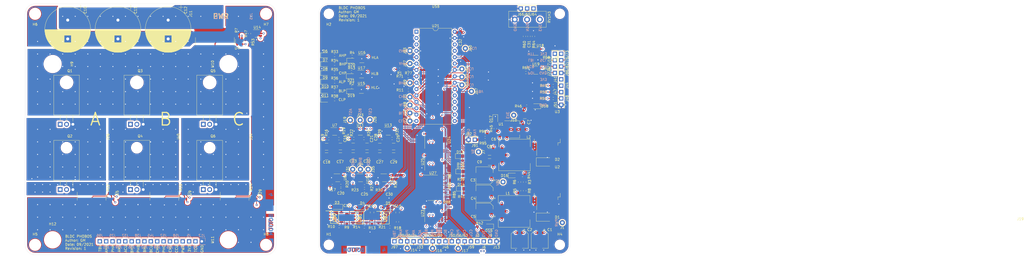
<source format=kicad_pcb>
(kicad_pcb (version 20171130) (host pcbnew "(5.1.5)-3")
  (title_block (title "BLDC PHOBOS 2021") (date 2021-09-12) (rev "3 Under Design") (comment 1 "Program Issues: I2C LCD") (comment 2 "Issues: Remove BEMF Start Circuit, Start Making STM32H7, Make bridge between battery+ and driver circuitary, UART RX to voltage read only (debug pin), UART TX for low voltage LED (debug pin), Power management (turn on fixes), Change all same big capacitors,  OPAMPS without heat pads, Add Main current pin, Add upper and lower fet temperature pins, Add motor temperature pins, Bigger shunt current pads, Use 4 pin Switch for other purposes, Add pullup resistors to I2C, Add power on led pins, Add power on switch pins / relay switch, ") (comment 3 "Done: "))
  (layers (0 F.Cu signal) (1 In1.Cu power) (2 In2.Cu signal) (31 B.Cu signal) (34 B.Paste user) (35 F.Paste user) (36 B.SilkS user) (37 F.SilkS user) (38 B.Mask user) (39 F.Mask user) (44 Edge.Cuts user))
  (net 0 "")
  (net 1 GND)
  (net 2 +15V)
  (net 3 +5V)
  (net 4 +3V3)
  (net 5 +48V)
  (net 6 Phase_A_ControlPCB)
  (net 7 "Net-(C13-Pad1)")
  (net 8 Phase_B_ControlPCB)
  (net 9 "Net-(C14-Pad1)")
  (net 10 Phase_C_ControlPCB)
  (net 11 Start_Phase_A_Filtered)
  (net 12 Normal_Phase_A_Filtered)
  (net 13 Start_Phase_B_Filtered)
  (net 14 Normal_Phase_B_Filtered)
  (net 15 Start_Phase_C_Filtered)
  (net 16 Normal_Phase_C_Filtered)
  (net 17 Throttle_ADC)
  (net 18 "Net-(D1-Pad1)")
  (net 19 "Net-(D2-Pad1)")
  (net 20 "Net-(D6-Pad2)")
  (net 21 "Net-(D7-Pad2)")
  (net 22 "Net-(D8-Pad2)")
  (net 23 "Net-(D9-Pad2)")
  (net 24 "Net-(D10-Pad2)")
  (net 25 "Net-(D11-Pad2)")
  (net 26 "Net-(D12-Pad2)")
  (net 27 "Net-(D13-Pad2)")
  (net 28 "Net-(D14-Pad2)")
  (net 29 "Net-(D15-Pad2)")
  (net 30 "Net-(D16-Pad2)")
  (net 31 "Net-(D17-Pad2)")
  (net 32 "Net-(D18-Pad2)")
  (net 33 "Net-(D19-Pad2)")
  (net 34 "Net-(D20-Pad2)")
  (net 35 "Net-(D21-Pad2)")
  (net 36 Low_Battery_Voltage_Indicator_Output)
  (net 37 Phase_A_Emf_Zero_Start)
  (net 38 A_MOS_HIGH_ControlPCB)
  (net 39 A_MOS_HIGH_PowerPCB)
  (net 40 Power_ON_Indicator_Output)
  (net 41 Phase_B_Emf_Zero_Start)
  (net 42 A_MOS_LOW_ControlPCB)
  (net 43 Phase_A_PowerPCB)
  (net 44 Program&Control_Button)
  (net 45 Phase_C_Emf_Zero_Start)
  (net 46 A_MOS_LOW_PowerPCB)
  (net 47 Phase_A_Emf_Zero_Normal)
  (net 48 A_Shunt+_PowerPCB)
  (net 49 Phase_B_Emf_Zero_Normal)
  (net 50 Phase_C_Emf_Zero_Normal)
  (net 51 B_MOS_HIGH_PowerPCB)
  (net 52 B_MOS_HIGH_ControlPCB)
  (net 53 Phase_B_PowerPCB)
  (net 54 B_MOS_LOW_ControlPCB)
  (net 55 B_MOS_LOW_PowerPCB)
  (net 56 B_Shunt+_PowerPCB)
  (net 57 C_MOS_HIGH_PowerPCB)
  (net 58 C_MOS_HIGH_ControlPCB)
  (net 59 Phase_C_PowerPCB)
  (net 60 C_MOS_LOW_ControlPCB)
  (net 61 C_MOS_LOW_PowerPCB)
  (net 62 C_Shunt+_PowerPCB)
  (net 63 A_Low_Side_Current_ADC)
  (net 64 B_Low_Side_Current_ADC)
  (net 65 C_Low_Side_Current_ADC)
  (net 66 A_HIGH_Side_PWM)
  (net 67 A_LOW_Side_PWM)
  (net 68 B_HIGH_Side_PWM)
  (net 69 B_LOW_Side_PWM)
  (net 70 C_HIGH_Side_PWM)
  (net 71 C_LOW_Side_PWM)
  (net 72 I2C_SCL)
  (net 73 Total_Battery_Current)
  (net 74 I2C_SDA)
  (net 75 Total_Battery_Voltage)
  (net 76 Hall_Bemf_B)
  (net 77 Hall_Bemf_C)
  (net 78 3V3_MCU_Output)
  (net 79 Power_ON_Indicator)
  (net 80 Motor_Temp)
  (net 81 FAN_PWR)
  (net 82 Hall_A)
  (net 83 Hall_B)
  (net 84 Hall_C)
  (net 85 "Net-(R69-Pad2)")
  (net 86 Hall_Data_Control)
  (net 87 Bemf_Start_Data_Control)
  (net 88 Bemf_Normal_Data_Control)
  (net 89 Hall_Bemf_A)
  (net 90 Low_Battery_Voltage_Indicator)
  (net 91 Hall_Mux_1_Digital_Write)
  (net 92 Hall_Mux_2_Digital_Write)
  (net 93 "Net-(J20-Pad1)")
  (net 94 "Net-(J24-Pad1)")
  (net 95 "Net-(J37-Pad1)")
  (net 96 "Net-(J39-Pad1)")
  (net 97 "Net-(J50-Pad1)")
  (net 98 "Net-(J53-Pad1)")
  (net 99 "Net-(C15-Pad1)")
  (net 100 "Net-(R3-Pad2)")
  (net 101 "Net-(R5-Pad1)")
  (net 102 "Net-(R47-Pad2)")
  (net 103 "Net-(R60-Pad2)")
  (net 104 "Net-(R65-Pad1)")
  (net 105 "Net-(R85-Pad1)")
  (net 106 Power_Main)
  (net 107 "Net-(C10-Pad1)")
  (net 108 +3V3PowerPCB)
  (net 109 "Net-(J8-Pad1)")
  (net 110 Total_Battery_Voltage_PowerPCB)
  (net 111 "Net-(J32-Pad1)")
  (net 112 "Net-(J45-Pad1)")
  (net 113 "Net-(J58-Pad1)")
  (net 114 "Net-(R2-Pad2)")
  (net 115 "Net-(R4-Pad2)")
  (net 116 "Net-(R43-Pad2)")
  (net 117 "Net-(R48-Pad2)")
  (module Connector_PinHeader_2.54mm:PinHeader_1x01_P2.54mm_Vertical (layer B.Cu) (at 154.94 134.62 180)
    (fp_text reference J32 (at 0 2.33) (layer B.SilkS) (effects (justify mirror)))
    (fp_text value A_Shunt+_PowerPCB)
    (pad 1 thru_hole rect (at 0 0 180) (size 1.7 1.7) (drill 1) (layers *.Cu *.Mask) (net 111 "Net-(J32-Pad1)"))
  )
  (module MY_FOOTPRINTS:Power_Pad_6x6mm (layer F.Cu) (at 186 45 90)
    (fp_text reference J11 (at 1 -5 270) (layer F.SilkS))
    (fp_text value Con_POWER_B+)
    (pad 1 smd rect (at 0 0 90) (size 6 6) (layers F.Cu F.Paste F.Mask) (net 107 "Net-(C10-Pad1)"))
  )
  (module MountingHole:MountingHole_5.3mm_M5 (layer F.Cu) (at 126 64 270)
    (fp_text reference H9 (at 0 -7.669 90) (layer F.SilkS))
    (fp_text value MountingHole)
    (pad 1 np_thru_hole circle (at 0 0 270) (size 5.3 5.3) (drill 5.3) (layers *.Cu *.Mask))
  )
  (module Connector_PinHeader_2.54mm:PinHeader_1x01_P2.54mm_Vertical (layer B.Cu) (at 165.1 134.62 180)
    (fp_text reference J45 (at 0 2.33) (layer B.SilkS) (effects (justify mirror)))
    (fp_text value B_Shunt+_PowerPCB)
    (pad 1 thru_hole rect (at 0 0 180) (size 1.7 1.7) (drill 1) (layers *.Cu *.Mask) (net 112 "Net-(J45-Pad1)"))
  )
  (module MY_FOOTPRINTS:Power_Pad_6x6mm (layer B.Cu) (at 200 45 270)
    (fp_text reference J15 (at 0 -5.08 90) (layer B.SilkS) (effects (justify mirror)))
    (fp_text value Con_POWER_GND)
    (pad 1 smd rect (at 0 0 270) (size 6 6) (layers B.Cu B.Paste B.Mask) (net 1 GND))
  )
  (module Connector_PinHeader_2.54mm:PinHeader_1x01_P2.54mm_Vertical (layer B.Cu) (at 160.02 134.62 180)
    (fp_text reference J38 (at 0 2.33) (layer B.SilkS) (effects (justify mirror)))
    (fp_text value Phase_B_PowerPCB)
    (pad 1 thru_hole rect (at 0 0 180) (size 1.7 1.7) (drill 1) (layers *.Cu *.Mask) (net 53 Phase_B_PowerPCB))
  )
  (module Connector_PinHeader_2.54mm:PinHeader_1x01_P2.54mm_Vertical (layer B.Cu) (at 157.48 134.62)
    (fp_text reference J36 (at 0 2.33) (layer B.SilkS) (effects (justify mirror)))
    (fp_text value B_MOS_HIGH_PowerPCB)
    (pad 1 thru_hole rect (at 0 0) (size 1.7 1.7) (drill 1) (layers *.Cu *.Mask) (net 51 B_MOS_HIGH_PowerPCB))
  )
  (module Connector_PinHeader_2.54mm:PinHeader_1x01_P2.54mm_Vertical (layer B.Cu) (at 162.56 134.62)
    (fp_text reference J42 (at 0 2.33) (layer B.SilkS) (effects (justify mirror)))
    (fp_text value B_MOS_LOW_PowerPCB)
    (pad 1 thru_hole rect (at 0 0) (size 1.7 1.7) (drill 1) (layers *.Cu *.Mask) (net 55 B_MOS_LOW_PowerPCB))
  )
  (module Connector_PinHeader_2.54mm:PinHeader_1x01_P2.54mm_Vertical (layer B.Cu) (at 152.4 134.62)
    (fp_text reference J29 (at 0 2.33) (layer B.SilkS) (effects (justify mirror)))
    (fp_text value A_MOS_LOW_PowerPCB)
    (pad 1 thru_hole rect (at 0 0) (size 1.7 1.7) (drill 1) (layers *.Cu *.Mask) (net 46 A_MOS_LOW_PowerPCB))
  )
  (module Connector_PinHeader_2.54mm:PinHeader_1x01_P2.54mm_Vertical (layer B.Cu) (at 167.64 134.62)
    (fp_text reference J49 (at 0 2.33) (layer B.SilkS) (effects (justify mirror)))
    (fp_text value C_MOS_HIGH_PowerPCB)
    (pad 1 thru_hole rect (at 0 0) (size 1.7 1.7) (drill 1) (layers *.Cu *.Mask) (net 57 C_MOS_HIGH_PowerPCB))
  )
  (module MountingHole:MountingHole_3.2mm_M3 (layer F.Cu) (at 211 136)
    (fp_text reference H8 (at 0 -4.2) (layer F.SilkS))
    (fp_text value MountingHole)
    (pad 1 np_thru_hole circle (at 0 0) (size 3.2 3.2) (drill 3.2) (layers *.Cu *.Mask))
  )
  (module MY_FOOTPRINTS:Power_Pad_6x6mm (layer F.Cu) (at 200 93 90)
    (fp_text reference J54 (at 0 5.08 90) (layer F.SilkS))
    (fp_text value Connector_C)
    (pad 1 smd rect (at 0 0 90) (size 6 6) (layers F.Cu F.Paste F.Mask) (net 59 Phase_C_PowerPCB))
  )
  (module Connector_PinHeader_2.54mm:PinHeader_1x01_P2.54mm_Vertical (layer B.Cu) (at 147.32 134.62)
    (fp_text reference J21 (at 0 2.33) (layer B.SilkS) (effects (justify mirror)))
    (fp_text value A_MOS_HIGH_PowerPCB)
    (pad 1 thru_hole rect (at 0 0) (size 1.7 1.7) (drill 1) (layers *.Cu *.Mask) (net 39 A_MOS_HIGH_PowerPCB))
  )
  (module Connector_PinHeader_2.54mm:PinHeader_1x01_P2.54mm_Vertical (layer B.Cu) (at 172.72 134.62)
    (fp_text reference J55 (at 0 2.33) (layer B.SilkS) (effects (justify mirror)))
    (fp_text value C_MOS_LOW_PowerPCB)
    (pad 1 thru_hole rect (at 0 0) (size 1.7 1.7) (drill 1) (layers *.Cu *.Mask) (net 61 C_MOS_LOW_PowerPCB))
  )
  (module MY_FOOTPRINTS:Power_Pad_6x6mm (layer F.Cu) (at 171 93 90)
    (fp_text reference J40 (at 0 5.08 90) (layer F.SilkS))
    (fp_text value Connector_B)
    (pad 1 smd rect (at 0 0 90) (size 6 6) (layers F.Cu F.Paste F.Mask) (net 53 Phase_B_PowerPCB))
  )
  (module Connector_PinHeader_2.54mm:PinHeader_1x01_P2.54mm_Vertical (layer B.Cu) (at 175.26 134.62 180)
    (fp_text reference J58 (at 0 2.33) (layer B.SilkS) (effects (justify mirror)))
    (fp_text value C_Shunt+_PowerPCB)
    (pad 1 thru_hole rect (at 0 0 180) (size 1.7 1.7) (drill 1) (layers *.Cu *.Mask) (net 113 "Net-(J58-Pad1)"))
  )
  (module Connector_PinHeader_2.54mm:PinHeader_1x01_P2.54mm_Vertical (layer B.Cu) (at 177.8 134.62)
    (fp_text reference J2 (at 0 2.33) (layer B.SilkS) (effects (justify mirror)))
    (fp_text value 48V_From_PowerPCB)
    (pad 1 thru_hole rect (at 0 0) (size 1.7 1.7) (drill 1) (layers *.Cu *.Mask) (net 5 +48V))
  )
  (module Connector_PinHeader_2.54mm:PinHeader_1x01_P2.54mm_Vertical (layer B.Cu) (at 170.18 134.62 180)
    (fp_text reference J52 (at 0 2.33) (layer B.SilkS) (effects (justify mirror)))
    (fp_text value Phase_C_PowerPCB)
    (pad 1 thru_hole rect (at 0 0 180) (size 1.7 1.7) (drill 1) (layers *.Cu *.Mask) (net 59 Phase_C_PowerPCB))
  )
  (module Package_TO_SOT_THT:TO-220-3_Horizontal_TabDown (layer F.Cu) (at 186 88)
    (fp_text reference Q5 (at 3.8735 -21.2785) (layer F.SilkS))
    (fp_text value IRFB3006)
    (pad 3 thru_hole oval (at 5.08 0) (size 1.905 2) (drill 1.1) (layers *.Cu *.Mask) (net 59 Phase_C_PowerPCB))
    (pad 2 thru_hole oval (at 2.54 0) (size 1.905 2) (drill 1.1) (layers *.Cu *.Mask) (net 5 +48V))
    (pad 1 thru_hole rect (at 0 0) (size 1.905 2) (drill 1.1) (layers *.Cu *.Mask) (net 57 C_MOS_HIGH_PowerPCB))
    (pad "" np_thru_hole oval (at 2.54 -16.66) (size 3.5 3.5) (drill 3.5) (layers *.Cu *.Mask))
  )
  (module Resistor_SMD:R_0603_1608Metric_Pad1.05x0.95mm_HandSolder (layer F.Cu) (at 204.408 51.8843 270)
    (fp_text reference R47 (at 0.0368 1.397 90) (layer F.SilkS))
    (fp_text value 20k)
    (pad 2 smd roundrect (at 0.875 0 270) (size 1.05 0.95) (layers F.Cu F.Paste F.Mask) (net 102 "Net-(R47-Pad2)"))
    (pad 1 smd roundrect (at -0.875 0 270) (size 1.05 0.95) (layers F.Cu F.Paste F.Mask) (net 107 "Net-(C10-Pad1)"))
  )
  (module "" (layer F.Cu) (at 220.8545 67.864)
    (fp_text reference "" (at 290.3626 57.7642) (layer F.SilkS) (effects (font (size 1.27 1.27))))
    (fp_text value "" (at 290.3626 57.7642) (layer F.SilkS) (effects (font (size 1.27 1.27))))
    (fp_text user J19 (at 290.5531 57.8277) (layer F.SilkS))
  )
  (module Connector_PinHeader_2.54mm:PinHeader_1x01_P2.54mm_Vertical (layer B.Cu) (at 149.86 134.62 180)
    (fp_text reference J25 (at 0 2.33) (layer B.SilkS) (effects (justify mirror)))
    (fp_text value Phase_A_PowerPCB)
    (pad 1 thru_hole rect (at 0 0 180) (size 1.7 1.7) (drill 1) (layers *.Cu *.Mask) (net 43 Phase_A_PowerPCB))
  )
  (module Connector_PinHeader_2.54mm:PinHeader_1x01_P2.54mm_Vertical (layer B.Cu) (at 182.88 134.62)
    (fp_text reference J8 (at 0 2.33) (layer B.SilkS) (effects (justify mirror)))
    (fp_text value Total_Current_Differential_PowerPCB)
    (pad 1 thru_hole rect (at 0 0) (size 1.7 1.7) (drill 1) (layers *.Cu *.Mask) (net 109 "Net-(J8-Pad1)"))
  )
  (module Connector_PinHeader_2.54mm:PinHeader_1x01_P2.54mm_Vertical (layer B.Cu) (at 185.42 134.62 180)
    (fp_text reference J12 (at 0 2.33) (layer B.SilkS) (effects (justify mirror)))
    (fp_text value CommonGND_PowerPCB)
    (pad 1 thru_hole rect (at 0 0 180) (size 1.7 1.7) (drill 1) (layers *.Cu *.Mask) (net 1 GND))
  )
  (module MY_FOOTPRINTS:Power_Pad_6x6mm (layer F.Cu) (at 143 93 90)
    (fp_text reference J26 (at 0 5.08 90) (layer F.SilkS))
    (fp_text value Connector_A)
    (pad 1 smd rect (at 0 0 90) (size 6 6) (layers F.Cu F.Paste F.Mask) (net 43 Phase_A_PowerPCB))
  )
  (module Connector_PinHeader_2.54mm:PinHeader_1x01_P2.54mm_Vertical (layer B.Cu) (at 180.34 134.62 180)
    (fp_text reference J5 (at 0 2.33) (layer B.SilkS) (effects (justify mirror)))
    (fp_text value +3V3PowerPCB)
    (pad 1 thru_hole rect (at 0 0 180) (size 1.7 1.7) (drill 1) (layers *.Cu *.Mask) (net 108 +3V3PowerPCB))
  )
  (module Package_TO_SOT_SMD:SOT-23-5 (layer F.Cu) (at 178.289 116.637 270)
    (fp_text reference U9 (at -1.275 -2.4335 90) (layer F.SilkS))
    (fp_text value INA195)
    (pad 1 smd rect (at -1.1 -0.95 270) (size 1.06 0.65) (layers F.Cu F.Paste F.Mask) (net 112 "Net-(J45-Pad1)"))
    (pad 2 smd rect (at -1.1 0 270) (size 1.06 0.65) (layers F.Cu F.Paste F.Mask) (net 1 GND))
    (pad 3 smd rect (at -1.1 0.95 270) (size 1.06 0.65) (layers F.Cu F.Paste F.Mask) (net 56 B_Shunt+_PowerPCB))
    (pad 4 smd rect (at 1.1 0.95 270) (size 1.06 0.65) (layers F.Cu F.Paste F.Mask) (net 1 GND))
    (pad 5 smd rect (at 1.1 -0.95 270) (size 1.06 0.65) (layers F.Cu F.Paste F.Mask) (net 108 +3V3PowerPCB))
  )
  (module Package_TO_SOT_SMD:SOT-23-5 (layer F.Cu) (at 200.429 54.997 270)
    (fp_text reference U4 (at 2.707 0.974 180) (layer F.SilkS))
    (fp_text value INA195)
    (pad 1 smd rect (at -1.1 -0.95 270) (size 1.06 0.65) (layers F.Cu F.Paste F.Mask) (net 109 "Net-(J8-Pad1)"))
    (pad 2 smd rect (at -1.1 0 270) (size 1.06 0.65) (layers F.Cu F.Paste F.Mask) (net 1 GND))
    (pad 3 smd rect (at -1.1 0.95 270) (size 1.06 0.65) (layers F.Cu F.Paste F.Mask) (net 107 "Net-(C10-Pad1)"))
    (pad 4 smd rect (at 1.1 0.95 270) (size 1.06 0.65) (layers F.Cu F.Paste F.Mask) (net 5 +48V))
    (pad 5 smd rect (at 1.1 -0.95 270) (size 1.06 0.65) (layers F.Cu F.Paste F.Mask) (net 108 +3V3PowerPCB))
  )
  (module Package_TO_SOT_SMD:SOT-23-5 (layer F.Cu) (at 206.239 116.637 270)
    (fp_text reference U29 (at -1.3385 -2.487 90) (layer F.SilkS))
    (fp_text value INA195)
    (pad 1 smd rect (at -1.1 -0.95 270) (size 1.06 0.65) (layers F.Cu F.Paste F.Mask) (net 113 "Net-(J58-Pad1)"))
    (pad 2 smd rect (at -1.1 0 270) (size 1.06 0.65) (layers F.Cu F.Paste F.Mask) (net 1 GND))
    (pad 3 smd rect (at -1.1 0.95 270) (size 1.06 0.65) (layers F.Cu F.Paste F.Mask) (net 62 C_Shunt+_PowerPCB))
    (pad 4 smd rect (at 1.1 0.95 270) (size 1.06 0.65) (layers F.Cu F.Paste F.Mask) (net 1 GND))
    (pad 5 smd rect (at 1.1 -0.95 270) (size 1.06 0.65) (layers F.Cu F.Paste F.Mask) (net 108 +3V3PowerPCB))
  )
  (module "MY_FOOTPRINTS:Triple_R_2816_7142Metric_Pad3.20x4.45mm_Handsoldered - Copy" (layer F.Cu) (at 190.692 54.875 270)
    (fp_text reference R7 (at -4.275 -8.508 270) (layer F.SilkS))
    (fp_text value 1m)
    (pad 2 smd roundrect (at 3.6 0 270) (size 3.2 15) (layers F.Cu F.Paste F.Mask) (roundrect_rratio 0.078) (net 5 +48V))
    (pad 1 smd roundrect (at -3.25 0 270) (size 3.2 15) (layers F.Cu F.Paste F.Mask) (roundrect_rratio 0.078) (net 107 "Net-(C10-Pad1)"))
  )
  (module MountingHole:MountingHole_3.2mm_M3 (layer F.Cu) (at 119 136)
    (fp_text reference H5 (at 0 -4.2) (layer F.SilkS))
    (fp_text value MountingHole)
    (pad 1 np_thru_hole circle (at 0 0) (size 3.2 3.2) (drill 3.2) (layers *.Cu *.Mask))
  )
  (module MountingHole:MountingHole_5.3mm_M5 (layer F.Cu) (at 126 134)
    (fp_text reference H12 (at 0 -6.3) (layer F.SilkS))
    (fp_text value MountingHole)
    (pad 1 np_thru_hole circle (at 0 0) (size 5.3 5.3) (drill 5.3) (layers *.Cu *.Mask))
  )
  (module MY_FOOTPRINTS:Parallel_R_2816_7142Metric_Pad3.20x4.45mm_Handsoldered (layer F.Cu) (at 142.051 116.565 270)
    (fp_text reference R12 (at -3.235 -6.0325 270) (layer F.SilkS))
    (fp_text value 1m)
    (pad 2 smd roundrect (at 3.55 0.55 270) (size 3.2 11.25) (layers F.Cu F.Paste F.Mask) (roundrect_rratio 0.078) (net 1 GND))
    (pad 1 smd roundrect (at -3.35 0.55 270) (size 3.2 11.25) (layers F.Cu F.Paste F.Mask) (roundrect_rratio 0.078) (net 48 A_Shunt+_PowerPCB))
  )
  (module Capacitor_THT:CP_Radial_D18.0mm_P7.50mm (layer F.Cu) (at 132 46.5 270)
    (fp_text reference C10 (at -4 -7 90) (layer F.SilkS))
    (fp_text value 1000uF)
    (pad 2 thru_hole circle (at 7.5 0 270) (size 2.4 2.4) (drill 1.2) (layers *.Cu *.Mask) (net 1 GND))
    (pad 1 thru_hole rect (at 0 0 270) (size 2.4 2.4) (drill 1.2) (layers *.Cu *.Mask) (net 107 "Net-(C10-Pad1)"))
  )
  (module MountingHole:MountingHole_5.3mm_M5 (layer F.Cu) (at 196 134 90)
    (fp_text reference H11 (at 0 -6.3 90) (layer F.SilkS))
    (fp_text value MountingHole)
    (pad 1 np_thru_hole circle (at 0 0 90) (size 5.3 5.3) (drill 5.3) (layers *.Cu *.Mask))
  )
  (module Package_TO_SOT_THT:TO-220-3_Horizontal_TabDown (layer F.Cu) (at 129 114)
    (fp_text reference Q2 (at 3.8735 -21.2785) (layer F.SilkS))
    (fp_text value IRFB3006)
    (pad 3 thru_hole oval (at 5.08 0) (size 1.905 2) (drill 1.1) (layers *.Cu *.Mask) (net 48 A_Shunt+_PowerPCB))
    (pad 2 thru_hole oval (at 2.54 0) (size 1.905 2) (drill 1.1) (layers *.Cu *.Mask) (net 43 Phase_A_PowerPCB))
    (pad 1 thru_hole rect (at 0 0) (size 1.905 2) (drill 1.1) (layers *.Cu *.Mask) (net 46 A_MOS_LOW_PowerPCB))
    (pad "" np_thru_hole oval (at 2.54 -16.66) (size 3.5 3.5) (drill 3.5) (layers *.Cu *.Mask))
  )
  (module Package_TO_SOT_THT:TO-220-3_Horizontal_TabDown (layer F.Cu) (at 129 88)
    (fp_text reference Q1 (at 3.8735 -21.2785) (layer F.SilkS))
    (fp_text value IRFB3006)
    (pad 3 thru_hole oval (at 5.08 0) (size 1.905 2) (drill 1.1) (layers *.Cu *.Mask) (net 43 Phase_A_PowerPCB))
    (pad 2 thru_hole oval (at 2.54 0) (size 1.905 2) (drill 1.1) (layers *.Cu *.Mask) (net 5 +48V))
    (pad 1 thru_hole rect (at 0 0) (size 1.905 2) (drill 1.1) (layers *.Cu *.Mask) (net 39 A_MOS_HIGH_PowerPCB))
    (pad "" np_thru_hole oval (at 2.54 -16.66) (size 3.5 3.5) (drill 3.5) (layers *.Cu *.Mask))
  )
  (module MountingHole:MountingHole_3.2mm_M3 (layer F.Cu) (at 119 44 180)
    (fp_text reference H6 (at 0 -4.2) (layer F.SilkS))
    (fp_text value MountingHole)
    (pad 1 np_thru_hole circle (at 0 0 180) (size 3.2 3.2) (drill 3.2) (layers *.Cu *.Mask))
  )
  (module MountingHole:MountingHole_3.2mm_M3 (layer F.Cu) (at 211 44 180)
    (fp_text reference H7 (at 0 -4.2) (layer F.SilkS))
    (fp_text value MountingHole)
    (pad 1 np_thru_hole circle (at 0 0 180) (size 3.2 3.2) (drill 3.2) (layers *.Cu *.Mask))
  )
  (module Package_TO_SOT_THT:TO-220-3_Horizontal_TabDown (layer F.Cu) (at 186 114)
    (fp_text reference Q6 (at 3.8735 -21.2785) (layer F.SilkS))
    (fp_text value IRFB3006)
    (pad 3 thru_hole oval (at 5.08 0) (size 1.905 2) (drill 1.1) (layers *.Cu *.Mask) (net 62 C_Shunt+_PowerPCB))
    (pad 2 thru_hole oval (at 2.54 0) (size 1.905 2) (drill 1.1) (layers *.Cu *.Mask) (net 59 Phase_C_PowerPCB))
    (pad 1 thru_hole rect (at 0 0) (size 1.905 2) (drill 1.1) (layers *.Cu *.Mask) (net 61 C_MOS_LOW_PowerPCB))
    (pad "" np_thru_hole oval (at 2.54 -16.66) (size 3.5 3.5) (drill 3.5) (layers *.Cu *.Mask))
  )
  (module Package_TO_SOT_THT:TO-220-3_Horizontal_TabDown (layer F.Cu) (at 157 88)
    (fp_text reference Q3 (at 3.8735 -21.2785) (layer F.SilkS))
    (fp_text value IRFB3006)
    (pad 3 thru_hole oval (at 5.08 0) (size 1.905 2) (drill 1.1) (layers *.Cu *.Mask) (net 53 Phase_B_PowerPCB))
    (pad 2 thru_hole oval (at 2.54 0) (size 1.905 2) (drill 1.1) (layers *.Cu *.Mask) (net 5 +48V))
    (pad 1 thru_hole rect (at 0 0) (size 1.905 2) (drill 1.1) (layers *.Cu *.Mask) (net 51 B_MOS_HIGH_PowerPCB))
    (pad "" np_thru_hole oval (at 2.54 -16.66) (size 3.5 3.5) (drill 3.5) (layers *.Cu *.Mask))
  )
  (module MY_FOOTPRINTS:Parallel_R_2816_7142Metric_Pad3.20x4.45mm_Handsoldered (layer F.Cu) (at 171.05 116.565 270)
    (fp_text reference R15 (at -3.4255 -5.9895 90) (layer F.SilkS))
    (fp_text value 1m)
    (pad 2 smd roundrect (at 3.55 0.55 270) (size 3.2 11.25) (layers F.Cu F.Paste F.Mask) (roundrect_rratio 0.078) (net 1 GND))
    (pad 1 smd roundrect (at -3.35 0.55 270) (size 3.2 11.25) (layers F.Cu F.Paste F.Mask) (roundrect_rratio 0.078) (net 56 B_Shunt+_PowerPCB))
  )
  (module MountingHole:MountingHole_5.3mm_M5 (layer F.Cu) (at 196 64 90)
    (fp_text reference H10 (at 0 -6.3 90) (layer F.SilkS))
    (fp_text value MountingHole)
    (pad 1 np_thru_hole circle (at 0 0 90) (size 5.3 5.3) (drill 5.3) (layers *.Cu *.Mask))
  )
  (module MY_FOOTPRINTS:Parallel_R_2816_7142Metric_Pad3.20x4.45mm_Handsoldered (layer F.Cu) (at 199 116.565 270)
    (fp_text reference R24 (at -3.489 -6.043 90) (layer F.SilkS))
    (fp_text value 1m)
    (pad 2 smd roundrect (at 3.55 0.55 270) (size 3.2 11.25) (layers F.Cu F.Paste F.Mask) (roundrect_rratio 0.078) (net 1 GND))
    (pad 1 smd roundrect (at -3.35 0.55 270) (size 3.2 11.25) (layers F.Cu F.Paste F.Mask) (roundrect_rratio 0.078) (net 62 C_Shunt+_PowerPCB))
  )
  (module Package_TO_SOT_THT:TO-220-3_Horizontal_TabDown (layer F.Cu) (at 157 114)
    (fp_text reference Q4 (at 3.8735 -21.2785) (layer F.SilkS))
    (fp_text value IRFB3006)
    (pad 3 thru_hole oval (at 5.08 0) (size 1.905 2) (drill 1.1) (layers *.Cu *.Mask) (net 56 B_Shunt+_PowerPCB))
    (pad 2 thru_hole oval (at 2.54 0) (size 1.905 2) (drill 1.1) (layers *.Cu *.Mask) (net 53 Phase_B_PowerPCB))
    (pad 1 thru_hole rect (at 0 0) (size 1.905 2) (drill 1.1) (layers *.Cu *.Mask) (net 55 B_MOS_LOW_PowerPCB))
    (pad "" np_thru_hole oval (at 2.54 -16.66) (size 3.5 3.5) (drill 3.5) (layers *.Cu *.Mask))
  )
  (module Capacitor_THT:CP_Radial_D18.0mm_P7.50mm (layer F.Cu) (at 152 46.5 270)
    (fp_text reference C11 (at -4 -7 90) (layer F.SilkS))
    (fp_text value 1000uF)
    (pad 2 thru_hole circle (at 7.5 0 270) (size 2.4 2.4) (drill 1.2) (layers *.Cu *.Mask) (net 1 GND))
    (pad 1 thru_hole rect (at 0 0 270) (size 2.4 2.4) (drill 1.2) (layers *.Cu *.Mask) (net 107 "Net-(C10-Pad1)"))
  )
  (module Capacitor_THT:CP_Radial_D18.0mm_P7.50mm (layer F.Cu) (at 172 46.5 270)
    (fp_text reference C12 (at -4 -7 90) (layer F.SilkS))
    (fp_text value 1000uF)
    (pad 2 thru_hole circle (at 7.5 0 270) (size 2.4 2.4) (drill 1.2) (layers *.Cu *.Mask) (net 1 GND))
    (pad 1 thru_hole rect (at 0 0 270) (size 2.4 2.4) (drill 1.2) (layers *.Cu *.Mask) (net 107 "Net-(C10-Pad1)"))
  )
  (module Package_TO_SOT_SMD:SOT-23-5 (layer F.Cu) (at 149.29 116.632 270)
    (fp_text reference U5 (at -1.27 -2.4765 90) (layer F.SilkS))
    (fp_text value INA195)
    (pad 5 smd rect (at 1.1 -0.95 270) (size 1.06 0.65) (layers F.Cu F.Paste F.Mask) (net 108 +3V3PowerPCB))
    (pad 4 smd rect (at 1.1 0.95 270) (size 1.06 0.65) (layers F.Cu F.Paste F.Mask) (net 1 GND))
    (pad 3 smd rect (at -1.1 0.95 270) (size 1.06 0.65) (layers F.Cu F.Paste F.Mask) (net 48 A_Shunt+_PowerPCB))
    (pad 2 smd rect (at -1.1 0 270) (size 1.06 0.65) (layers F.Cu F.Paste F.Mask) (net 1 GND))
    (pad 1 smd rect (at -1.1 -0.95 270) (size 1.06 0.65) (layers F.Cu F.Paste F.Mask) (net 111 "Net-(J32-Pad1)"))
  )
  (module Connector_PinHeader_2.54mm:PinHeader_1x01_P2.54mm_Vertical (layer B.Cu) (at 144.78 134.62 180)
    (fp_text reference J96 (at 0 2.33) (layer B.SilkS) (effects (justify mirror)))
    (fp_text value Total_Voltage_PowerPCB)
    (pad 1 thru_hole rect (at 0 0 180) (size 1.7 1.7) (drill 1) (layers *.Cu *.Mask) (net 110 Total_Battery_Voltage_PowerPCB))
  )
  (module Resistor_SMD:R_0603_1608Metric_Pad1.05x0.95mm_HandSolder (layer F.Cu) (at 204.408 55.3545 270)
    (fp_text reference R53 (at -0.0635 -1.397 90) (layer F.SilkS))
    (fp_text value 1k)
    (pad 1 smd roundrect (at -0.875 0 270) (size 1.05 0.95) (layers F.Cu F.Paste F.Mask) (net 102 "Net-(R47-Pad2)"))
    (pad 2 smd roundrect (at 0.875 0 270) (size 1.05 0.95) (layers F.Cu F.Paste F.Mask) (net 1 GND))
  )
  (module Package_TO_SOT_SMD:TSOT-23-6 (layer F.Cu) (at 207.456 51.7985)
    (fp_text reference U14 (at 0 -2.45) (layer F.SilkS))
    (fp_text value LMH6618)
    (pad 6 smd rect (at 1.31 -0.95) (size 1.22 0.65) (layers F.Cu F.Paste F.Mask) (net 108 +3V3PowerPCB))
    (pad 5 smd rect (at 1.31 0) (size 1.22 0.65) (layers F.Cu F.Paste F.Mask) (net 108 +3V3PowerPCB))
    (pad 4 smd rect (at 1.31 0.95) (size 1.22 0.65) (layers F.Cu F.Paste F.Mask) (net 110 Total_Battery_Voltage_PowerPCB))
    (pad 3 smd rect (at -1.31 0.95) (size 1.22 0.65) (layers F.Cu F.Paste F.Mask) (net 102 "Net-(R47-Pad2)"))
    (pad 2 smd rect (at -1.31 0) (size 1.22 0.65) (layers F.Cu F.Paste F.Mask) (net 1 GND))
    (pad 1 smd rect (at -1.31 -0.95) (size 1.22 0.65) (layers F.Cu F.Paste F.Mask) (net 110 Total_Battery_Voltage_PowerPCB))
  )
  (module LED_SMD:LED_0805_2012Metric_Pad1.15x1.40mm_HandSolder (layer F.Cu) (at 234.5486 78.1904)
    (fp_text reference D11 (at 0 -1.65 180) (layer F.SilkS))
    (fp_text value LED_C_LOW)
    (pad 2 smd roundrect (at 1.025 0) (size 1.15 1.4) (layers F.Cu F.Paste F.Mask) (roundrect_rratio 0.217391) (net 25 "Net-(D11-Pad2)"))
    (pad 1 smd roundrect (at -1.025 0) (size 1.15 1.4) (layers F.Cu F.Paste F.Mask) (roundrect_rratio 0.217391) (net 1 GND))
  )
  (module Capacitor_SMD:C_1210_3225Metric_Pad1.42x2.65mm_HandSolder (layer F.Cu) (at 240.6173 100.7339 180)
    (fp_text reference C17 (at 0.1159 -2.2098 180) (layer F.SilkS))
    (fp_text value 47uF)
    (pad 2 smd roundrect (at 1.4875 0 180) (size 1.425 2.65) (layers F.Cu F.Paste F.Mask) (roundrect_rratio 0.175439) (net 11 Start_Phase_A_Filtered))
    (pad 1 smd roundrect (at -1.4875 0 180) (size 1.425 2.65) (layers F.Cu F.Paste F.Mask) (roundrect_rratio 0.175439) (net 1 GND))
  )
  (module Capacitor_SMD:C_1210_3225Metric_Pad1.42x2.65mm_HandSolder (layer F.Cu) (at 235.1023 100.7339)
    (fp_text reference C18 (at 0.0143 2.3368 180) (layer F.SilkS))
    (fp_text value 47uF)
    (pad 2 smd roundrect (at 1.4875 0) (size 1.425 2.65) (layers F.Cu F.Paste F.Mask) (roundrect_rratio 0.175439) (net 11 Start_Phase_A_Filtered))
    (pad 1 smd roundrect (at -1.4875 0) (size 1.425 2.65) (layers F.Cu F.Paste F.Mask) (roundrect_rratio 0.175439) (net 1 GND))
  )
  (module Capacitor_SMD:C_1210_3225Metric_Pad1.42x2.65mm_HandSolder (layer F.Cu) (at 251.2091 96.835 180)
    (fp_text reference C21 (at -1.8399 3.0988 270) (layer F.SilkS))
    (fp_text value 47uF)
    (pad 2 smd roundrect (at 1.4875 0 180) (size 1.425 2.65) (layers F.Cu F.Paste F.Mask) (roundrect_rratio 0.175439) (net 13 Start_Phase_B_Filtered))
    (pad 1 smd roundrect (at -1.4875 0 180) (size 1.425 2.65) (layers F.Cu F.Paste F.Mask) (roundrect_rratio 0.175439) (net 1 GND))
  )
  (module Capacitor_SMD:C_1210_3225Metric_Pad1.42x2.65mm_HandSolder (layer F.Cu) (at 235.1023 96.9239)
    (fp_text reference C19 (at -1.6113 -3.6576 -90) (layer F.SilkS))
    (fp_text value 47uF)
    (pad 2 smd roundrect (at 1.4875 0) (size 1.425 2.65) (layers F.Cu F.Paste F.Mask) (roundrect_rratio 0.175439) (net 11 Start_Phase_A_Filtered))
    (pad 1 smd roundrect (at -1.4875 0) (size 1.425 2.65) (layers F.Cu F.Paste F.Mask) (roundrect_rratio 0.175439) (net 1 GND))
  )
  (module TestPoint:TestPoint_THTPad_D2.0mm_Drill1.0mm (layer F.Cu) (at 244.5555 86.3641 90)
    (fp_text reference J19 (at 0.0851 -2.1745 90) (layer F.SilkS))
    (fp_text value Phase_A_Zero_Filtered_Start)
    (pad 1 thru_hole circle (at 0 0 90) (size 2 2) (drill 1) (layers *.Cu *.Mask) (net 37 Phase_A_Emf_Zero_Start))
  )
  (module Capacitor_SMD:CP_Elec_6.3x5.3 (layer F.Cu) (at 298.007 108.377 180)
    (fp_text reference C3 (at 4.6412 -1.8474) (layer F.SilkS))
    (fp_text value 100uF)
    (pad 2 smd roundrect (at 2.8 0 180) (size 3.5 1.6) (layers F.Cu F.Paste F.Mask) (roundrect_rratio 0.15625) (net 1 GND))
    (pad 1 smd roundrect (at -2.8 0 180) (size 3.5 1.6) (layers F.Cu F.Paste F.Mask) (roundrect_rratio 0.15625) (net 2 +15V))
  )
  (module Capacitor_SMD:C_0603_1608Metric_Pad1.05x0.95mm_HandSolder (layer F.Cu) (at 303.1885 92.349)
    (fp_text reference C6 (at -1.562 1.6135) (layer F.SilkS))
    (fp_text value 100nF)
    (pad 2 smd roundrect (at 0.875 0) (size 1.05 0.95) (layers F.Cu F.Paste F.Mask) (net 3 +5V))
    (pad 1 smd roundrect (at -0.875 0) (size 1.05 0.95) (layers F.Cu F.Paste F.Mask) (net 1 GND))
  )
  (module Capacitor_SMD:CP_Elec_6.3x5.3 (layer F.Cu) (at 320 134 270)
    (fp_text reference C1 (at -4 -4 180) (layer F.SilkS))
    (fp_text value 100uF)
    (pad 2 smd roundrect (at 2.8 0 270) (size 3.5 1.6) (layers F.Cu F.Paste F.Mask) (roundrect_rratio 0.15625) (net 1 GND))
    (pad 1 smd roundrect (at -2.8 0 270) (size 3.5 1.6) (layers F.Cu F.Paste F.Mask) (roundrect_rratio 0.15625) (net 106 Power_Main))
  )
  (module Capacitor_SMD:C_0603_1608Metric_Pad1.05x0.95mm_HandSolder (layer F.Cu) (at 240.7776 114.0487 180)
    (fp_text reference C20 (at 0 -1.43) (layer F.SilkS))
    (fp_text value 100nF)
    (pad 1 smd roundrect (at -0.875 0 180) (size 1.05 0.95) (layers F.Cu F.Paste F.Mask) (net 1 GND))
    (pad 2 smd roundrect (at 0.875 0 180) (size 1.05 0.95) (layers F.Cu F.Paste F.Mask) (net 12 Normal_Phase_A_Filtered))
  )
  (module Capacitor_SMD:CP_Elec_6.3x5.3 (layer F.Cu) (at 298 122.855 180)
    (fp_text reference C5 (at 4.5142 -1.8748) (layer F.SilkS))
    (fp_text value 100uF)
    (pad 2 smd roundrect (at 2.8 0 180) (size 3.5 1.6) (layers F.Cu F.Paste F.Mask) (roundrect_rratio 0.15625) (net 1 GND))
    (pad 1 smd roundrect (at -2.8 0 180) (size 3.5 1.6) (layers F.Cu F.Paste F.Mask) (roundrect_rratio 0.15625) (net 2 +15V))
  )
  (module Capacitor_SMD:CP_Elec_6.3x5.3 (layer F.Cu) (at 298.007 115.616 180)
    (fp_text reference C4 (at 4.5142 -1.8992) (layer F.SilkS))
    (fp_text value 100uF)
    (pad 2 smd roundrect (at 2.8 0 180) (size 3.5 1.6) (layers F.Cu F.Paste F.Mask) (roundrect_rratio 0.15625) (net 1 GND))
    (pad 1 smd roundrect (at -2.8 0 180) (size 3.5 1.6) (layers F.Cu F.Paste F.Mask) (roundrect_rratio 0.15625) (net 2 +15V))
  )
  (module Capacitor_SMD:C_1210_3225Metric_Pad1.42x2.65mm_HandSolder (layer F.Cu) (at 300 99)
    (fp_text reference C8 (at -0.088 -2.18) (layer F.SilkS))
    (fp_text value 47uF)
    (pad 2 smd roundrect (at 1.4875 0) (size 1.425 2.65) (layers F.Cu F.Paste F.Mask) (roundrect_rratio 0.175439) (net 3 +5V))
    (pad 1 smd roundrect (at -1.4875 0) (size 1.425 2.65) (layers F.Cu F.Paste F.Mask) (roundrect_rratio 0.175439) (net 1 GND))
  )
  (module Capacitor_SMD:CP_Elec_6.3x5.3 (layer F.Cu) (at 312 134 270)
    (fp_text reference C2 (at -4 -4 180) (layer F.SilkS))
    (fp_text value 100uF)
    (pad 2 smd roundrect (at 2.8 0 270) (size 3.5 1.6) (layers F.Cu F.Paste F.Mask) (roundrect_rratio 0.15625) (net 1 GND))
    (pad 1 smd roundrect (at -2.8 0 270) (size 3.5 1.6) (layers F.Cu F.Paste F.Mask) (roundrect_rratio 0.15625) (net 106 Power_Main))
  )
  (module TestPoint:TestPoint_THTPad_D2.0mm_Drill1.0mm (layer F.Cu) (at 248.477 86.3425)
    (fp_text reference J23 (at 0 -1.998 180) (layer F.SilkS))
    (fp_text value Phase_B_Zero_Filtered_Start)
    (pad 1 thru_hole circle (at 0 0) (size 2 2) (drill 1) (layers *.Cu *.Mask) (net 41 Phase_B_Emf_Zero_Start))
  )
  (module Capacitor_SMD:C_1210_3225Metric_Pad1.42x2.65mm_HandSolder (layer F.Cu) (at 314.0635 84.349 180)
    (fp_text reference C7 (at -1.6092 -2.7682 90) (layer F.SilkS))
    (fp_text value 47uF)
    (pad 2 smd roundrect (at 1.4875 0 180) (size 1.425 2.65) (layers F.Cu F.Paste F.Mask) (roundrect_rratio 0.175439) (net 4 +3V3))
    (pad 1 smd roundrect (at -1.4875 0 180) (size 1.425 2.65) (layers F.Cu F.Paste F.Mask) (roundrect_rratio 0.175439) (net 1 GND))
  )
  (module Capacitor_SMD:C_0805_2012Metric_Pad1.15x1.40mm_HandSolder (layer F.Cu) (at 243.1952 122.9236 270)
    (fp_text reference C13 (at -2.531 -0.0508 180) (layer F.SilkS))
    (fp_text value 1uF)
    (pad 2 smd roundrect (at 1.025 0 270) (size 1.15 1.4) (layers F.Cu F.Paste F.Mask) (roundrect_rratio 0.217391) (net 6 Phase_A_ControlPCB))
    (pad 1 smd roundrect (at -1.025 0 270) (size 1.15 1.4) (layers F.Cu F.Paste F.Mask) (roundrect_rratio 0.217391) (net 7 "Net-(C13-Pad1)"))
  )
  (module Capacitor_SMD:C_1210_3225Metric_Pad1.42x2.65mm_HandSolder (layer F.Cu) (at 240.6173 96.8445 180)
    (fp_text reference C16 (at -1.8145 3.1464 270) (layer F.SilkS))
    (fp_text value 47uF)
    (pad 2 smd roundrect (at 1.4875 0 180) (size 1.425 2.65) (layers F.Cu F.Paste F.Mask) (roundrect_rratio 0.175439) (net 11 Start_Phase_A_Filtered))
    (pad 1 smd roundrect (at -1.4875 0 180) (size 1.425 2.65) (layers F.Cu F.Paste F.Mask) (roundrect_rratio 0.175439) (net 1 GND))
  )
  (module LED_SMD:LED_0805_2012Metric_Pad1.15x1.40mm_HandSolder (layer F.Cu) (at 302.2869 85.9996 270)
    (fp_text reference D17 (at -0.0508 1.7526 90) (layer F.SilkS))
    (fp_text value "+5V LED")
    (pad 2 smd roundrect (at 1.025 0 270) (size 1.15 1.4) (layers F.Cu F.Paste F.Mask) (roundrect_rratio 0.217391) (net 31 "Net-(D17-Pad2)"))
    (pad 1 smd roundrect (at -1.025 0 270) (size 1.15 1.4) (layers F.Cu F.Paste F.Mask) (roundrect_rratio 0.217391) (net 1 GND))
  )
  (module LED_SMD:LED_0805_2012Metric_Pad1.15x1.40mm_HandSolder (layer F.Cu) (at 318.5364 80.8127 180)
    (fp_text reference D18 (at -3.4736 0.0074 180) (layer F.SilkS))
    (fp_text value "+3V3 LED")
    (pad 2 smd roundrect (at 1.025 0 180) (size 1.15 1.4) (layers F.Cu F.Paste F.Mask) (roundrect_rratio 0.217391) (net 32 "Net-(D18-Pad2)"))
    (pad 1 smd roundrect (at -1.025 0 180) (size 1.15 1.4) (layers F.Cu F.Paste F.Mask) (roundrect_rratio 0.217391) (net 1 GND))
  )
  (module Capacitor_SMD:C_1210_3225Metric_Pad1.42x2.65mm_HandSolder (layer F.Cu) (at 256.2859 96.8604)
    (fp_text reference C28 (at -1.5605 -3.7084 -90) (layer F.SilkS))
    (fp_text value 47uF)
    (pad 2 smd roundrect (at 1.4875 0) (size 1.425 2.65) (layers F.Cu F.Paste F.Mask) (roundrect_rratio 0.175439) (net 15 Start_Phase_C_Filtered))
    (pad 1 smd roundrect (at -1.4875 0) (size 1.425 2.65) (layers F.Cu F.Paste F.Mask) (roundrect_rratio 0.175439) (net 1 GND))
  )
  (module Capacitor_SMD:C_1210_3225Metric_Pad1.42x2.65mm_HandSolder (layer F.Cu) (at 245.6941 100.645)
    (fp_text reference C23 (at -0.0111 2.017 180) (layer F.SilkS))
    (fp_text value 47uF)
    (pad 2 smd roundrect (at 1.4875 0) (size 1.425 2.65) (layers F.Cu F.Paste F.Mask) (roundrect_rratio 0.175439) (net 13 Start_Phase_B_Filtered))
    (pad 1 smd roundrect (at -1.4875 0) (size 1.425 2.65) (layers F.Cu F.Paste F.Mask) (roundrect_rratio 0.175439) (net 1 GND))
  )
  (module Capacitor_SMD:C_1210_3225Metric_Pad1.42x2.65mm_HandSolder (layer F.Cu) (at 245.6941 96.835)
    (fp_text reference C24 (at -2.0939 -3.6576 -90) (layer F.SilkS))
    (fp_text value 47uF)
    (pad 2 smd roundrect (at 1.4875 0) (size 1.425 2.65) (layers F.Cu F.Paste F.Mask) (roundrect_rratio 0.175439) (net 13 Start_Phase_B_Filtered))
    (pad 1 smd roundrect (at -1.4875 0) (size 1.425 2.65) (layers F.Cu F.Paste F.Mask) (roundrect_rratio 0.175439) (net 1 GND))
  )
  (module Diode_SMD:D_SMA (layer F.Cu) (at 322 125)
    (fp_text reference D1 (at 5 0) (layer F.SilkS))
    (fp_text value 1A)
    (pad 2 smd rect (at 2 0) (size 2.5 1.8) (layers F.Cu F.Paste F.Mask) (net 1 GND))
    (pad 1 smd rect (at -2 0) (size 2.5 1.8) (layers F.Cu F.Paste F.Mask) (net 18 "Net-(D1-Pad1)"))
  )
  (module Capacitor_SMD:C_0603_1608Metric_Pad1.05x0.95mm_HandSolder (layer F.Cu) (at 315.7235 52.991 270)
    (fp_text reference C31 (at 3.0972 -0.0044 270) (layer F.SilkS))
    (fp_text value 100nF)
    (pad 2 smd roundrect (at 0.875 0 270) (size 1.05 0.95) (layers F.Cu F.Paste F.Mask) (net 17 Throttle_ADC))
    (pad 1 smd roundrect (at -0.875 0 270) (size 1.05 0.95) (layers F.Cu F.Paste F.Mask) (net 1 GND))
  )
  (module LED_SMD:LED_0805_2012Metric_Pad1.15x1.40mm_HandSolder (layer F.Cu) (at 299.7404 128.6826 180)
    (fp_text reference D15 (at 0 -1.65 180) (layer F.SilkS))
    (fp_text value "+48V LED")
    (pad 2 smd roundrect (at 1.025 0 180) (size 1.15 1.4) (layers F.Cu F.Paste F.Mask) (roundrect_rratio 0.217391) (net 29 "Net-(D15-Pad2)"))
    (pad 1 smd roundrect (at -1.025 0 180) (size 1.15 1.4) (layers F.Cu F.Paste F.Mask) (roundrect_rratio 0.217391) (net 1 GND))
  )
  (module Capacitor_SMD:C_1210_3225Metric_Pad1.42x2.65mm_HandSolder (layer F.Cu) (at 251.2091 100.645 180)
    (fp_text reference C22 (at 0.0016 -2.0805 180) (layer F.SilkS))
    (fp_text value 47uF)
    (pad 2 smd roundrect (at 1.4875 0 180) (size 1.425 2.65) (layers F.Cu F.Paste F.Mask) (roundrect_rratio 0.175439) (net 13 Start_Phase_B_Filtered))
    (pad 1 smd roundrect (at -1.4875 0 180) (size 1.425 2.65) (layers F.Cu F.Paste F.Mask) (roundrect_rratio 0.175439) (net 1 GND))
  )
  (module Capacitor_SMD:C_1210_3225Metric_Pad1.42x2.65mm_HandSolder (layer F.Cu) (at 256.2859 100.6704)
    (fp_text reference C27 (at -0.0111 2.3622 180) (layer F.SilkS))
    (fp_text value 47uF)
    (pad 2 smd roundrect (at 1.4875 0) (size 1.425 2.65) (layers F.Cu F.Paste F.Mask) (roundrect_rratio 0.175439) (net 15 Start_Phase_C_Filtered))
    (pad 1 smd roundrect (at -1.4875 0) (size 1.425 2.65) (layers F.Cu F.Paste F.Mask) (roundrect_rratio 0.175439) (net 1 GND))
  )
  (module MountingHole:MountingHole_3.2mm_M3 (layer F.Cu) (at 236 136)
    (fp_text reference H1 (at 0 -4.2) (layer F.SilkS))
    (fp_text value MountingHole)
    (pad 1 np_thru_hole circle (at 0 0) (size 3.2 3.2) (drill 3.2) (layers *.Cu *.Mask))
  )
  (module Diode_SMD:D_SOD-123 (layer F.Cu) (at 239.3344 120.9006 180)
    (fp_text reference D3 (at 0.0649 1.7286) (layer F.SilkS))
    (fp_text value D_ALT)
    (pad 2 smd rect (at 1.65 0 180) (size 0.9 1.2) (layers F.Cu F.Paste F.Mask) (net 2 +15V))
    (pad 1 smd rect (at -1.65 0 180) (size 0.9 1.2) (layers F.Cu F.Paste F.Mask) (net 7 "Net-(C13-Pad1)"))
  )
  (module LED_SMD:LED_0805_2012Metric_Pad1.15x1.40mm_HandSolder (layer F.Cu) (at 309.3284 108.3914)
    (fp_text reference D16 (at -3.3712 0.0364 180) (layer F.SilkS))
    (fp_text value "+12V LED")
    (pad 2 smd roundrect (at 1.025 0) (size 1.15 1.4) (layers F.Cu F.Paste F.Mask) (roundrect_rratio 0.217391) (net 30 "Net-(D16-Pad2)"))
    (pad 1 smd roundrect (at -1.025 0) (size 1.15 1.4) (layers F.Cu F.Paste F.Mask) (roundrect_rratio 0.217391) (net 1 GND))
  )
  (module Capacitor_SMD:C_1210_3225Metric_Pad1.42x2.65mm_HandSolder (layer F.Cu) (at 261.8009 100.6704 180)
    (fp_text reference C29 (at -0.0111 -2.3622 180) (layer F.SilkS))
    (fp_text value 47uF)
    (pad 2 smd roundrect (at 1.4875 0 180) (size 1.425 2.65) (layers F.Cu F.Paste F.Mask) (roundrect_rratio 0.175439) (net 15 Start_Phase_C_Filtered))
    (pad 1 smd roundrect (at -1.4875 0 180) (size 1.425 2.65) (layers F.Cu F.Paste F.Mask) (roundrect_rratio 0.175439) (net 1 GND))
  )
  (module Capacitor_SMD:C_0603_1608Metric_Pad1.05x0.95mm_HandSolder (layer F.Cu) (at 260.0562 114.4551 180)
    (fp_text reference C30 (at 0 -1.43) (layer F.SilkS))
    (fp_text value 100nF)
    (pad 1 smd roundrect (at -0.875 0 180) (size 1.05 0.95) (layers F.Cu F.Paste F.Mask) (net 1 GND))
    (pad 2 smd roundrect (at 0.875 0 180) (size 1.05 0.95) (layers F.Cu F.Paste F.Mask) (net 16 Normal_Phase_C_Filtered))
  )
  (module Capacitor_SMD:C_1210_3225Metric_Pad1.42x2.65mm_HandSolder (layer F.Cu) (at 261.8009 96.8604 180)
    (fp_text reference C26 (at -1.8145 3.175 270) (layer F.SilkS))
    (fp_text value 47uF)
    (pad 2 smd roundrect (at 1.4875 0 180) (size 1.425 2.65) (layers F.Cu F.Paste F.Mask) (roundrect_rratio 0.175439) (net 15 Start_Phase_C_Filtered))
    (pad 1 smd roundrect (at -1.4875 0 180) (size 1.425 2.65) (layers F.Cu F.Paste F.Mask) (roundrect_rratio 0.175439) (net 1 GND))
  )
  (module Capacitor_SMD:C_0603_1608Metric_Pad1.05x0.95mm_HandSolder (layer F.Cu) (at 250.201 114.4297 180)
    (fp_text reference C25 (at 0 -1.43) (layer F.SilkS))
    (fp_text value 100nF)
    (pad 1 smd roundrect (at -0.875 0 180) (size 1.05 0.95) (layers F.Cu F.Paste F.Mask) (net 1 GND))
    (pad 2 smd roundrect (at 0.875 0 180) (size 1.05 0.95) (layers F.Cu F.Paste F.Mask) (net 14 Normal_Phase_B_Filtered))
  )
  (module Diode_SMD:D_SMA (layer F.Cu) (at 322 103)
    (fp_text reference D2 (at 5 -1) (layer F.SilkS))
    (fp_text value 1A)
    (pad 2 smd rect (at 2 0) (size 2.5 1.8) (layers F.Cu F.Paste F.Mask) (net 1 GND))
    (pad 1 smd rect (at -2 0) (size 2.5 1.8) (layers F.Cu F.Paste F.Mask) (net 19 "Net-(D2-Pad1)"))
  )
  (module Resistor_SMD:R_0603_1608Metric_Pad1.05x0.95mm_HandSolder (layer F.Cu) (at 313.1284 108.3914)
    (fp_text reference R44 (at 2.5951 -0.0779 90) (layer F.SilkS))
    (fp_text value 1k)
    (pad 2 smd roundrect (at 0.875 0) (size 1.05 0.95) (layers F.Cu F.Paste F.Mask) (net 2 +15V))
    (pad 1 smd roundrect (at -0.875 0) (size 1.05 0.95) (layers F.Cu F.Paste F.Mask) (net 30 "Net-(D16-Pad2)"))
  )
  (module Connector_PinHeader_2.54mm:PinHeader_1x01_P2.54mm_Vertical (layer F.Cu) (at 328.5505 80.2465 90)
    (fp_text reference J51 (at 0 -2.33 90) (layer F.SilkS))
    (fp_text value "Hall GND")
    (pad 1 thru_hole rect (at 0 0 90) (size 1.7 1.7) (drill 1) (layers *.Cu *.Mask) (net 1 GND))
  )
  (module Connector_PinHeader_2.54mm:PinHeader_1x01_P2.54mm_Vertical (layer F.Cu) (at 328.5505 67.5465 270)
    (fp_text reference J86 (at 0 -2.33 90) (layer F.SilkS))
    (fp_text value "I2C GND")
    (pad 1 thru_hole rect (at 0 0 270) (size 1.7 1.7) (drill 1) (layers *.Cu *.Mask) (net 1 GND))
  )
  (module Connector_PinHeader_2.54mm:PinHeader_1x01_P2.54mm_Vertical (layer F.Cu) (at 282.448 134.62 180)
    (fp_text reference J46 (at 0 -2.33) (layer F.SilkS))
    (fp_text value B_Shunt+_ControlPCB)
    (pad 1 thru_hole rect (at 0 0 180) (size 1.7 1.7) (drill 1) (layers *.Cu *.Mask) (net 64 B_Low_Side_Current_ADC))
  )
  (module Connector_PinHeader_2.54mm:PinHeader_1x01_P2.54mm_Vertical (layer F.Cu) (at 328.5505 65.0065 270)
    (fp_text reference J82 (at 0 -2.33 90) (layer F.SilkS))
    (fp_text value I2C_SDA)
    (pad 1 thru_hole rect (at 0 0 270) (size 1.7 1.7) (drill 1) (layers *.Cu *.Mask) (net 74 I2C_SDA))
  )
  (module Resistor_SMD:R_0603_1608Metric_Pad1.05x0.95mm_HandSolder (layer F.Cu) (at 314.009 111 270)
    (fp_text reference R3 (at 0 -2 90) (layer F.SilkS))
    (fp_text value 10k)
    (pad 2 smd roundrect (at 0.875 0 270) (size 1.05 0.95) (layers F.Cu F.Paste F.Mask) (net 100 "Net-(R3-Pad2)"))
    (pad 1 smd roundrect (at -0.875 0 270) (size 1.05 0.95) (layers F.Cu F.Paste F.Mask) (net 2 +15V))
  )
  (module Resistor_SMD:R_0603_1608Metric_Pad1.05x0.95mm_HandSolder (layer F.Cu) (at 311.977 111 270)
    (fp_text reference R6 (at 0 2 90) (layer F.SilkS))
    (fp_text value 1k)
    (pad 2 smd roundrect (at 0.875 0 270) (size 1.05 0.95) (layers F.Cu F.Paste F.Mask) (net 101 "Net-(R5-Pad1)"))
    (pad 1 smd roundrect (at -0.875 0 270) (size 1.05 0.95) (layers F.Cu F.Paste F.Mask) (net 100 "Net-(R3-Pad2)"))
  )
  (module Resistor_SMD:R_0603_1608Metric_Pad1.05x0.95mm_HandSolder (layer F.Cu) (at 237.3766 112.4485)
    (fp_text reference R17 (at -0.014 1.651 180) (layer F.SilkS))
    (fp_text value 100k)
    (pad 1 smd roundrect (at -0.875 0) (size 1.05 0.95) (layers F.Cu F.Paste F.Mask) (net 6 Phase_A_ControlPCB))
    (pad 2 smd roundrect (at 0.875 0) (size 1.05 0.95) (layers F.Cu F.Paste F.Mask) (net 12 Normal_Phase_A_Filtered))
  )
  (module Resistor_SMD:R_0603_1608Metric_Pad1.05x0.95mm_HandSolder (layer F.Cu) (at 240.7776 112.4485)
    (fp_text reference R20 (at 2.554 -0.635 270) (layer F.SilkS))
    (fp_text value 10k)
    (pad 1 smd roundrect (at -0.875 0) (size 1.05 0.95) (layers F.Cu F.Paste F.Mask) (net 12 Normal_Phase_A_Filtered))
    (pad 2 smd roundrect (at 0.875 0) (size 1.05 0.95) (layers F.Cu F.Paste F.Mask) (net 1 GND))
  )
  (module Resistor_SMD:R_0603_1608Metric_Pad1.05x0.95mm_HandSolder (layer F.Cu) (at 256.0202 112.5501)
    (fp_text reference R30 (at -0.014 1.651) (layer F.SilkS))
    (fp_text value 100k)
    (pad 1 smd roundrect (at -0.875 0) (size 1.05 0.95) (layers F.Cu F.Paste F.Mask) (net 10 Phase_C_ControlPCB))
    (pad 2 smd roundrect (at 0.875 0) (size 1.05 0.95) (layers F.Cu F.Paste F.Mask) (net 16 Normal_Phase_C_Filtered))
  )
  (module Resistor_SMD:R_0603_1608Metric_Pad1.05x0.95mm_HandSolder (layer F.Cu) (at 296.0404 128.6826 180)
    (fp_text reference R42 (at 0.0146 1.3572 180) (layer F.SilkS))
    (fp_text value 4.7k)
    (pad 2 smd roundrect (at 0.875 0 180) (size 1.05 0.95) (layers F.Cu F.Paste F.Mask) (net 106 Power_Main))
    (pad 1 smd roundrect (at -0.875 0 180) (size 1.05 0.95) (layers F.Cu F.Paste F.Mask) (net 29 "Net-(D15-Pad2)"))
  )
  (module Connector_PinHeader_2.54mm:PinHeader_1x01_P2.54mm_Vertical (layer F.Cu) (at 287.528 134.62)
    (fp_text reference J56 (at 0 -2.33) (layer F.SilkS))
    (fp_text value Phase_C_ControlPCB)
    (pad 1 thru_hole rect (at 0 0) (size 1.7 1.7) (drill 1) (layers *.Cu *.Mask) (net 10 Phase_C_ControlPCB))
  )
  (module Resistor_SMD:R_0603_1608Metric_Pad1.05x0.95mm_HandSolder (layer F.Cu) (at 314.7864 80.8127 180)
    (fp_text reference R46 (at 3.3174 0.0074 180) (layer F.SilkS))
    (fp_text value 1k)
    (pad 2 smd roundrect (at 0.875 0 180) (size 1.05 0.95) (layers F.Cu F.Paste F.Mask) (net 4 +3V3))
    (pad 1 smd roundrect (at -0.875 0 180) (size 1.05 0.95) (layers F.Cu F.Paste F.Mask) (net 32 "Net-(D18-Pad2)"))
  )
  (module Resistor_SMD:R_0603_1608Metric_Pad1.05x0.95mm_HandSolder (layer F.Cu) (at 260.0562 112.5501)
    (fp_text reference R32 (at 2.54 -0.635 270) (layer F.SilkS))
    (fp_text value 10k)
    (pad 1 smd roundrect (at -0.875 0) (size 1.05 0.95) (layers F.Cu F.Paste F.Mask) (net 16 Normal_Phase_C_Filtered))
    (pad 2 smd roundrect (at 0.875 0) (size 1.05 0.95) (layers F.Cu F.Paste F.Mask) (net 1 GND))
  )
  (module Resistor_SMD:R_0603_1608Metric_Pad1.05x0.95mm_HandSolder (layer F.Cu) (at 302.2869 89.7334 270)
    (fp_text reference R45 (at 0 1.5748 90) (layer F.SilkS))
    (fp_text value 1k)
    (pad 2 smd roundrect (at 0.875 0 270) (size 1.05 0.95) (layers F.Cu F.Paste F.Mask) (net 3 +5V))
    (pad 1 smd roundrect (at -0.875 0 270) (size 1.05 0.95) (layers F.Cu F.Paste F.Mask) (net 31 "Net-(D17-Pad2)"))
  )
  (module Resistor_SMD:R_0603_1608Metric_Pad1.05x0.95mm_HandSolder (layer F.Cu) (at 325.3615 72.6265 180)
    (fp_text reference R49 (at 3.8595 0) (layer F.SilkS))
    (fp_text value 10k)
    (pad 2 smd roundrect (at 0.875 0 180) (size 1.05 0.95) (layers F.Cu F.Paste F.Mask) (net 4 +3V3))
    (pad 1 smd roundrect (at -0.875 0 180) (size 1.05 0.95) (layers F.Cu F.Paste F.Mask) (net 82 Hall_A))
  )
  (module Connector_PinHeader_2.54mm:PinHeader_1x01_P2.54mm_Vertical (layer F.Cu) (at 328.5505 62.4665 270)
    (fp_text reference J76 (at 0 -2.33 90) (layer F.SilkS))
    (fp_text value I2C_SCL)
    (pad 1 thru_hole rect (at 0 0 270) (size 1.7 1.7) (drill 1) (layers *.Cu *.Mask) (net 72 I2C_SCL))
  )
  (module Resistor_SMD:R_0603_1608Metric_Pad1.05x0.95mm_HandSolder (layer F.Cu) (at 325.3615 75.1665 180)
    (fp_text reference R50 (at 3.8595 0) (layer F.SilkS))
    (fp_text value 10k)
    (pad 2 smd roundrect (at 0.875 0 180) (size 1.05 0.95) (layers F.Cu F.Paste F.Mask) (net 4 +3V3))
    (pad 1 smd roundrect (at -0.875 0 180) (size 1.05 0.95) (layers F.Cu F.Paste F.Mask) (net 83 Hall_B))
  )
  (module Connector_PinHeader_2.54mm:PinHeader_1x01_P2.54mm_Vertical (layer F.Cu) (at 328.5505 77.7065 270)
    (fp_text reference J48 (at 0 -2.33 90) (layer F.SilkS))
    (fp_text value Con_HALL_C)
    (pad 1 thru_hole rect (at 0 0 270) (size 1.7 1.7) (drill 1) (layers *.Cu *.Mask) (net 84 Hall_C))
  )
  (module Resistor_SMD:R_0603_1608Metric_Pad1.05x0.95mm_HandSolder (layer F.Cu) (at 249.9616 93.66)
    (fp_text reference R26 (at 1.9698 -2.3114 -90) (layer F.SilkS))
    (fp_text value 10k)
    (pad 2 smd roundrect (at 0.875 0) (size 1.05 0.95) (layers F.Cu F.Paste F.Mask) (net 1 GND))
    (pad 1 smd roundrect (at -0.875 0) (size 1.05 0.95) (layers F.Cu F.Paste F.Mask) (net 13 Start_Phase_B_Filtered))
  )
  (module Connector_PinHeader_2.54mm:PinHeader_1x01_P2.54mm_Vertical (layer F.Cu) (at 284.988 134.62)
    (fp_text reference J50 (at 0 -2.33) (layer F.SilkS))
    (fp_text value C_MOS_HIGH_ControlPCB)
    (pad 1 thru_hole rect (at 0 0) (size 1.7 1.7) (drill 1) (layers *.Cu *.Mask) (net 97 "Net-(J50-Pad1)"))
  )
  (module Resistor_SMD:R_0603_1608Metric_Pad1.05x0.95mm_HandSolder (layer F.Cu) (at 264.1892 66.0954 180)
    (fp_text reference R1 (at -0.0114 -1.4986) (layer F.SilkS))
    (fp_text value 0R)
    (pad 2 smd roundrect (at 0.875 0 180) (size 1.05 0.95) (layers F.Cu F.Paste F.Mask) (net 4 +3V3))
    (pad 1 smd roundrect (at -0.875 0 180) (size 1.05 0.95) (layers F.Cu F.Paste F.Mask) (net 78 3V3_MCU_Output))
  )
  (module Resistor_SMD:R_0603_1608Metric_Pad1.05x0.95mm_HandSolder (layer F.Cu) (at 261.1884 93.6854)
    (fp_text reference R31 (at 2.0206 -2.7432 -90) (layer F.SilkS))
    (fp_text value 10k)
    (pad 2 smd roundrect (at 0.875 0) (size 1.05 0.95) (layers F.Cu F.Paste F.Mask) (net 1 GND))
    (pad 1 smd roundrect (at -0.875 0) (size 1.05 0.95) (layers F.Cu F.Paste F.Mask) (net 15 Start_Phase_C_Filtered))
  )
  (module Connector_PinHeader_2.54mm:PinHeader_1x01_P2.54mm_Vertical (layer F.Cu) (at 294.1716 94.153 180)
    (fp_text reference J91 (at 0 -2.33) (layer F.SilkS))
    (fp_text value FAN_PWR)
    (pad 1 thru_hole rect (at 0 0 180) (size 1.7 1.7) (drill 1) (layers *.Cu *.Mask) (net 81 FAN_PWR))
  )
  (module Resistor_SMD:R_0603_1608Metric_Pad1.05x0.95mm_HandSolder (layer F.Cu) (at 246.419 112.5247)
    (fp_text reference R23 (at -0.014 1.651) (layer F.SilkS))
    (fp_text value 100k)
    (pad 1 smd roundrect (at -0.875 0) (size 1.05 0.95) (layers F.Cu F.Paste F.Mask) (net 8 Phase_B_ControlPCB))
    (pad 2 smd roundrect (at 0.875 0) (size 1.05 0.95) (layers F.Cu F.Paste F.Mask) (net 14 Normal_Phase_B_Filtered))
  )
  (module Resistor_SMD:R_0603_1608Metric_Pad1.05x0.95mm_HandSolder (layer F.Cu) (at 250.201 112.5247)
    (fp_text reference R27 (at 2.935 0.635 270) (layer F.SilkS))
    (fp_text value 10k)
    (pad 1 smd roundrect (at -0.875 0) (size 1.05 0.95) (layers F.Cu F.Paste F.Mask) (net 14 Normal_Phase_B_Filtered))
    (pad 2 smd roundrect (at 0.875 0) (size 1.05 0.95) (layers F.Cu F.Paste F.Mask) (net 1 GND))
  )
  (module Connector_PinHeader_2.54mm:PinHeader_1x01_P2.54mm_Vertical (layer F.Cu) (at 328.5505 72.6265 270)
    (fp_text reference J44 (at 0 -2.33 90) (layer F.SilkS))
    (fp_text value Con_HALL_A)
    (pad 1 thru_hole rect (at 0 0 270) (size 1.7 1.7) (drill 1) (layers *.Cu *.Mask) (net 82 Hall_A))
  )
  (module Connector_PinHeader_2.54mm:PinHeader_1x01_P2.54mm_Vertical (layer F.Cu) (at 328.5505 75.1665 90)
    (fp_text reference J47 (at 0 -2.33 90) (layer F.SilkS))
    (fp_text value Con_HALL_B)
    (pad 1 thru_hole rect (at 0 0 90) (size 1.7 1.7) (drill 1) (layers *.Cu *.Mask) (net 83 Hall_B))
  )
  (module Connector_PinHeader_2.54mm:PinHeader_1x01_P2.54mm_Vertical (layer F.Cu) (at 291.6316 94.153)
    (fp_text reference J92 (at 0 -2.33) (layer F.SilkS))
    (fp_text value FAN_GND)
    (pad 1 thru_hole rect (at 0 0) (size 1.7 1.7) (drill 1) (layers *.Cu *.Mask) (net 1 GND))
  )
  (module Connector_PinHeader_2.54mm:PinHeader_1x01_P2.54mm_Vertical (layer F.Cu) (at 290.068 134.62)
    (fp_text reference J53 (at 0 -2.33) (layer F.SilkS))
    (fp_text value C_MOS_LOW_ControlPCB)
    (pad 1 thru_hole rect (at 0 0) (size 1.7 1.7) (drill 1) (layers *.Cu *.Mask) (net 98 "Net-(J53-Pad1)"))
  )
  (module Connector_PinHeader_2.54mm:PinHeader_1x01_P2.54mm_Vertical (layer F.Cu) (at 328.5505 59.9265 270)
    (fp_text reference J73 (at 0 -2.33 90) (layer F.SilkS))
    (fp_text value "I2C 3V3")
    (pad 1 thru_hole rect (at 0 0 270) (size 1.7 1.7) (drill 1) (layers *.Cu *.Mask) (net 4 +3V3))
  )
  (module Connector_PinHeader_2.54mm:PinHeader_1x01_P2.54mm_Vertical (layer F.Cu) (at 292.608 134.62 180)
    (fp_text reference J59 (at 0 -2.33) (layer F.SilkS))
    (fp_text value C_Shunt+_ControlPCB)
    (pad 1 thru_hole rect (at 0 0 180) (size 1.7 1.7) (drill 1) (layers *.Cu *.Mask) (net 65 C_Low_Side_Current_ADC))
  )
  (module Connector_PinHeader_2.54mm:PinHeader_1x01_P2.54mm_Vertical (layer F.Cu) (at 312.4215 41.8925 180)
    (fp_text reference J66 (at 0 -2.33 180) (layer F.SilkS))
    (fp_text value "Throttle GND")
    (pad 1 thru_hole rect (at 0 0 180) (size 1.7 1.7) (drill 1) (layers *.Cu *.Mask) (net 1 GND))
  )
  (module Resistor_SMD:R_0603_1608Metric_Pad1.05x0.95mm_HandSolder (layer F.Cu) (at 243.1444 126.6524 90)
    (fp_text reference R9 (at -2.427 0) (layer F.SilkS))
    (fp_text value 100)
    (pad 2 smd roundrect (at 0.875 0 90) (size 1.05 0.95) (layers F.Cu F.Paste F.Mask) (net 38 A_MOS_HIGH_ControlPCB))
    (pad 1 smd roundrect (at -0.875 0 90) (size 1.05 0.95) (layers F.Cu F.Paste F.Mask) (net 93 "Net-(J20-Pad1)"))
  )
  (module Resistor_SMD:R_0603_1608Metric_Pad1.05x0.95mm_HandSolder (layer F.Cu) (at 257.1524 93.6854)
    (fp_text reference R29 (at -0.903 -2.3114 -90) (layer F.SilkS))
    (fp_text value 100k)
    (pad 2 smd roundrect (at 0.875 0) (size 1.05 0.95) (layers F.Cu F.Paste F.Mask) (net 15 Start_Phase_C_Filtered))
    (pad 1 smd roundrect (at -0.875 0) (size 1.05 0.95) (layers F.Cu F.Paste F.Mask) (net 10 Phase_C_ControlPCB))
  )
  (module LED_SMD:LED_0805_2012Metric_Pad1.15x1.40mm_HandSolder (layer F.Cu) (at 288.6635 113.6475)
    (fp_text reference D14 (at 0 -1.65 180) (layer F.SilkS))
    (fp_text value BEMF_NORMAL_DATA_CONTROL)
    (pad 2 smd roundrect (at 1.025 0) (size 1.15 1.4) (layers F.Cu F.Paste F.Mask) (roundrect_rratio 0.217391) (net 28 "Net-(D14-Pad2)"))
    (pad 1 smd roundrect (at -1.025 0) (size 1.15 1.4) (layers F.Cu F.Paste F.Mask) (roundrect_rratio 0.217391) (net 1 GND))
  )
  (module LED_SMD:LED_0805_2012Metric_Pad1.15x1.40mm_HandSolder (layer F.Cu) (at 234.5486 74.6404)
    (fp_text reference D10 (at 0 -1.65 180) (layer F.SilkS))
    (fp_text value LED_B_LOW)
    (pad 2 smd roundrect (at 1.025 0) (size 1.15 1.4) (layers F.Cu F.Paste F.Mask) (roundrect_rratio 0.217391) (net 24 "Net-(D10-Pad2)"))
    (pad 1 smd roundrect (at -1.025 0) (size 1.15 1.4) (layers F.Cu F.Paste F.Mask) (roundrect_rratio 0.217391) (net 1 GND))
  )
  (module TestPoint:TestPoint_THTPad_D2.0mm_Drill1.0mm (layer F.Cu) (at 290.3626 57.7642 270)
    (fp_text reference J60 (at 0 -1.998 90) (layer F.SilkS))
    (fp_text value Total_Battery_Current)
    (pad 1 thru_hole circle (at 0 0 270) (size 2 2) (drill 1) (layers *.Cu *.Mask) (net 73 Total_Battery_Current))
  )
  (module LED_SMD:LED_0805_2012Metric_Pad1.15x1.40mm_HandSolder (layer F.Cu) (at 234.5486 64.0404)
    (fp_text reference D7 (at 0 -1.65 180) (layer F.SilkS))
    (fp_text value LED_B_HIGH)
    (pad 2 smd roundrect (at 1.025 0) (size 1.15 1.4) (layers F.Cu F.Paste F.Mask) (roundrect_rratio 0.217391) (net 21 "Net-(D7-Pad2)"))
    (pad 1 smd roundrect (at -1.025 0) (size 1.15 1.4) (layers F.Cu F.Paste F.Mask) (roundrect_rratio 0.217391) (net 1 GND))
  )
  (module LED_SMD:LED_0805_2012Metric_Pad1.15x1.40mm_HandSolder (layer F.Cu) (at 234.5486 71.0904)
    (fp_text reference D9 (at 0 -1.65 180) (layer F.SilkS))
    (fp_text value LED_A_LOW)
    (pad 2 smd roundrect (at 1.025 0) (size 1.15 1.4) (layers F.Cu F.Paste F.Mask) (roundrect_rratio 0.217391) (net 23 "Net-(D9-Pad2)"))
    (pad 1 smd roundrect (at -1.025 0) (size 1.15 1.4) (layers F.Cu F.Paste F.Mask) (roundrect_rratio 0.217391) (net 1 GND))
  )
  (module LED_SMD:LED_0805_2012Metric_Pad1.15x1.40mm_HandSolder (layer F.Cu) (at 234.5486 67.5904)
    (fp_text reference D8 (at 0 -1.65 180) (layer F.SilkS))
    (fp_text value LED_C_HIGH)
    (pad 2 smd roundrect (at 1.025 0) (size 1.15 1.4) (layers F.Cu F.Paste F.Mask) (roundrect_rratio 0.217391) (net 22 "Net-(D8-Pad2)"))
    (pad 1 smd roundrect (at -1.025 0) (size 1.15 1.4) (layers F.Cu F.Paste F.Mask) (roundrect_rratio 0.217391) (net 1 GND))
  )
  (module LED_SMD:LED_0805_2012Metric_Pad1.15x1.40mm_HandSolder (layer F.Cu) (at 234.5486 60.5404)
    (fp_text reference D6 (at 0 -1.65 180) (layer F.SilkS))
    (fp_text value LED_A_HIGH)
    (pad 2 smd roundrect (at 1.025 0) (size 1.15 1.4) (layers F.Cu F.Paste F.Mask) (roundrect_rratio 0.217391) (net 20 "Net-(D6-Pad2)"))
    (pad 1 smd roundrect (at -1.025 0) (size 1.15 1.4) (layers F.Cu F.Paste F.Mask) (roundrect_rratio 0.217391) (net 1 GND))
  )
  (module Connector_PinHeader_2.54mm:PinHeader_1x01_P2.54mm_Vertical (layer F.Cu) (at 314.9615 41.8925 180)
    (fp_text reference J65 (at 0 -2.33 180) (layer F.SilkS))
    (fp_text value "Throttle Signal")
    (pad 1 thru_hole rect (at 0 0 180) (size 1.7 1.7) (drill 1) (layers *.Cu *.Mask) (net 17 Throttle_ADC))
  )
  (module Connector_PinHeader_2.54mm:PinHeader_1x01_P2.54mm_Vertical (layer F.Cu) (at 317.5015 41.8925 180)
    (fp_text reference J64 (at 0 -2.33 180) (layer F.SilkS))
    (fp_text value "Throttle 3V3")
    (pad 1 thru_hole rect (at 0 0 180) (size 1.7 1.7) (drill 1) (layers *.Cu *.Mask) (net 4 +3V3))
  )
  (module LED_SMD:LED_0805_2012Metric_Pad1.15x1.40mm_HandSolder (layer F.Cu) (at 288.4185 106.7895)
    (fp_text reference D12 (at 0 -1.65 180) (layer F.SilkS))
    (fp_text value HALL_DATA_CONTROL)
    (pad 1 smd roundrect (at -1.025 0) (size 1.15 1.4) (layers F.Cu F.Paste F.Mask) (roundrect_rratio 0.217391) (net 1 GND))
    (pad 2 smd roundrect (at 1.025 0) (size 1.15 1.4) (layers F.Cu F.Paste F.Mask) (roundrect_rratio 0.217391) (net 26 "Net-(D12-Pad2)"))
  )
  (module LED_SMD:LED_0805_2012Metric_Pad1.15x1.40mm_HandSolder (layer F.Cu) (at 288.2696 100.6789)
    (fp_text reference D13 (at 0 -1.65 180) (layer F.SilkS))
    (fp_text value BEMF_START_DATA_CONTROL)
    (pad 2 smd roundrect (at 1.025 0) (size 1.15 1.4) (layers F.Cu F.Paste F.Mask) (roundrect_rratio 0.217391) (net 27 "Net-(D13-Pad2)"))
    (pad 1 smd roundrect (at -1.025 0) (size 1.15 1.4) (layers F.Cu F.Paste F.Mask) (roundrect_rratio 0.217391) (net 1 GND))
  )
  (module Resistor_SMD:R_0603_1608Metric_Pad1.05x0.95mm_HandSolder (layer F.Cu) (at 260.3034 128.927)
    (fp_text reference R21 (at -3.0874 0.0508) (layer F.SilkS))
    (fp_text value 100)
    (pad 2 smd roundrect (at 0.875 0) (size 1.05 0.95) (layers F.Cu F.Paste F.Mask) (net 60 C_MOS_LOW_ControlPCB))
    (pad 1 smd roundrect (at -0.875 0) (size 1.05 0.95) (layers F.Cu F.Paste F.Mask) (net 98 "Net-(J53-Pad1)"))
  )
  (module Capacitor_SMD:C_0805_2012Metric_Pad1.15x1.40mm_HandSolder (layer F.Cu) (at 263.4136 123.1268 270)
    (fp_text reference C15 (at -2.531 -0.0508 180) (layer F.SilkS))
    (fp_text value 1uF)
    (pad 2 smd roundrect (at 1.025 0 270) (size 1.15 1.4) (layers F.Cu F.Paste F.Mask) (roundrect_rratio 0.217391) (net 10 Phase_C_ControlPCB))
    (pad 1 smd roundrect (at -1.025 0 270) (size 1.15 1.4) (layers F.Cu F.Paste F.Mask) (roundrect_rratio 0.217391) (net 99 "Net-(C15-Pad1)"))
  )
  (module MY_FOOTPRINTS:DIP-30_W15.24mm (layer F.Cu) (at 270.8935 51.1221)
    (fp_text reference U21 (at 7.62 -2.33 180) (layer F.SilkS))
    (fp_text value STM32F303K8Tx_NUCLEO-F303K8)
    (pad 16 thru_hole oval (at 15.24 35.56) (size 1.6 1.6) (drill 0.8) (layers *.Cu *.Mask) (net 79 Power_ON_Indicator))
    (pad 15 thru_hole oval (at 0 35.56) (size 1.6 1.6) (drill 0.8) (layers *.Cu *.Mask) (net 71 C_LOW_Side_PWM))
    (pad 30 thru_hole oval (at 15.24 0) (size 1.6 1.6) (drill 0.8) (layers *.Cu *.Mask) (net 3 +5V))
    (pad 14 thru_hole oval (at 0 33.02) (size 1.6 1.6) (drill 0.8) (layers *.Cu *.Mask) (net 69 B_LOW_Side_PWM))
    (pad 29 thru_hole oval (at 15.24 2.54) (size 1.6 1.6) (drill 0.8) (layers *.Cu *.Mask) (net 1 GND))
    (pad 13 thru_hole oval (at 0 30.48) (size 1.6 1.6) (drill 0.8) (layers *.Cu *.Mask) (net 67 A_LOW_Side_PWM))
    (pad 28 thru_hole oval (at 15.24 5.08) (size 1.6 1.6) (drill 0.8) (layers *.Cu *.Mask))
    (pad 12 thru_hole oval (at 0 27.94) (size 1.6 1.6) (drill 0.8) (layers *.Cu *.Mask) (net 70 C_HIGH_Side_PWM))
    (pad 27 thru_hole oval (at 15.24 7.62) (size 1.6 1.6) (drill 0.8) (layers *.Cu *.Mask))
    (pad 11 thru_hole oval (at 0 25.4) (size 1.6 1.6) (drill 0.8) (layers *.Cu *.Mask) (net 44 Program&Control_Button))
    (pad 26 thru_hole oval (at 15.24 10.16) (size 1.6 1.6) (drill 0.8) (layers *.Cu *.Mask) (net 73 Total_Battery_Current))
    (pad 10 thru_hole oval (at 0 22.86) (size 1.6 1.6) (drill 0.8) (layers *.Cu *.Mask) (net 90 Low_Battery_Voltage_Indicator))
    (pad 25 thru_hole oval (at 15.24 12.7) (size 1.6 1.6) (drill 0.8) (layers *.Cu *.Mask) (net 17 Throttle_ADC))
    (pad 9 thru_hole oval (at 0 20.32) (size 1.6 1.6) (drill 0.8) (layers *.Cu *.Mask) (net 68 B_HIGH_Side_PWM))
    (pad 24 thru_hole oval (at 15.24 15.24) (size 1.6 1.6) (drill 0.8) (layers *.Cu *.Mask) (net 63 A_Low_Side_Current_ADC))
    (pad 8 thru_hole oval (at 0 17.78) (size 1.6 1.6) (drill 0.8) (layers *.Cu *.Mask) (net 72 I2C_SCL))
    (pad 23 thru_hole oval (at 15.24 17.78) (size 1.6 1.6) (drill 0.8) (layers *.Cu *.Mask) (net 64 B_Low_Side_Current_ADC))
    (pad 7 thru_hole oval (at 0 15.24) (size 1.6 1.6) (drill 0.8) (layers *.Cu *.Mask) (net 74 I2C_SDA))
    (pad 22 thru_hole oval (at 15.24 20.32) (size 1.6 1.6) (drill 0.8) (layers *.Cu *.Mask) (net 65 C_Low_Side_Current_ADC))
    (pad 6 thru_hole oval (at 0 12.7) (size 1.6 1.6) (drill 0.8) (layers *.Cu *.Mask) (net 66 A_HIGH_Side_PWM))
    (pad 21 thru_hole oval (at 15.24 22.86) (size 1.6 1.6) (drill 0.8) (layers *.Cu *.Mask) (net 75 Total_Battery_Voltage))
    (pad 5 thru_hole oval (at 0 10.16) (size 1.6 1.6) (drill 0.8) (layers *.Cu *.Mask) (net 89 Hall_Bemf_A))
    (pad 20 thru_hole oval (at 15.24 25.4) (size 1.6 1.6) (drill 0.8) (layers *.Cu *.Mask) (net 76 Hall_Bemf_B))
    (pad 4 thru_hole oval (at 0 7.62) (size 1.6 1.6) (drill 0.8) (layers *.Cu *.Mask) (net 1 GND))
    (pad 19 thru_hole oval (at 15.24 27.94) (size 1.6 1.6) (drill 0.8) (layers *.Cu *.Mask) (net 77 Hall_Bemf_C))
    (pad 3 thru_hole oval (at 0 5.08) (size 1.6 1.6) (drill 0.8) (layers *.Cu *.Mask))
    (pad 18 thru_hole oval (at 15.24 30.48) (size 1.6 1.6) (drill 0.8) (layers *.Cu *.Mask))
    (pad 2 thru_hole oval (at 0 2.54) (size 1.6 1.6) (drill 0.8) (layers *.Cu *.Mask) (net 92 Hall_Mux_2_Digital_Write))
    (pad 17 thru_hole oval (at 15.24 33.02) (size 1.6 1.6) (drill 0.8) (layers *.Cu *.Mask) (net 78 3V3_MCU_Output))
    (pad 1 thru_hole rect (at 0 0) (size 1.6 1.6) (drill 0.8) (layers *.Cu *.Mask) (net 91 Hall_Mux_1_Digital_Write))
  )
  (module Resistor_SMD:R_0603_1608Metric_Pad1.05x0.95mm_HandSolder (layer F.Cu) (at 263.3628 126.8556 90)
    (fp_text reference R18 (at -2.427 0) (layer F.SilkS))
    (fp_text value 100)
    (pad 2 smd roundrect (at 0.875 0 90) (size 1.05 0.95) (layers F.Cu F.Paste F.Mask) (net 58 C_MOS_HIGH_ControlPCB))
    (pad 1 smd roundrect (at -0.875 0 90) (size 1.05 0.95) (layers F.Cu F.Paste F.Mask) (net 97 "Net-(J50-Pad1)"))
  )
  (module Resistor_SMD:R_0603_1608Metric_Pad1.05x0.95mm_HandSolder (layer F.Cu) (at 253.2028 126.8302 90)
    (fp_text reference R13 (at -2.427 0) (layer F.SilkS))
    (fp_text value 100)
    (pad 2 smd roundrect (at 0.875 0 90) (size 1.05 0.95) (layers F.Cu F.Paste F.Mask) (net 52 B_MOS_HIGH_ControlPCB))
    (pad 1 smd roundrect (at -0.875 0 90) (size 1.05 0.95) (layers F.Cu F.Paste F.Mask) (net 95 "Net-(J37-Pad1)"))
  )
  (module MY_FOOTPRINTS:SOIC127P600X175-8N (layer F.Cu) (at 258.486 125.2694)
    (fp_text reference U82 (at 0 -0.1016 90) (layer F.SilkS) (effects (font (size 1.27 1.27) (thickness 0.254))))
    (fp_text value L6395D hide)
    (pad 8 smd rect (at 2.712 -1.905 90) (size 0.65 1.525) (layers F.Cu F.Paste F.Mask) (net 99 "Net-(C15-Pad1)"))
    (pad 7 smd rect (at 2.712 -0.635 90) (size 0.65 1.525) (layers F.Cu F.Paste F.Mask) (net 58 C_MOS_HIGH_ControlPCB))
    (pad 6 smd rect (at 2.712 0.635 90) (size 0.65 1.525) (layers F.Cu F.Paste F.Mask) (net 10 Phase_C_ControlPCB))
    (pad 5 smd rect (at 2.712 1.905 90) (size 0.65 1.525) (layers F.Cu F.Paste F.Mask) (net 60 C_MOS_LOW_ControlPCB))
    (pad 4 smd rect (at -2.712 1.905 90) (size 0.65 1.525) (layers F.Cu F.Paste F.Mask) (net 1 GND))
    (pad 3 smd rect (at -2.712 0.635 90) (size 0.65 1.525) (layers F.Cu F.Paste F.Mask) (net 2 +15V))
    (pad 2 smd rect (at -2.712 -0.635 90) (size 0.65 1.525) (layers F.Cu F.Paste F.Mask) (net 70 C_HIGH_Side_PWM))
    (pad 1 smd rect (at -2.712 -1.905 90) (size 0.65 1.525) (layers F.Cu F.Paste F.Mask) (net 71 C_LOW_Side_PWM))
  )
  (module MY_FOOTPRINTS:SOIC127P600X175-8N (layer F.Cu) (at 248.326 125.244)
    (fp_text reference U81 (at 0 0.0508 90) (layer F.SilkS) (effects (font (size 1.27 1.27) (thickness 0.254))))
    (fp_text value L6395D hide)
    (pad 8 smd rect (at 2.712 -1.905 90) (size 0.65 1.525) (layers F.Cu F.Paste F.Mask) (net 9 "Net-(C14-Pad1)"))
    (pad 7 smd rect (at 2.712 -0.635 90) (size 0.65 1.525) (layers F.Cu F.Paste F.Mask) (net 52 B_MOS_HIGH_ControlPCB))
    (pad 6 smd rect (at 2.712 0.635 90) (size 0.65 1.525) (layers F.Cu F.Paste F.Mask) (net 8 Phase_B_ControlPCB))
    (pad 5 smd rect (at 2.712 1.905 90) (size 0.65 1.525) (layers F.Cu F.Paste F.Mask) (net 54 B_MOS_LOW_ControlPCB))
    (pad 4 smd rect (at -2.712 1.905 90) (size 0.65 1.525) (layers F.Cu F.Paste F.Mask) (net 1 GND))
    (pad 3 smd rect (at -2.712 0.635 90) (size 0.65 1.525) (layers F.Cu F.Paste F.Mask) (net 2 +15V))
    (pad 2 smd rect (at -2.712 -0.635 90) (size 0.65 1.525) (layers F.Cu F.Paste F.Mask) (net 68 B_HIGH_Side_PWM))
    (pad 1 smd rect (at -2.712 -1.905 90) (size 0.65 1.525) (layers F.Cu F.Paste F.Mask) (net 69 B_LOW_Side_PWM))
  )
  (module Diode_SMD:D_SOD-123 (layer F.Cu) (at 249.3928 121.0784 180)
    (fp_text reference D4 (at 0.0268 1.7159) (layer F.SilkS))
    (fp_text value D_ALT)
    (pad 2 smd rect (at 1.65 0 180) (size 0.9 1.2) (layers F.Cu F.Paste F.Mask) (net 2 +15V))
    (pad 1 smd rect (at -1.65 0 180) (size 0.9 1.2) (layers F.Cu F.Paste F.Mask) (net 9 "Net-(C14-Pad1)"))
  )
  (module Resistor_SMD:R_0603_1608Metric_Pad1.05x0.95mm_HandSolder (layer F.Cu) (at 250.1434 128.9016)
    (fp_text reference R14 (at -3.0874 0.0508) (layer F.SilkS))
    (fp_text value 100)
    (pad 2 smd roundrect (at 0.875 0) (size 1.05 0.95) (layers F.Cu F.Paste F.Mask) (net 54 B_MOS_LOW_ControlPCB))
    (pad 1 smd roundrect (at -0.875 0) (size 1.05 0.95) (layers F.Cu F.Paste F.Mask) (net 96 "Net-(J39-Pad1)"))
  )
  (module Capacitor_SMD:C_0805_2012Metric_Pad1.15x1.40mm_HandSolder (layer F.Cu) (at 253.2536 123.1014 270)
    (fp_text reference C14 (at -2.531 -0.0508 180) (layer F.SilkS))
    (fp_text value 1uF)
    (pad 2 smd roundrect (at 1.025 0 270) (size 1.15 1.4) (layers F.Cu F.Paste F.Mask) (roundrect_rratio 0.217391) (net 8 Phase_B_ControlPCB))
    (pad 1 smd roundrect (at -1.025 0 270) (size 1.15 1.4) (layers F.Cu F.Paste F.Mask) (roundrect_rratio 0.217391) (net 9 "Net-(C14-Pad1)"))
  )
  (module MountingHole:MountingHole_3.2mm_M3 (layer F.Cu) (at 328 136)
    (fp_text reference H4 (at 0 -4.2) (layer F.SilkS))
    (fp_text value MountingHole)
    (pad 1 np_thru_hole circle (at 0 0) (size 3.2 3.2) (drill 3.2) (layers *.Cu *.Mask))
  )
  (module Connector_PinHeader_2.54mm:PinHeader_1x01_P2.54mm_Vertical (layer F.Cu) (at 267.208 134.62)
    (fp_text reference J30 (at 0 -2.33) (layer F.SilkS))
    (fp_text value Phase_A_ControlPCB)
    (pad 1 thru_hole rect (at 0 0) (size 1.7 1.7) (drill 1) (layers *.Cu *.Mask) (net 6 Phase_A_ControlPCB))
  )
  (module Connector_PinHeader_2.54mm:PinHeader_1x01_P2.54mm_Vertical (layer F.Cu) (at 272.288 134.62 180)
    (fp_text reference J33 (at 0 -2.33) (layer F.SilkS))
    (fp_text value A_Shunt+_ControlPCB)
    (pad 1 thru_hole rect (at 0 0 180) (size 1.7 1.7) (drill 1) (layers *.Cu *.Mask) (net 63 A_Low_Side_Current_ADC))
  )
  (module Connector_PinHeader_2.54mm:PinHeader_1x01_P2.54mm_Vertical (layer F.Cu) (at 277.368 134.62)
    (fp_text reference J43 (at 0 -2.33) (layer F.SilkS))
    (fp_text value Phase_B_ControlPCB)
    (pad 1 thru_hole rect (at 0 0) (size 1.7 1.7) (drill 1) (layers *.Cu *.Mask) (net 8 Phase_B_ControlPCB))
  )
  (module Connector_PinHeader_2.54mm:PinHeader_1x01_P2.54mm_Vertical (layer F.Cu) (at 300.228 134.62)
    (fp_text reference J9 (at 0 -2.33) (layer F.SilkS))
    (fp_text value Total_Current_Differential_ControlPCB)
    (pad 1 thru_hole rect (at 0 0) (size 1.7 1.7) (drill 1) (layers *.Cu *.Mask) (net 73 Total_Battery_Current))
  )
  (module Connector_PinHeader_2.54mm:PinHeader_1x01_P2.54mm_Vertical (layer F.Cu) (at 326.0105 62.4665 270)
    (fp_text reference J18 (at -0.127 2.286 90) (layer F.SilkS))
    (fp_text value Low_Battery_Voltage_Indicator_Output)
    (pad 1 thru_hole rect (at 0 0 270) (size 1.7 1.7) (drill 1) (layers *.Cu *.Mask) (net 36 Low_Battery_Voltage_Indicator_Output))
  )
  (module Connector_PinHeader_2.54mm:PinHeader_1x01_P2.54mm_Vertical (layer F.Cu) (at 264.668 134.62)
    (fp_text reference J20 (at 0 -2.33) (layer F.SilkS))
    (fp_text value A_MOS_HIGH_ControlPCB)
    (pad 1 thru_hole rect (at 0 0) (size 1.7 1.7) (drill 1) (layers *.Cu *.Mask) (net 93 "Net-(J20-Pad1)"))
  )
  (module Connector_PinHeader_2.54mm:PinHeader_1x01_P2.54mm_Vertical (layer F.Cu) (at 269.748 134.62)
    (fp_text reference J24 (at 0 -2.33) (layer F.SilkS))
    (fp_text value A_MOS_LOW_ControlPCB)
    (pad 1 thru_hole rect (at 0 0) (size 1.7 1.7) (drill 1) (layers *.Cu *.Mask) (net 94 "Net-(J24-Pad1)"))
  )
  (module MountingHole:MountingHole_3.2mm_M3 (layer F.Cu) (at 328 44 90)
    (fp_text reference H3 (at 0 -4.2 90) (layer F.SilkS))
    (fp_text value MountingHole)
    (pad 1 np_thru_hole circle (at 0 0 90) (size 3.2 3.2) (drill 3.2) (layers *.Cu *.Mask))
  )
  (module Connector_PinHeader_2.54mm:PinHeader_1x01_P2.54mm_Vertical (layer F.Cu) (at 326.0105 67.5465 90)
    (fp_text reference J22 (at 0 -2.33 90) (layer F.SilkS))
    (fp_text value Power_ON_Indicator_Output)
    (pad 1 thru_hole rect (at 0 0 90) (size 1.7 1.7) (drill 1) (layers *.Cu *.Mask) (net 40 Power_ON_Indicator_Output))
  )
  (module Connector_PinHeader_2.54mm:PinHeader_1x01_P2.54mm_Vertical (layer F.Cu) (at 326.0105 65.0065 90)
    (fp_text reference J27 (at 0 -2.33 90) (layer F.SilkS))
    (fp_text value Program&Control_Button)
    (pad 1 thru_hole rect (at 0 0 90) (size 1.7 1.7) (drill 1) (layers *.Cu *.Mask) (net 44 Program&Control_Button))
  )
  (module MountingHole:MountingHole_3.2mm_M3 (layer F.Cu) (at 236 44 180)
    (fp_text reference H2 (at 0 -4.2) (layer F.SilkS))
    (fp_text value MountingHole)
    (pad 1 np_thru_hole circle (at 0 0 180) (size 3.2 3.2) (drill 3.2) (layers *.Cu *.Mask))
  )
  (module Connector_PinHeader_2.54mm:PinHeader_1x01_P2.54mm_Vertical (layer F.Cu) (at 302.768 134.62 180)
    (fp_text reference J13 (at 0 -2.33) (layer F.SilkS))
    (fp_text value CommonGND_ControlPCB)
    (pad 1 thru_hole rect (at 0 0 180) (size 1.7 1.7) (drill 1) (layers *.Cu *.Mask) (net 1 GND))
  )
  (module Connector_PinHeader_2.54mm:PinHeader_1x01_P2.54mm_Vertical (layer F.Cu) (at 274.828 134.62)
    (fp_text reference J37 (at 0 -2.33) (layer F.SilkS))
    (fp_text value B_MOS_HIGH_ControlPCB)
    (pad 1 thru_hole rect (at 0 0) (size 1.7 1.7) (drill 1) (layers *.Cu *.Mask) (net 95 "Net-(J37-Pad1)"))
  )
  (module Connector_PinHeader_2.54mm:PinHeader_1x01_P2.54mm_Vertical (layer F.Cu) (at 279.908 134.62)
    (fp_text reference J39 (at 0 -2.33) (layer F.SilkS))
    (fp_text value B_MOS_LOW_ControlPCB)
    (pad 1 thru_hole rect (at 0 0) (size 1.7 1.7) (drill 1) (layers *.Cu *.Mask) (net 96 "Net-(J39-Pad1)"))
  )
  (module Connector_PinHeader_2.54mm:PinHeader_1x01_P2.54mm_Vertical (layer F.Cu) (at 328.5505 70.0865 90)
    (fp_text reference J41 (at 0 -2.33 90) (layer F.SilkS))
    (fp_text value "Hall +3V3")
    (pad 1 thru_hole rect (at 0 0 90) (size 1.7 1.7) (drill 1) (layers *.Cu *.Mask) (net 4 +3V3))
  )
  (module Connector_PinHeader_2.54mm:PinHeader_1x01_P2.54mm_Vertical (layer F.Cu) (at 297.688 134.62 180)
    (fp_text reference J6 (at 0 -2.33) (layer F.SilkS))
    (fp_text value +3V3ControlPCB)
    (pad 1 thru_hole rect (at 0 0 180) (size 1.7 1.7) (drill 1) (layers *.Cu *.Mask) (net 4 +3V3))
  )
  (module Connector_PinHeader_2.54mm:PinHeader_1x01_P2.54mm_Vertical (layer F.Cu) (at 295.148 134.62)
    (fp_text reference J3 (at 0 -2.33) (layer F.SilkS))
    (fp_text value 48V_to_Control_PCB)
    (pad 1 thru_hole rect (at 0 0) (size 1.7 1.7) (drill 1) (layers *.Cu *.Mask) (net 106 Power_Main))
  )
  (module LED_SMD:LED_0805_2012Metric_Pad1.15x1.40mm_HandSolder (layer F.Cu) (at 244.912 74.9125)
    (fp_text reference D19 (at 0 1.7145) (layer F.SilkS))
    (fp_text value LED_HALL_BEMF)
    (pad 2 smd roundrect (at 1.025 0) (size 1.15 1.4) (layers F.Cu F.Paste F.Mask) (roundrect_rratio 0.217391) (net 33 "Net-(D19-Pad2)"))
    (pad 1 smd roundrect (at -1.025 0) (size 1.15 1.4) (layers F.Cu F.Paste F.Mask) (roundrect_rratio 0.217391) (net 1 GND))
  )
  (module LED_SMD:LED_0805_2012Metric_Pad1.15x1.40mm_HandSolder (layer F.Cu) (at 244.8485 68.8165)
    (fp_text reference D21 (at 0.009 1.7145 180) (layer F.SilkS))
    (fp_text value LED_HALL_BEMF)
    (pad 2 smd roundrect (at 1.025 0) (size 1.15 1.4) (layers F.Cu F.Paste F.Mask) (roundrect_rratio 0.217391) (net 35 "Net-(D21-Pad2)"))
    (pad 1 smd roundrect (at -1.025 0) (size 1.15 1.4) (layers F.Cu F.Paste F.Mask) (roundrect_rratio 0.217391) (net 1 GND))
  )
  (module Resistor_SMD:R_0603_1608Metric_Pad1.05x0.95mm_HandSolder (layer F.Cu) (at 238.2986 60.5404)
    (fp_text reference R33 (at 0 -1.43 180) (layer F.SilkS))
    (fp_text value 1k)
    (pad 2 smd roundrect (at 0.875 0) (size 1.05 0.95) (layers F.Cu F.Paste F.Mask) (net 66 A_HIGH_Side_PWM))
    (pad 1 smd roundrect (at -0.875 0) (size 1.05 0.95) (layers F.Cu F.Paste F.Mask) (net 20 "Net-(D6-Pad2)"))
  )
  (module Resistor_SMD:R_0603_1608Metric_Pad1.05x0.95mm_HandSolder (layer F.Cu) (at 288.4325 102.4715 180)
    (fp_text reference R40 (at 0 -1.43 180) (layer F.SilkS))
    (fp_text value 1k)
    (pad 2 smd roundrect (at 0.875 0 180) (size 1.05 0.95) (layers F.Cu F.Paste F.Mask) (net 87 Bemf_Start_Data_Control))
    (pad 1 smd roundrect (at -0.875 0 180) (size 1.05 0.95) (layers F.Cu F.Paste F.Mask) (net 27 "Net-(D13-Pad2)"))
  )
  (module Resistor_SMD:R_0603_1608Metric_Pad1.05x0.95mm_HandSolder (layer F.Cu) (at 238.2986 78.1904)
    (fp_text reference R38 (at 0 -1.43 180) (layer F.SilkS))
    (fp_text value 1k)
    (pad 2 smd roundrect (at 0.875 0) (size 1.05 0.95) (layers F.Cu F.Paste F.Mask) (net 71 C_LOW_Side_PWM))
    (pad 1 smd roundrect (at -0.875 0) (size 1.05 0.95) (layers F.Cu F.Paste F.Mask) (net 25 "Net-(D11-Pad2)"))
  )
  (module Resistor_SMD:R_0603_1608Metric_Pad1.05x0.95mm_HandSolder (layer F.Cu) (at 245.0975 73.198)
    (fp_text reference R2 (at 0 -1.43) (layer F.SilkS))
    (fp_text value 4.7k)
    (pad 1 smd roundrect (at -0.875 0) (size 1.05 0.95) (layers F.Cu F.Paste F.Mask) (net 33 "Net-(D19-Pad2)"))
    (pad 2 smd roundrect (at 0.875 0) (size 1.05 0.95) (layers F.Cu F.Paste F.Mask) (net 114 "Net-(R2-Pad2)"))
  )
  (module Resistor_SMD:R_0603_1608Metric_Pad1.05x0.95mm_HandSolder (layer F.Cu) (at 238.2986 67.5904)
    (fp_text reference R35 (at 0 -1.43 180) (layer F.SilkS))
    (fp_text value 1k)
    (pad 2 smd roundrect (at 0.875 0) (size 1.05 0.95) (layers F.Cu F.Paste F.Mask) (net 70 C_HIGH_Side_PWM))
    (pad 1 smd roundrect (at -0.875 0) (size 1.05 0.95) (layers F.Cu F.Paste F.Mask) (net 22 "Net-(D8-Pad2)"))
  )
  (module Resistor_SMD:R_0603_1608Metric_Pad1.05x0.95mm_HandSolder (layer F.Cu) (at 245.288 60.9425)
    (fp_text reference R4 (at 0 -1.43) (layer F.SilkS))
    (fp_text value 4.7k)
    (pad 2 smd roundrect (at 0.875 0) (size 1.05 0.95) (layers F.Cu F.Paste F.Mask) (net 115 "Net-(R4-Pad2)"))
    (pad 1 smd roundrect (at -0.875 0) (size 1.05 0.95) (layers F.Cu F.Paste F.Mask) (net 34 "Net-(D20-Pad2)"))
  )
  (module Resistor_SMD:R_0603_1608Metric_Pad1.05x0.95mm_HandSolder (layer F.Cu) (at 245.034 67.0385)
    (fp_text reference R43 (at 0 -1.43) (layer F.SilkS))
    (fp_text value 4.7k)
    (pad 2 smd roundrect (at 0.875 0) (size 1.05 0.95) (layers F.Cu F.Paste F.Mask) (net 116 "Net-(R43-Pad2)"))
    (pad 1 smd roundrect (at -0.875 0) (size 1.05 0.95) (layers F.Cu F.Paste F.Mask) (net 35 "Net-(D21-Pad2)"))
  )
  (module Package_TO_SOT_SMD:TSOT-23-6 (layer F.Cu) (at 249.152 61.8925)
    (fp_text reference U16 (at 0 -2.45) (layer F.SilkS))
    (fp_text value LMH6618)
    (pad 6 smd rect (at 1.31 -0.95) (size 1.22 0.65) (layers F.Cu F.Paste F.Mask) (net 4 +3V3))
    (pad 5 smd rect (at 1.31 0) (size 1.22 0.65) (layers F.Cu F.Paste F.Mask) (net 4 +3V3))
    (pad 4 smd rect (at 1.31 0.95) (size 1.22 0.65) (layers F.Cu F.Paste F.Mask) (net 115 "Net-(R4-Pad2)"))
    (pad 3 smd rect (at -1.31 0.95) (size 1.22 0.65) (layers F.Cu F.Paste F.Mask) (net 89 Hall_Bemf_A))
    (pad 2 smd rect (at -1.31 0) (size 1.22 0.65) (layers F.Cu F.Paste F.Mask) (net 1 GND))
    (pad 1 smd rect (at -1.31 -0.95) (size 1.22 0.65) (layers F.Cu F.Paste F.Mask) (net 115 "Net-(R4-Pad2)"))
  )
  (module Package_TO_SOT_SMD:TSOT-23-6 (layer F.Cu) (at 249.025 67.9885)
    (fp_text reference U17 (at 0 -2.45) (layer F.SilkS))
    (fp_text value LMH6618)
    (pad 6 smd rect (at 1.31 -0.95) (size 1.22 0.65) (layers F.Cu F.Paste F.Mask) (net 4 +3V3))
    (pad 5 smd rect (at 1.31 0) (size 1.22 0.65) (layers F.Cu F.Paste F.Mask) (net 4 +3V3))
    (pad 4 smd rect (at 1.31 0.95) (size 1.22 0.65) (layers F.Cu F.Paste F.Mask) (net 116 "Net-(R43-Pad2)"))
    (pad 3 smd rect (at -1.31 0.95) (size 1.22 0.65) (layers F.Cu F.Paste F.Mask) (net 76 Hall_Bemf_B))
    (pad 2 smd rect (at -1.31 0) (size 1.22 0.65) (layers F.Cu F.Paste F.Mask) (net 1 GND))
    (pad 1 smd rect (at -1.31 -0.95) (size 1.22 0.65) (layers F.Cu F.Paste F.Mask) (net 116 "Net-(R43-Pad2)"))
  )
  (module LED_SMD:LED_0805_2012Metric_Pad1.15x1.40mm_HandSolder (layer F.Cu) (at 245.039 62.657)
    (fp_text reference D20 (at 0 1.7145) (layer F.SilkS))
    (fp_text value LED_HALL_BEMF)
    (pad 2 smd roundrect (at 1.025 0) (size 1.15 1.4) (layers F.Cu F.Paste F.Mask) (roundrect_rratio 0.217391) (net 34 "Net-(D20-Pad2)"))
    (pad 1 smd roundrect (at -1.025 0) (size 1.15 1.4) (layers F.Cu F.Paste F.Mask) (roundrect_rratio 0.217391) (net 1 GND))
  )
  (module Resistor_SMD:R_0603_1608Metric_Pad1.05x0.95mm_HandSolder (layer F.Cu) (at 288.5595 108.5675 180)
    (fp_text reference R39 (at 0 -1.43 180) (layer F.SilkS))
    (fp_text value 1k)
    (pad 1 smd roundrect (at -0.875 0 180) (size 1.05 0.95) (layers F.Cu F.Paste F.Mask) (net 26 "Net-(D12-Pad2)"))
    (pad 2 smd roundrect (at 0.875 0 180) (size 1.05 0.95) (layers F.Cu F.Paste F.Mask) (net 86 Hall_Data_Control))
  )
  (module Resistor_SMD:R_0603_1608Metric_Pad1.05x0.95mm_HandSolder (layer F.Cu) (at 238.2986 74.6404)
    (fp_text reference R37 (at 0 -1.43 180) (layer F.SilkS))
    (fp_text value 1k)
    (pad 2 smd roundrect (at 0.875 0) (size 1.05 0.95) (layers F.Cu F.Paste F.Mask) (net 69 B_LOW_Side_PWM))
    (pad 1 smd roundrect (at -0.875 0) (size 1.05 0.95) (layers F.Cu F.Paste F.Mask) (net 24 "Net-(D10-Pad2)"))
  )
  (module Resistor_SMD:R_0603_1608Metric_Pad1.05x0.95mm_HandSolder (layer F.Cu) (at 288.8135 115.4255 180)
    (fp_text reference R41 (at 0 -1.43 180) (layer F.SilkS))
    (fp_text value 1k)
    (pad 2 smd roundrect (at 0.875 0 180) (size 1.05 0.95) (layers F.Cu F.Paste F.Mask) (net 88 Bemf_Normal_Data_Control))
    (pad 1 smd roundrect (at -0.875 0 180) (size 1.05 0.95) (layers F.Cu F.Paste F.Mask) (net 28 "Net-(D14-Pad2)"))
  )
  (module Resistor_SMD:R_0603_1608Metric_Pad1.05x0.95mm_HandSolder (layer F.Cu) (at 238.2986 71.0904)
    (fp_text reference R36 (at 0 -1.43 180) (layer F.SilkS))
    (fp_text value 1k)
    (pad 2 smd roundrect (at 0.875 0) (size 1.05 0.95) (layers F.Cu F.Paste F.Mask) (net 67 A_LOW_Side_PWM))
    (pad 1 smd roundrect (at -0.875 0) (size 1.05 0.95) (layers F.Cu F.Paste F.Mask) (net 23 "Net-(D9-Pad2)"))
  )
  (module Resistor_SMD:R_0603_1608Metric_Pad1.05x0.95mm_HandSolder (layer F.Cu) (at 238.2986 64.0404)
    (fp_text reference R34 (at 0 -1.43 180) (layer F.SilkS))
    (fp_text value 1k)
    (pad 2 smd roundrect (at 0.875 0) (size 1.05 0.95) (layers F.Cu F.Paste F.Mask) (net 68 B_HIGH_Side_PWM))
    (pad 1 smd roundrect (at -0.875 0) (size 1.05 0.95) (layers F.Cu F.Paste F.Mask) (net 21 "Net-(D7-Pad2)"))
  )
  (module Package_TO_SOT_SMD:TSOT-23-6 (layer F.Cu) (at 248.9615 74.148)
    (fp_text reference U15 (at 0 -2.45) (layer F.SilkS))
    (fp_text value LMH6618)
    (pad 6 smd rect (at 1.31 -0.95) (size 1.22 0.65) (layers F.Cu F.Paste F.Mask) (net 4 +3V3))
    (pad 5 smd rect (at 1.31 0) (size 1.22 0.65) (layers F.Cu F.Paste F.Mask) (net 4 +3V3))
    (pad 4 smd rect (at 1.31 0.95) (size 1.22 0.65) (layers F.Cu F.Paste F.Mask) (net 114 "Net-(R2-Pad2)"))
    (pad 3 smd rect (at -1.31 0.95) (size 1.22 0.65) (layers F.Cu F.Paste F.Mask) (net 77 Hall_Bemf_C))
    (pad 2 smd rect (at -1.31 0) (size 1.22 0.65) (layers F.Cu F.Paste F.Mask) (net 1 GND))
    (pad 1 smd rect (at -1.31 -0.95) (size 1.22 0.65) (layers F.Cu F.Paste F.Mask) (net 114 "Net-(R2-Pad2)"))
  )
  (module TestPoint:TestPoint_THTPad_D2.0mm_Drill1.0mm (layer F.Cu) (at 288.991 69.1561 270)
    (fp_text reference J62 (at 0 -1.998 90) (layer F.SilkS))
    (fp_text value B_Low_Side_Current_ADC)
    (pad 1 thru_hole circle (at 0 0 270) (size 2 2) (drill 1) (layers *.Cu *.Mask) (net 64 B_Low_Side_Current_ADC))
  )
  (module Capacitor_SMD:C_0603_1608Metric_Pad1.05x0.95mm_HandSolder (layer F.Cu) (at 288.4322 52.3286 90)
    (fp_text reference C32 (at -3.0988 -0.0508 90) (layer F.SilkS))
    (fp_text value 100nF)
    (pad 2 smd roundrect (at 0.875 0 90) (size 1.05 0.95) (layers F.Cu F.Paste F.Mask) (net 3 +5V))
    (pad 1 smd roundrect (at -0.875 0 90) (size 1.05 0.95) (layers F.Cu F.Paste F.Mask) (net 1 GND))
  )
  (module Resistor_SMD:R_0603_1608Metric_Pad1.05x0.95mm_HandSolder (layer F.Cu) (at 298.2216 92.248)
    (fp_text reference R96 (at -0.9766 -1.397) (layer F.SilkS))
    (fp_text value 0R)
    (pad 2 smd roundrect (at 0.875 0) (size 1.05 0.95) (layers F.Cu F.Paste F.Mask) (net 3 +5V))
    (pad 1 smd roundrect (at -0.875 0) (size 1.05 0.95) (layers F.Cu F.Paste F.Mask) (net 81 FAN_PWR))
  )
  (module TestPoint:TestPoint_THTPad_D2.0mm_Drill1.0mm (layer F.Cu) (at 268.29 86.6821 90)
    (fp_text reference J72 (at 0 -1.998 90) (layer F.SilkS))
    (fp_text value C_LOW_MCU)
    (pad 1 thru_hole circle (at 0 0 90) (size 2 2) (drill 1) (layers *.Cu *.Mask) (net 71 C_LOW_Side_PWM))
  )
  (module Resistor_SMD:R_0603_1608Metric_Pad1.05x0.95mm_HandSolder (layer F.Cu) (at 240.085 128.7238)
    (fp_text reference R10 (at -3.0874 0.0508) (layer F.SilkS))
    (fp_text value 100)
    (pad 2 smd roundrect (at 0.875 0) (size 1.05 0.95) (layers F.Cu F.Paste F.Mask) (net 42 A_MOS_LOW_ControlPCB))
    (pad 1 smd roundrect (at -0.875 0) (size 1.05 0.95) (layers F.Cu F.Paste F.Mask) (net 94 "Net-(J24-Pad1)"))
  )
  (module Connector_PinHeader_2.54mm:PinHeader_1x01_P2.54mm_Vertical (layer F.Cu) (at 262.128 134.62 180)
    (fp_text reference J97 (at 0 -2.33) (layer F.SilkS))
    (fp_text value Total_Voltage_ControlPCB)
    (pad 1 thru_hole rect (at 0 0 180) (size 1.7 1.7) (drill 1) (layers *.Cu *.Mask) (net 75 Total_Battery_Voltage))
  )
  (module Package_TO_SOT_SMD:TSOT-23-6 (layer F.Cu) (at 248.5405 90.739)
    (fp_text reference U11 (at 0 -2.45) (layer F.SilkS))
    (fp_text value LMH6618)
    (pad 1 smd rect (at -1.31 -0.95) (size 1.22 0.65) (layers F.Cu F.Paste F.Mask) (net 41 Phase_B_Emf_Zero_Start))
    (pad 2 smd rect (at -1.31 0) (size 1.22 0.65) (layers F.Cu F.Paste F.Mask) (net 1 GND))
    (pad 3 smd rect (at -1.31 0.95) (size 1.22 0.65) (layers F.Cu F.Paste F.Mask) (net 13 Start_Phase_B_Filtered))
    (pad 4 smd rect (at 1.31 0.95) (size 1.22 0.65) (layers F.Cu F.Paste F.Mask) (net 15 Start_Phase_C_Filtered))
    (pad 5 smd rect (at 1.31 0) (size 1.22 0.65) (layers F.Cu F.Paste F.Mask) (net 4 +3V3))
    (pad 6 smd rect (at 1.31 -0.95) (size 1.22 0.65) (layers F.Cu F.Paste F.Mask) (net 4 +3V3))
  )
  (module Resistor_SMD:R_0603_1608Metric_Pad1.05x0.95mm_HandSolder (layer F.Cu) (at 245.9256 93.66)
    (fp_text reference R22 (at -0.8522 -2.2606 -270) (layer F.SilkS))
    (fp_text value 100k)
    (pad 2 smd roundrect (at 0.875 0) (size 1.05 0.95) (layers F.Cu F.Paste F.Mask) (net 13 Start_Phase_B_Filtered))
    (pad 1 smd roundrect (at -0.875 0) (size 1.05 0.95) (layers F.Cu F.Paste F.Mask) (net 8 Phase_B_ControlPCB))
  )
  (module TestPoint:TestPoint_THTPad_D2.0mm_Drill1.0mm (layer F.Cu) (at 288.991 65.9811 270)
    (fp_text reference J61 (at 0 -1.998 90) (layer F.SilkS))
    (fp_text value A_Low_Side_Current_ADC)
    (pad 1 thru_hole circle (at 0 0 270) (size 2 2) (drill 1) (layers *.Cu *.Mask) (net 63 A_Low_Side_Current_ADC))
  )
  (module TestPoint:TestPoint_THTPad_D2.0mm_Drill1.0mm (layer F.Cu) (at 268.29 63.8221 90)
    (fp_text reference J67 (at 0 -1.998 90) (layer F.SilkS))
    (fp_text value A_HIGH_MCU)
    (pad 1 thru_hole circle (at 0 0 90) (size 2 2) (drill 1) (layers *.Cu *.Mask) (net 66 A_HIGH_Side_PWM))
  )
  (module TestPoint:TestPoint_THTPad_D2.0mm_Drill1.0mm (layer F.Cu) (at 268.29 83.5071 90)
    (fp_text reference J70 (at 0 -1.998 90) (layer F.SilkS))
    (fp_text value B_LOW_MCU)
    (pad 1 thru_hole circle (at 0 0 90) (size 2 2) (drill 1) (layers *.Cu *.Mask) (net 69 B_LOW_Side_PWM))
  )
  (module TestPoint:TestPoint_THTPad_D2.0mm_Drill1.0mm (layer F.Cu) (at 268.29 80.3321 90)
    (fp_text reference J68 (at 0 -1.998 90) (layer F.SilkS))
    (fp_text value A_LOW_MCU)
    (pad 1 thru_hole circle (at 0 0 90) (size 2 2) (drill 1) (layers *.Cu *.Mask) (net 67 A_LOW_Side_PWM))
  )
  (module TestPoint:TestPoint_THTPad_D2.0mm_Drill1.0mm (layer F.Cu) (at 268.29 71.5056 90)
    (fp_text reference J69 (at 0 -1.998 90) (layer F.SilkS))
    (fp_text value B_HIGH_MCU)
    (pad 1 thru_hole circle (at 0 0 90) (size 2 2) (drill 1) (layers *.Cu *.Mask) (net 68 B_HIGH_Side_PWM))
  )
  (module Connector_PinHeader_2.54mm:PinHeader_1x01_P2.54mm_Vertical (layer F.Cu) (at 326.0105 59.9265 180)
    (fp_text reference J89 (at 0 -2.33) (layer F.SilkS))
    (fp_text value Motor_Temp)
    (pad 1 thru_hole rect (at 0 0 180) (size 1.7 1.7) (drill 1) (layers *.Cu *.Mask) (net 80 Motor_Temp))
  )
  (module TestPoint:TestPoint_THTPad_D2.0mm_Drill1.0mm (layer F.Cu) (at 288.991 72.3311 270)
    (fp_text reference J63 (at 0 -1.998 90) (layer F.SilkS))
    (fp_text value C_Low_Side_Current_ADC)
    (pad 1 thru_hole circle (at 0 0 270) (size 2 2) (drill 1) (layers *.Cu *.Mask) (net 65 C_Low_Side_Current_ADC))
  )
  (module MY_FOOTPRINTS:SOIC127P600X175-8N (layer F.Cu) (at 238.2676 125.0662)
    (fp_text reference U80 (at 0 0.1524 90) (layer F.SilkS) (effects (font (size 1.27 1.27) (thickness 0.254))))
    (fp_text value L6395D hide)
    (pad 8 smd rect (at 2.712 -1.905 90) (size 0.65 1.525) (layers F.Cu F.Paste F.Mask) (net 7 "Net-(C13-Pad1)"))
    (pad 7 smd rect (at 2.712 -0.635 90) (size 0.65 1.525) (layers F.Cu F.Paste F.Mask) (net 38 A_MOS_HIGH_ControlPCB))
    (pad 6 smd rect (at 2.712 0.635 90) (size 0.65 1.525) (layers F.Cu F.Paste F.Mask) (net 6 Phase_A_ControlPCB))
    (pad 5 smd rect (at 2.712 1.905 90) (size 0.65 1.525) (layers F.Cu F.Paste F.Mask) (net 42 A_MOS_LOW_ControlPCB))
    (pad 4 smd rect (at -2.712 1.905 90) (size 0.65 1.525) (layers F.Cu F.Paste F.Mask) (net 1 GND))
    (pad 3 smd rect (at -2.712 0.635 90) (size 0.65 1.525) (layers F.Cu F.Paste F.Mask) (net 2 +15V))
    (pad 2 smd rect (at -2.712 -0.635 90) (size 0.65 1.525) (layers F.Cu F.Paste F.Mask) (net 66 A_HIGH_Side_PWM))
    (pad 1 smd rect (at -2.712 -1.905 90) (size 0.65 1.525) (layers F.Cu F.Paste F.Mask) (net 67 A_LOW_Side_PWM))
  )
  (module Diode_SMD:D_SOD-123 (layer F.Cu) (at 259.5284 121.053 180)
    (fp_text reference D5 (at -0.0611 1.6905) (layer F.SilkS))
    (fp_text value D_ALT)
    (pad 2 smd rect (at 1.65 0 180) (size 0.9 1.2) (layers F.Cu F.Paste F.Mask) (net 2 +15V))
    (pad 1 smd rect (at -1.65 0 180) (size 0.9 1.2) (layers F.Cu F.Paste F.Mask) (net 99 "Net-(C15-Pad1)"))
  )
  (module Package_TO_SOT_SMD:TSOT-23-6 (layer F.Cu) (at 238.317 90.8025)
    (fp_text reference U7 (at 0 -2.45) (layer F.SilkS))
    (fp_text value LMH6618)
    (pad 6 smd rect (at 1.31 -0.95) (size 1.22 0.65) (layers F.Cu F.Paste F.Mask) (net 4 +3V3))
    (pad 5 smd rect (at 1.31 0) (size 1.22 0.65) (layers F.Cu F.Paste F.Mask) (net 4 +3V3))
    (pad 4 smd rect (at 1.31 0.95) (size 1.22 0.65) (layers F.Cu F.Paste F.Mask) (net 13 Start_Phase_B_Filtered))
    (pad 3 smd rect (at -1.31 0.95) (size 1.22 0.65) (layers F.Cu F.Paste F.Mask) (net 11 Start_Phase_A_Filtered))
    (pad 2 smd rect (at -1.31 0) (size 1.22 0.65) (layers F.Cu F.Paste F.Mask) (net 1 GND))
    (pad 1 smd rect (at -1.31 -0.95) (size 1.22 0.65) (layers F.Cu F.Paste F.Mask) (net 37 Phase_A_Emf_Zero_Start))
  )
  (module Package_TO_SOT_SMD:TSOT-23-6 (layer F.Cu) (at 248.6275 109.2735)
    (fp_text reference U10 (at 2.834 0.945 90) (layer F.SilkS))
    (fp_text value LMH6618)
    (pad 6 smd rect (at 1.31 -0.95) (size 1.22 0.65) (layers F.Cu F.Paste F.Mask) (net 4 +3V3))
    (pad 5 smd rect (at 1.31 0) (size 1.22 0.65) (layers F.Cu F.Paste F.Mask) (net 4 +3V3))
    (pad 4 smd rect (at 1.31 0.95) (size 1.22 0.65) (layers F.Cu F.Paste F.Mask) (net 16 Normal_Phase_C_Filtered))
    (pad 3 smd rect (at -1.31 0.95) (size 1.22 0.65) (layers F.Cu F.Paste F.Mask) (net 14 Normal_Phase_B_Filtered))
    (pad 2 smd rect (at -1.31 0) (size 1.22 0.65) (layers F.Cu F.Paste F.Mask) (net 1 GND))
    (pad 1 smd rect (at -1.31 -0.95) (size 1.22 0.65) (layers F.Cu F.Paste F.Mask) (net 49 Phase_B_Emf_Zero_Normal))
  )
  (module Package_TO_SOT_SMD:TSOT-23-6 (layer F.Cu) (at 258.1925 109.276)
    (fp_text reference U12 (at 2.8575 1.0695 90) (layer F.SilkS))
    (fp_text value LMH6618)
    (pad 1 smd rect (at -1.31 -0.95) (size 1.22 0.65) (layers F.Cu F.Paste F.Mask) (net 50 Phase_C_Emf_Zero_Normal))
    (pad 2 smd rect (at -1.31 0) (size 1.22 0.65) (layers F.Cu F.Paste F.Mask) (net 1 GND))
    (pad 3 smd rect (at -1.31 0.95) (size 1.22 0.65) (layers F.Cu F.Paste F.Mask) (net 16 Normal_Phase_C_Filtered))
    (pad 4 smd rect (at 1.31 0.95) (size 1.22 0.65) (layers F.Cu F.Paste F.Mask) (net 12 Normal_Phase_A_Filtered))
    (pad 5 smd rect (at 1.31 0) (size 1.22 0.65) (layers F.Cu F.Paste F.Mask) (net 4 +3V3))
    (pad 6 smd rect (at 1.31 -0.95) (size 1.22 0.65) (layers F.Cu F.Paste F.Mask) (net 4 +3V3))
  )
  (module Package_TO_SOT_SMD:TSOT-23-6 (layer F.Cu) (at 259.653 90.739)
    (fp_text reference U13 (at 0 -2.45) (layer F.SilkS))
    (fp_text value LMH6618)
    (pad 6 smd rect (at 1.31 -0.95) (size 1.22 0.65) (layers F.Cu F.Paste F.Mask) (net 4 +3V3))
    (pad 5 smd rect (at 1.31 0) (size 1.22 0.65) (layers F.Cu F.Paste F.Mask) (net 4 +3V3))
    (pad 4 smd rect (at 1.31 0.95) (size 1.22 0.65) (layers F.Cu F.Paste F.Mask) (net 11 Start_Phase_A_Filtered))
    (pad 3 smd rect (at -1.31 0.95) (size 1.22 0.65) (layers F.Cu F.Paste F.Mask) (net 15 Start_Phase_C_Filtered))
    (pad 2 smd rect (at -1.31 0) (size 1.22 0.65) (layers F.Cu F.Paste F.Mask) (net 1 GND))
    (pad 1 smd rect (at -1.31 -0.95) (size 1.22 0.65) (layers F.Cu F.Paste F.Mask) (net 45 Phase_C_Emf_Zero_Start))
  )
  (module TestPoint:TestPoint_THTPad_D2.0mm_Drill1.0mm (layer F.Cu) (at 268.29 58.7421 90)
    (fp_text reference J93 (at 0 -1.998 90) (layer F.SilkS))
    (fp_text value GND_Extra)
    (pad 1 thru_hole circle (at 0 0 90) (size 2 2) (drill 1) (layers *.Cu *.Mask) (net 1 GND))
  )
  (module Resistor_SMD:R_0603_1608Metric_Pad1.05x0.95mm_HandSolder (layer F.Cu) (at 322.4545 67.4195 180)
    (fp_text reference R48 (at -0.381 1.4605) (layer F.SilkS))
    (fp_text value 4.7k)
    (pad 1 smd roundrect (at -0.875 0 180) (size 1.05 0.95) (layers F.Cu F.Paste F.Mask) (net 40 Power_ON_Indicator_Output))
    (pad 2 smd roundrect (at 0.875 0 180) (size 1.05 0.95) (layers F.Cu F.Paste F.Mask) (net 117 "Net-(R48-Pad2)"))
  )
  (module Package_TO_SOT_SMD:TSOT-23-6 (layer F.Cu) (at 318.5175 58.974)
    (fp_text reference U18 (at 1.651 -2.3495) (layer F.SilkS))
    (fp_text value LMH6618)
    (pad 1 smd rect (at -1.31 -0.95) (size 1.22 0.65) (layers F.Cu F.Paste F.Mask) (net 85 "Net-(R69-Pad2)"))
    (pad 2 smd rect (at -1.31 0) (size 1.22 0.65) (layers F.Cu F.Paste F.Mask) (net 1 GND))
    (pad 3 smd rect (at -1.31 0.95) (size 1.22 0.65) (layers F.Cu F.Paste F.Mask) (net 90 Low_Battery_Voltage_Indicator))
    (pad 4 smd rect (at 1.31 0.95) (size 1.22 0.65) (layers F.Cu F.Paste F.Mask) (net 85 "Net-(R69-Pad2)"))
    (pad 5 smd rect (at 1.31 0) (size 1.22 0.65) (layers F.Cu F.Paste F.Mask) (net 3 +5V))
    (pad 6 smd rect (at 1.31 -0.95) (size 1.22 0.65) (layers F.Cu F.Paste F.Mask) (net 3 +5V))
  )
  (module Resistor_SMD:R_0603_1608Metric_Pad1.05x0.95mm_HandSolder (layer F.Cu) (at 311.977 114.459 270)
    (fp_text reference R5 (at 0 1.905 90) (layer F.SilkS))
    (fp_text value 0R)
    (pad 2 smd roundrect (at 0.875 0 270) (size 1.05 0.95) (layers F.Cu F.Paste F.Mask) (net 2 +15V))
    (pad 1 smd roundrect (at -0.875 0 270) (size 1.05 0.95) (layers F.Cu F.Paste F.Mask) (net 101 "Net-(R5-Pad1)"))
  )
  (module Package_TO_SOT_SMD:TSOT-23-6 (layer F.Cu) (at 239.547 109.276)
    (fp_text reference U8 (at 2.953 0.1285 90) (layer F.SilkS))
    (fp_text value LMH6618)
    (pad 1 smd rect (at -1.31 -0.95) (size 1.22 0.65) (layers F.Cu F.Paste F.Mask) (net 47 Phase_A_Emf_Zero_Normal))
    (pad 2 smd rect (at -1.31 0) (size 1.22 0.65) (layers F.Cu F.Paste F.Mask) (net 1 GND))
    (pad 3 smd rect (at -1.31 0.95) (size 1.22 0.65) (layers F.Cu F.Paste F.Mask) (net 12 Normal_Phase_A_Filtered))
    (pad 4 smd rect (at 1.31 0.95) (size 1.22 0.65) (layers F.Cu F.Paste F.Mask) (net 14 Normal_Phase_B_Filtered))
    (pad 5 smd rect (at 1.31 0) (size 1.22 0.65) (layers F.Cu F.Paste F.Mask) (net 4 +3V3))
    (pad 6 smd rect (at 1.31 -0.95) (size 1.22 0.65) (layers F.Cu F.Paste F.Mask) (net 4 +3V3))
  )
  (module Package_TO_SOT_SMD:TSOT-23-6 (layer F.Cu) (at 318.4305 66.4695)
    (fp_text reference U19 (at 0 -2.45) (layer F.SilkS))
    (fp_text value LMH6618)
    (pad 1 smd rect (at -1.31 -0.95) (size 1.22 0.65) (layers F.Cu F.Paste F.Mask) (net 117 "Net-(R48-Pad2)"))
    (pad 2 smd rect (at -1.31 0) (size 1.22 0.65) (layers F.Cu F.Paste F.Mask) (net 1 GND))
    (pad 3 smd rect (at -1.31 0.95) (size 1.22 0.65) (layers F.Cu F.Paste F.Mask) (net 104 "Net-(R65-Pad1)"))
    (pad 4 smd rect (at 1.31 0.95) (size 1.22 0.65) (layers F.Cu F.Paste F.Mask) (net 117 "Net-(R48-Pad2)"))
    (pad 5 smd rect (at 1.31 0) (size 1.22 0.65) (layers F.Cu F.Paste F.Mask) (net 3 +5V))
    (pad 6 smd rect (at 1.31 -0.95) (size 1.22 0.65) (layers F.Cu F.Paste F.Mask) (net 3 +5V))
  )
  (module MY_FOOTPRINTS:L_Wuerth_WE-PD-Typ-LS (layer F.Cu) (at 309.815 122.6645 180)
    (fp_text reference L1 (at 2.537 7.1755) (layer F.SilkS))
    (fp_text value "270uH 2.1A")
    (pad 2 smd rect (at 4.95 0 180) (size 2.9 5.4) (layers F.Cu F.Paste F.Mask) (net 2 +15V))
    (pad 1 smd rect (at -4.95 0 180) (size 2.9 5.4) (layers F.Cu F.Paste F.Mask) (net 18 "Net-(D1-Pad1)"))
  )
  (module TestPoint:TestPoint_THTPad_D2.0mm_Drill1.0mm (layer F.Cu) (at 268.29 77.1571 90)
    (fp_text reference J71 (at 0 -1.998 90) (layer F.SilkS))
    (fp_text value C_HIGH_MCU)
    (pad 1 thru_hole circle (at 0 0 90) (size 2 2) (drill 1) (layers *.Cu *.Mask) (net 70 C_HIGH_Side_PWM))
  )
  (module MY_FOOTPRINTS:L_Wuerth_WE-PD-Typ-LS (layer F.Cu) (at 309.945 100.249 180)
    (fp_text reference L2 (at -5.6515 7.112) (layer F.SilkS))
    (fp_text value "33uH 3.6A")
    (pad 1 smd rect (at -4.95 0 180) (size 2.9 5.4) (layers F.Cu F.Paste F.Mask) (net 19 "Net-(D2-Pad1)"))
    (pad 2 smd rect (at 4.95 0 180) (size 2.9 5.4) (layers F.Cu F.Paste F.Mask) (net 3 +5V))
  )
  (module Resistor_SMD:R_0603_1608Metric_Pad1.05x0.95mm_HandSolder (layer F.Cu) (at 298.2216 94.153 180)
    (fp_text reference R95 (at 0.8496 -1.43) (layer F.SilkS))
    (fp_text value 0R)
    (pad 2 smd roundrect (at 0.875 0 180) (size 1.05 0.95) (layers F.Cu F.Paste F.Mask) (net 81 FAN_PWR))
    (pad 1 smd roundrect (at -0.875 0 180) (size 1.05 0.95) (layers F.Cu F.Paste F.Mask) (net 2 +15V))
  )
  (module Package_SO:SOIC-14_3.9x8.7mm_P1.27mm (layer F.Cu) (at 278.6268 102.91 90)
    (fp_text reference U25 (at 0 -5.28 90) (layer F.SilkS))
    (fp_text value 4066)
    (pad 14 smd roundrect (at 2.475 -3.81 90) (size 1.95 0.6) (layers F.Cu F.Paste F.Mask) (net 4 +3V3))
    (pad 13 smd roundrect (at 2.475 -2.54 90) (size 1.95 0.6) (layers F.Cu F.Paste F.Mask) (net 86 Hall_Data_Control))
    (pad 12 smd roundrect (at 2.475 -1.27 90) (size 1.95 0.6) (layers F.Cu F.Paste F.Mask))
    (pad 11 smd roundrect (at 2.475 0 90) (size 1.95 0.6) (layers F.Cu F.Paste F.Mask))
    (pad 10 smd roundrect (at 2.475 1.27 90) (size 1.95 0.6) (layers F.Cu F.Paste F.Mask))
    (pad 9 smd roundrect (at 2.475 2.54 90) (size 1.95 0.6) (layers F.Cu F.Paste F.Mask) (net 77 Hall_Bemf_C))
    (pad 8 smd roundrect (at 2.475 3.81 90) (size 1.95 0.6) (layers F.Cu F.Paste F.Mask) (net 84 Hall_C))
    (pad 7 smd roundrect (at -2.475 3.81 90) (size 1.95 0.6) (layers F.Cu F.Paste F.Mask) (net 1 GND))
    (pad 6 smd roundrect (at -2.475 2.54 90) (size 1.95 0.6) (layers F.Cu F.Paste F.Mask) (net 86 Hall_Data_Control))
    (pad 5 smd roundrect (at -2.475 1.27 90) (size 1.95 0.6) (layers F.Cu F.Paste F.Mask) (net 86 Hall_Data_Control))
    (pad 4 smd roundrect (at -2.475 0 90) (size 1.95 0.6) (layers F.Cu F.Paste F.Mask) (net 83 Hall_B))
    (pad 3 smd roundrect (at -2.475 -1.27 90) (size 1.95 0.6) (layers F.Cu F.Paste F.Mask) (net 76 Hall_Bemf_B))
    (pad 2 smd roundrect (at -2.475 -2.54 90) (size 1.95 0.6) (layers F.Cu F.Paste F.Mask) (net 89 Hall_Bemf_A))
    (pad 1 smd roundrect (at -2.475 -3.81 90) (size 1.95 0.6) (layers F.Cu F.Paste F.Mask) (net 82 Hall_A))
  )
  (module Resistor_SMD:R_0603_1608Metric_Pad1.05x0.95mm_HandSolder (layer F.Cu) (at 282.476 108.5074 90)
    (fp_text reference R87 (at 0.125 1.7 270) (layer F.SilkS))
    (fp_text value 10k)
    (pad 2 smd roundrect (at 0.875 0 90) (size 1.05 0.95) (layers F.Cu F.Paste F.Mask) (net 1 GND))
    (pad 1 smd roundrect (at -0.875 0 90) (size 1.05 0.95) (layers F.Cu F.Paste F.Mask) (net 87 Bemf_Start_Data_Control))
  )
  (module Resistor_SMD:R_0603_1608Metric_Pad1.05x0.95mm_HandSolder (layer F.Cu) (at 267.5534 68.9148)
    (fp_text reference R71 (at -3.2779 -0.0127) (layer F.SilkS))
    (fp_text value 10k)
    (pad 2 smd roundrect (at 0.875 0) (size 1.05 0.95) (layers F.Cu F.Paste F.Mask) (net 72 I2C_SCL))
    (pad 1 smd roundrect (at -0.875 0) (size 1.05 0.95) (layers F.Cu F.Paste F.Mask) (net 78 3V3_MCU_Output))
  )
  (module Resistor_SMD:R_0603_1608Metric_Pad1.05x0.95mm_HandSolder (layer F.Cu) (at 282.476 116.0574 270)
    (fp_text reference R88 (at 2.9426 -0.524) (layer F.SilkS))
    (fp_text value 10k)
    (pad 2 smd roundrect (at 0.875 0 270) (size 1.05 0.95) (layers F.Cu F.Paste F.Mask) (net 1 GND))
    (pad 1 smd roundrect (at -0.875 0 270) (size 1.05 0.95) (layers F.Cu F.Paste F.Mask) (net 88 Bemf_Normal_Data_Control))
  )
  (module Package_SO:SOIC-14_3.9x8.7mm_P1.27mm (layer F.Cu) (at 278.6268 94.2165 90)
    (fp_text reference U24 (at -0.0366 5.3644 90) (layer F.SilkS))
    (fp_text value 4066)
    (pad 14 smd roundrect (at 2.475 -3.81 90) (size 1.95 0.6) (layers F.Cu F.Paste F.Mask) (net 4 +3V3))
    (pad 13 smd roundrect (at 2.475 -2.54 90) (size 1.95 0.6) (layers F.Cu F.Paste F.Mask) (net 87 Bemf_Start_Data_Control))
    (pad 12 smd roundrect (at 2.475 -1.27 90) (size 1.95 0.6) (layers F.Cu F.Paste F.Mask))
    (pad 11 smd roundrect (at 2.475 0 90) (size 1.95 0.6) (layers F.Cu F.Paste F.Mask))
    (pad 10 smd roundrect (at 2.475 1.27 90) (size 1.95 0.6) (layers F.Cu F.Paste F.Mask))
    (pad 9 smd roundrect (at 2.475 2.54 90) (size 1.95 0.6) (layers F.Cu F.Paste F.Mask) (net 77 Hall_Bemf_C))
    (pad 8 smd roundrect (at 2.475 3.81 90) (size 1.95 0.6) (layers F.Cu F.Paste F.Mask) (net 45 Phase_C_Emf_Zero_Start))
    (pad 7 smd roundrect (at -2.475 3.81 90) (size 1.95 0.6) (layers F.Cu F.Paste F.Mask) (net 1 GND))
    (pad 6 smd roundrect (at -2.475 2.54 90) (size 1.95 0.6) (layers F.Cu F.Paste F.Mask) (net 87 Bemf_Start_Data_Control))
    (pad 5 smd roundrect (at -2.475 1.27 90) (size 1.95 0.6) (layers F.Cu F.Paste F.Mask) (net 87 Bemf_Start_Data_Control))
    (pad 4 smd roundrect (at -2.475 0 90) (size 1.95 0.6) (layers F.Cu F.Paste F.Mask) (net 41 Phase_B_Emf_Zero_Start))
    (pad 3 smd roundrect (at -2.475 -1.27 90) (size 1.95 0.6) (layers F.Cu F.Paste F.Mask) (net 76 Hall_Bemf_B))
    (pad 2 smd roundrect (at -2.475 -2.54 90) (size 1.95 0.6) (layers F.Cu F.Paste F.Mask) (net 89 Hall_Bemf_A))
    (pad 1 smd roundrect (at -2.475 -3.81 90) (size 1.95 0.6) (layers F.Cu F.Paste F.Mask) (net 37 Phase_A_Emf_Zero_Start))
  )
  (module Resistor_SMD:R_0603_1608Metric_Pad1.05x0.95mm_HandSolder (layer F.Cu) (at 314.4675 67.4195 180)
    (fp_text reference R65 (at 0 1.905) (layer F.SilkS))
    (fp_text value 0R)
    (pad 2 smd roundrect (at 0.875 0 180) (size 1.05 0.95) (layers F.Cu F.Paste F.Mask) (net 79 Power_ON_Indicator))
    (pad 1 smd roundrect (at -0.875 0 180) (size 1.05 0.95) (layers F.Cu F.Paste F.Mask) (net 104 "Net-(R65-Pad1)"))
  )
  (module Resistor_SMD:R_0603_1608Metric_Pad1.05x0.95mm_HandSolder (layer F.Cu) (at 317.5015 52.991 90)
    (fp_text reference R64 (at -3.1115 0.127 270) (layer F.SilkS))
    (fp_text value 200k)
    (pad 2 smd roundrect (at 0.875 0 90) (size 1.05 0.95) (layers F.Cu F.Paste F.Mask) (net 1 GND))
    (pad 1 smd roundrect (at -0.875 0 90) (size 1.05 0.95) (layers F.Cu F.Paste F.Mask) (net 103 "Net-(R60-Pad2)"))
  )
  (module Package_TO_SOT_SMD:TO-263-5_TabPin3 (layer F.Cu) (at 323 114 90)
    (fp_text reference U2 (at 9 4 180) (layer F.SilkS))
    (fp_text value LM2576HVS-ADJ_NOPB_NOPB_TO_263_TAB3GND)
    (pad 3 smd rect (at 3.375 0 90) (size 9.4 10.8) (layers F.Cu F.Mask) (net 1 GND))
    (pad 5 smd rect (at -5.775 3.4 90) (size 4.6 1.1) (layers F.Cu F.Paste F.Mask) (net 1 GND))
    (pad 4 smd rect (at -5.775 1.7 90) (size 4.6 1.1) (layers F.Cu F.Paste F.Mask) (net 101 "Net-(R5-Pad1)"))
    (pad 3 smd rect (at -5.775 0 90) (size 4.6 1.1) (layers F.Cu F.Paste F.Mask) (net 1 GND))
    (pad 2 smd rect (at -5.775 -1.7 90) (size 4.6 1.1) (layers F.Cu F.Paste F.Mask) (net 18 "Net-(D1-Pad1)"))
    (pad 1 smd rect (at -5.775 -3.4 90) (size 4.6 1.1) (layers F.Cu F.Paste F.Mask) (net 106 Power_Main))
  )
  (module Capacitor_SMD:C_1210_3225Metric_Pad1.42x2.65mm_HandSolder (layer F.Cu) (at 300 103)
    (fp_text reference C9 (at -4 0) (layer F.SilkS))
    (fp_text value 47uF)
    (pad 2 smd roundrect (at 1.4875 0) (size 1.425 2.65) (layers F.Cu F.Paste F.Mask) (roundrect_rratio 0.175439) (net 3 +5V))
    (pad 1 smd roundrect (at -1.4875 0) (size 1.425 2.65) (layers F.Cu F.Paste F.Mask) (roundrect_rratio 0.175439) (net 1 GND))
  )
  (module Resistor_SMD:R_0603_1608Metric_Pad1.05x0.95mm_HandSolder (layer F.Cu) (at 314.009 114.459 270)
    (fp_text reference R8 (at 0.014 -1.905 90) (layer F.SilkS))
    (fp_text value 1k)
    (pad 2 smd roundrect (at 0.875 0 270) (size 1.05 0.95) (layers F.Cu F.Paste F.Mask) (net 1 GND))
    (pad 1 smd roundrect (at -0.875 0 270) (size 1.05 0.95) (layers F.Cu F.Paste F.Mask) (net 101 "Net-(R5-Pad1)"))
  )
  (module TestPoint:TestPoint_THTPad_D2.0mm_Drill1.0mm (layer F.Cu) (at 328.995 127.173 180)
    (fp_text reference J1 (at 0 -1.998) (layer F.SilkS))
    (fp_text value POWER+)
    (pad 1 thru_hole circle (at 0 0 180) (size 2 2) (drill 1) (layers *.Cu *.Mask) (net 106 Power_Main))
  )
  (module Package_SO:SOIC-16_3.9x9.9mm_P1.27mm (layer F.Cu) (at 277.401 113.2824)
    (fp_text reference U27 (at 0 -5.9 180) (layer F.SilkS))
    (fp_text value 4052)
    (pad 16 smd roundrect (at 2.475 -4.445) (size 1.95 0.6) (layers F.Cu F.Paste F.Mask) (net 4 +3V3))
    (pad 15 smd roundrect (at 2.475 -3.175) (size 1.95 0.6) (layers F.Cu F.Paste F.Mask) (net 87 Bemf_Start_Data_Control))
    (pad 14 smd roundrect (at 2.475 -1.905) (size 1.95 0.6) (layers F.Cu F.Paste F.Mask) (net 86 Hall_Data_Control))
    (pad 13 smd roundrect (at 2.475 -0.635) (size 1.95 0.6) (layers F.Cu F.Paste F.Mask) (net 4 +3V3))
    (pad 12 smd roundrect (at 2.475 0.635) (size 1.95 0.6) (layers F.Cu F.Paste F.Mask) (net 105 "Net-(R85-Pad1)"))
    (pad 11 smd roundrect (at 2.475 1.905) (size 1.95 0.6) (layers F.Cu F.Paste F.Mask) (net 88 Bemf_Normal_Data_Control))
    (pad 10 smd roundrect (at 2.475 3.175) (size 1.95 0.6) (layers F.Cu F.Paste F.Mask) (net 91 Hall_Mux_1_Digital_Write))
    (pad 9 smd roundrect (at 2.475 4.445) (size 1.95 0.6) (layers F.Cu F.Paste F.Mask) (net 92 Hall_Mux_2_Digital_Write))
    (pad 8 smd roundrect (at -2.475 4.445) (size 1.95 0.6) (layers F.Cu F.Paste F.Mask) (net 1 GND))
    (pad 7 smd roundrect (at -2.475 3.175) (size 1.95 0.6) (layers F.Cu F.Paste F.Mask) (net 1 GND))
    (pad 6 smd roundrect (at -2.475 1.905) (size 1.95 0.6) (layers F.Cu F.Paste F.Mask) (net 1 GND))
    (pad 5 smd roundrect (at -2.475 0.635) (size 1.95 0.6) (layers F.Cu F.Paste F.Mask))
    (pad 4 smd roundrect (at -2.475 -0.635) (size 1.95 0.6) (layers F.Cu F.Paste F.Mask))
    (pad 3 smd roundrect (at -2.475 -1.905) (size 1.95 0.6) (layers F.Cu F.Paste F.Mask))
    (pad 2 smd roundrect (at -2.475 -3.175) (size 1.95 0.6) (layers F.Cu F.Paste F.Mask))
    (pad 1 smd roundrect (at -2.475 -4.445) (size 1.95 0.6) (layers F.Cu F.Paste F.Mask))
  )
  (module TestPoint:TestPoint_THTPad_D2.0mm_Drill1.0mm (layer F.Cu) (at 305.373 110.9678 90)
    (fp_text reference J4 (at 0 -1.998 270) (layer F.SilkS))
    (fp_text value "+15V External")
    (pad 1 thru_hole circle (at 0 0 90) (size 2 2) (drill 1) (layers *.Cu *.Mask) (net 2 +15V))
  )
  (module TestPoint:TestPoint_THTPad_D2.0mm_Drill1.0mm (layer F.Cu) (at 252.414 86.2155 270)
    (fp_text reference J28 (at 0 -1.998 270) (layer F.SilkS))
    (fp_text value Phase_C_Zero_Filtered_Start)
    (pad 1 thru_hole circle (at 0 0 270) (size 2 2) (drill 1) (layers *.Cu *.Mask) (net 45 Phase_C_Emf_Zero_Start))
  )
  (module TestPoint:TestPoint_THTPad_D2.0mm_Drill1.0mm (layer F.Cu) (at 245.5033 105.9268 90)
    (fp_text reference J31 (at 0 -1.998 270) (layer F.SilkS))
    (fp_text value Phase_A_Zero_Filtered_Normal)
    (pad 1 thru_hole circle (at 0 0 90) (size 2 2) (drill 1) (layers *.Cu *.Mask) (net 47 Phase_A_Emf_Zero_Normal))
  )
  (module TestPoint:TestPoint_THTPad_D2.0mm_Drill1.0mm (layer F.Cu) (at 248.5767 105.9268)
    (fp_text reference J34 (at -0.0997 -2.0583) (layer F.SilkS))
    (fp_text value Phase_B_Zero_Filtered_Normal)
    (pad 1 thru_hole circle (at 0 0) (size 2 2) (drill 1) (layers *.Cu *.Mask) (net 49 Phase_B_Emf_Zero_Normal))
  )
  (module TestPoint:TestPoint_THTPad_D2.0mm_Drill1.0mm (layer F.Cu) (at 251.6501 105.9268 270)
    (fp_text reference J35 (at 0 -1.998 90) (layer F.SilkS))
    (fp_text value Phase_C_Zero_Filtered_Normal)
    (pad 1 thru_hole circle (at 0 0 270) (size 2 2) (drill 1) (layers *.Cu *.Mask) (net 50 Phase_C_Emf_Zero_Normal))
  )
  (module TestPoint:TestPoint_THTPad_D2.0mm_Drill1.0mm (layer F.Cu) (at 292.801 74.8838 270)
    (fp_text reference J57 (at 0 -1.998 90) (layer F.SilkS))
    (fp_text value "Voltage Sense SGN")
    (pad 1 thru_hole circle (at 0 0 270) (size 2 2) (drill 1) (layers *.Cu *.Mask) (net 75 Total_Battery_Voltage))
  )
  (module Resistor_SMD:R_0603_1608Metric_Pad1.05x0.95mm_HandSolder (layer F.Cu) (at 267.655 74.3758 180)
    (fp_text reference R11 (at 3.316 0) (layer F.SilkS))
    (fp_text value 10k)
    (pad 2 smd roundrect (at 0.875 0 180) (size 1.05 0.95) (layers F.Cu F.Paste F.Mask) (net 1 GND))
    (pad 1 smd roundrect (at -0.875 0 180) (size 1.05 0.95) (layers F.Cu F.Paste F.Mask) (net 44 Program&Control_Button))
  )
  (module Resistor_SMD:R_0603_1608Metric_Pad1.05x0.95mm_HandSolder (layer F.Cu) (at 235.9688 93.7489)
    (fp_text reference R16 (at -0.9538 -2.3368 -90) (layer F.SilkS))
    (fp_text value 100k)
    (pad 2 smd roundrect (at 0.875 0) (size 1.05 0.95) (layers F.Cu F.Paste F.Mask) (net 11 Start_Phase_A_Filtered))
    (pad 1 smd roundrect (at -0.875 0) (size 1.05 0.95) (layers F.Cu F.Paste F.Mask) (net 6 Phase_A_ControlPCB))
  )
  (module Resistor_SMD:R_0603_1608Metric_Pad1.05x0.95mm_HandSolder (layer F.Cu) (at 240.0048 93.7489)
    (fp_text reference R19 (at 1.9698 -3.1496 -90) (layer F.SilkS))
    (fp_text value 10k)
    (pad 2 smd roundrect (at 0.875 0) (size 1.05 0.95) (layers F.Cu F.Paste F.Mask) (net 1 GND))
    (pad 1 smd roundrect (at -0.875 0) (size 1.05 0.95) (layers F.Cu F.Paste F.Mask) (net 11 Start_Phase_A_Filtered))
  )
  (module Resistor_SMD:R_0603_1608Metric_Pad1.05x0.95mm_HandSolder (layer F.Cu) (at 322.5815 59.9265 180)
    (fp_text reference R69 (at -0.0368 -1.4478) (layer F.SilkS))
    (fp_text value 4.7k)
    (pad 2 smd roundrect (at 0.875 0 180) (size 1.05 0.95) (layers F.Cu F.Paste F.Mask) (net 85 "Net-(R69-Pad2)"))
    (pad 1 smd roundrect (at -0.875 0 180) (size 1.05 0.95) (layers F.Cu F.Paste F.Mask) (net 36 Low_Battery_Voltage_Indicator_Output))
  )
  (module TestPoint:TestPoint_THTPad_D2.0mm_Drill1.0mm (layer F.Cu) (at 309.6275 84.374 180)
    (fp_text reference J10 (at 0 -1.998) (layer F.SilkS))
    (fp_text value "+3V3 External")
    (pad 1 thru_hole circle (at 0 0 180) (size 2 2) (drill 1) (layers *.Cu *.Mask) (net 4 +3V3))
  )
  (module MY_FOOTPRINTS:Potentiometer_PUMLINPartco (layer F.Cu) (at 320.0415 46.274 270)
    (fp_text reference RV1 (at 0 -3.75 270) (layer F.SilkS))
    (fp_text value R_POT)
    (pad 1 thru_hole circle (at 0 0 270) (size 2.34 2.34) (drill 1.3) (layers *.Cu *.Mask) (net 4 +3V3))
    (pad 2 thru_hole circle (at 0 5.08 270) (size 2.34 2.34) (drill 1.3) (layers *.Cu *.Mask) (net 103 "Net-(R60-Pad2)"))
    (pad 3 thru_hole circle (at 0 10 270) (size 2.34 2.34) (drill 1.3) (layers *.Cu *.Mask) (net 1 GND))
  )
  (module TestPoint:TestPoint_THTPad_D2.0mm_Drill1.0mm (layer F.Cu) (at 267.1968 137.2695)
    (fp_text reference J14 (at 2.6797 0.8255) (layer F.SilkS))
    (fp_text value Phase_A_RAW)
    (pad 1 thru_hole circle (at 0 0) (size 2 2) (drill 1) (layers *.Cu *.Mask) (net 6 Phase_A_ControlPCB))
  )
  (module Resistor_SMD:R_0603_1608Metric_Pad1.05x0.95mm_HandSolder (layer F.Cu) (at 267.5801 66.1081)
    (fp_text reference R77 (at 0.1257 1.5113) (layer F.SilkS))
    (fp_text value 10k)
    (pad 2 smd roundrect (at 0.875 0) (size 1.05 0.95) (layers F.Cu F.Paste F.Mask) (net 74 I2C_SDA))
    (pad 1 smd roundrect (at -0.875 0) (size 1.05 0.95) (layers F.Cu F.Paste F.Mask) (net 78 3V3_MCU_Output))
  )
  (module TestPoint:TestPoint_THTPad_D2.0mm_Drill1.0mm (layer F.Cu) (at 295.594 98.979 270)
    (fp_text reference J7 (at 0 -1.998 270) (layer F.SilkS))
    (fp_text value "+5V External")
    (pad 1 thru_hole circle (at 0 0 270) (size 2 2) (drill 1) (layers *.Cu *.Mask) (net 3 +5V))
  )
  (module TestPoint:TestPoint_THTPad_D2.0mm_Drill1.0mm (layer F.Cu) (at 277.306 137.3965 180)
    (fp_text reference J16 (at -2.4765 -0.9525) (layer F.SilkS))
    (fp_text value Phase_B_RAW)
    (pad 1 thru_hole circle (at 0 0 180) (size 2 2) (drill 1) (layers *.Cu *.Mask) (net 8 Phase_B_ControlPCB))
  )
  (module Package_TO_SOT_SMD:SOT-223-3_TabPin2 (layer F.Cu) (at 310.0635 90.049)
    (fp_text reference U1 (at -5.516 -2.119) (layer F.SilkS))
    (fp_text value LD1117S33TR_SOT223)
    (pad 1 smd rect (at -3.15 -2.3) (size 2 1.5) (layers F.Cu F.Paste F.Mask) (net 1 GND))
    (pad 3 smd rect (at -3.15 2.3) (size 2 1.5) (layers F.Cu F.Paste F.Mask) (net 3 +5V))
    (pad 2 smd rect (at -3.15 0) (size 2 1.5) (layers F.Cu F.Paste F.Mask) (net 4 +3V3))
    (pad 2 smd rect (at 3.15 0) (size 2 3.8) (layers F.Cu F.Paste F.Mask) (net 4 +3V3))
  )
  (module Package_TO_SOT_SMD:TO-263-5_TabPin3 (layer F.Cu) (at 323 92.375 90)
    (fp_text reference U3 (at 9.375 4 180) (layer F.SilkS))
    (fp_text value LM2596SX-5.0_NOPB)
    (pad 3 smd rect (at 3.375 0 90) (size 9.4 10.8) (layers F.Cu F.Mask) (net 1 GND))
    (pad 5 smd rect (at -5.775 3.4 90) (size 4.6 1.1) (layers F.Cu F.Paste F.Mask) (net 1 GND))
    (pad 4 smd rect (at -5.775 1.7 90) (size 4.6 1.1) (layers F.Cu F.Paste F.Mask) (net 3 +5V))
    (pad 3 smd rect (at -5.775 0 90) (size 4.6 1.1) (layers F.Cu F.Paste F.Mask) (net 1 GND))
    (pad 2 smd rect (at -5.775 -1.7 90) (size 4.6 1.1) (layers F.Cu F.Paste F.Mask) (net 19 "Net-(D2-Pad1)"))
    (pad 1 smd rect (at -5.775 -3.4 90) (size 4.6 1.1) (layers F.Cu F.Paste F.Mask) (net 2 +15V))
  )
  (module Resistor_SMD:R_0603_1608Metric_Pad1.05x0.95mm_HandSolder (layer F.Cu) (at 282.476 112.2574 270)
    (fp_text reference R86 (at 0.125 -1.6 270) (layer F.SilkS))
    (fp_text value 10k)
    (pad 2 smd roundrect (at 0.875 0 270) (size 1.05 0.95) (layers F.Cu F.Paste F.Mask) (net 1 GND))
    (pad 1 smd roundrect (at -0.875 0 270) (size 1.05 0.95) (layers F.Cu F.Paste F.Mask) (net 86 Hall_Data_Control))
  )
  (module TestPoint:TestPoint_THTPad_D2.0mm_Drill1.0mm (layer F.Cu) (at 287.5295 137.46 180)
    (fp_text reference J17 (at -2.667 -0.889) (layer F.SilkS))
    (fp_text value Phase_C_RAW)
    (pad 1 thru_hole circle (at 0 0 180) (size 2 2) (drill 1) (layers *.Cu *.Mask) (net 10 Phase_C_ControlPCB))
  )
  (module Resistor_SMD:R_0603_1608Metric_Pad1.05x0.95mm_HandSolder (layer F.Cu) (at 325.3755 77.7065 180)
    (fp_text reference R51 (at 4.0005 0) (layer F.SilkS))
    (fp_text value 10k)
    (pad 2 smd roundrect (at 0.875 0 180) (size 1.05 0.95) (layers F.Cu F.Paste F.Mask) (net 4 +3V3))
    (pad 1 smd roundrect (at -0.875 0 180) (size 1.05 0.95) (layers F.Cu F.Paste F.Mask) (net 84 Hall_C))
  )
  (module Resistor_SMD:R_0603_1608Metric_Pad1.05x0.95mm_HandSolder (layer F.Cu) (at 313.9455 52.991 270)
    (fp_text reference R60 (at 3.225 0.05 90) (layer F.SilkS))
    (fp_text value 10k)
    (pad 2 smd roundrect (at 0.875 0 270) (size 1.05 0.95) (layers F.Cu F.Paste F.Mask) (net 103 "Net-(R60-Pad2)"))
    (pad 1 smd roundrect (at -0.875 0 270) (size 1.05 0.95) (layers F.Cu F.Paste F.Mask) (net 17 Throttle_ADC))
  )
  (module Resistor_SMD:R_0603_1608Metric_Pad1.05x0.95mm_HandSolder (layer F.Cu) (at 284.376 116.0574 270)
    (fp_text reference R85 (at -0.0574 -1.624 270) (layer F.SilkS))
    (fp_text value 10k)
    (pad 2 smd roundrect (at 0.875 0 270) (size 1.05 0.95) (layers F.Cu F.Paste F.Mask) (net 1 GND))
    (pad 1 smd roundrect (at -0.875 0 270) (size 1.05 0.95) (layers F.Cu F.Paste F.Mask) (net 105 "Net-(R85-Pad1)"))
  )
  (module Package_SO:SOIC-14_3.9x8.7mm_P1.27mm (layer F.Cu) (at 278.6268 123.4538 90)
    (fp_text reference U23 (at 0 -5.28 90) (layer F.SilkS))
    (fp_text value 4066)
    (pad 14 smd roundrect (at 2.475 -3.81 90) (size 1.95 0.6) (layers F.Cu F.Paste F.Mask) (net 4 +3V3))
    (pad 13 smd roundrect (at 2.475 -2.54 90) (size 1.95 0.6) (layers F.Cu F.Paste F.Mask) (net 88 Bemf_Normal_Data_Control))
    (pad 12 smd roundrect (at 2.475 -1.27 90) (size 1.95 0.6) (layers F.Cu F.Paste F.Mask))
    (pad 11 smd roundrect (at 2.475 0 90) (size 1.95 0.6) (layers F.Cu F.Paste F.Mask))
    (pad 10 smd roundrect (at 2.475 1.27 90) (size 1.95 0.6) (layers F.Cu F.Paste F.Mask))
    (pad 9 smd roundrect (at 2.475 2.54 90) (size 1.95 0.6) (layers F.Cu F.Paste F.Mask) (net 77 Hall_Bemf_C))
    (pad 8 smd roundrect (at 2.475 3.81 90) (size 1.95 0.6) (layers F.Cu F.Paste F.Mask) (net 50 Phase_C_Emf_Zero_Normal))
    (pad 7 smd roundrect (at -2.475 3.81 90) (size 1.95 0.6) (layers F.Cu F.Paste F.Mask) (net 1 GND))
    (pad 6 smd roundrect (at -2.475 2.54 90) (size 1.95 0.6) (layers F.Cu F.Paste F.Mask) (net 88 Bemf_Normal_Data_Control))
    (pad 5 smd roundrect (at -2.475 1.27 90) (size 1.95 0.6) (layers F.Cu F.Paste F.Mask) (net 88 Bemf_Normal_Data_Control))
    (pad 4 smd roundrect (at -2.475 0 90) (size 1.95 0.6) (layers F.Cu F.Paste F.Mask) (net 49 Phase_B_Emf_Zero_Normal))
    (pad 3 smd roundrect (at -2.475 -1.27 90) (size 1.95 0.6) (layers F.Cu F.Paste F.Mask) (net 76 Hall_Bemf_B))
    (pad 2 smd roundrect (at -2.475 -2.54 90) (size 1.95 0.6) (layers F.Cu F.Paste F.Mask) (net 89 Hall_Bemf_A))
    (pad 1 smd roundrect (at -2.475 -3.81 90) (size 1.95 0.6) (layers F.Cu F.Paste F.Mask) (net 47 Phase_A_Emf_Zero_Normal))
  )
  (gr_text BOTTOM (at 213 128 90) (layer B.Cu) (effects (font (size 1.5 1.5) (thickness 0.3)) (justify mirror)))
  (gr_text B (at 171 86) (layer F.SilkS) (effects (font (size 5 5) (thickness 0.5))))
  (gr_text AMH (at 147.4485 135.9995 90) (layer F.SilkS) (effects (font (size 1 1)) (justify right)))
  (gr_text AML (at 152.5285 135.9995 90) (layer F.SilkS) (effects (font (size 1 1)) (justify right)))
  (gr_text TBV (at 144.9085 135.9995 90) (layer F.SilkS) (effects (font (size 1 1)) (justify right)))
  (gr_text 1 (at 213 122 90) (layer F.Cu) (effects (font (size 1.5 1.5) (thickness 0.3))))
  (gr_text TOP (at 213 128 90) (layer F.Cu) (effects (font (size 1.5 1.5) (thickness 0.3))))
  (gr_text PWR (at 193 45) (layer F.SilkS) (effects (font (size 2 2) (thickness 0.3))))
  (gr_text BMH (at 157.6085 135.9995 90) (layer F.SilkS) (effects (font (size 1 1)) (justify right)))
  (gr_text A (at 143 86) (layer F.SilkS) (effects (font (size 5 5) (thickness 0.5))))
  (gr_text GND (at 193 45) (layer B.SilkS) (effects (font (size 2 2) (thickness 0.3)) (justify mirror)))
  (gr_text C (at 200 86) (layer F.SilkS) (effects (font (size 5 5) (thickness 0.5))))
  (gr_text 4 (at 213 116 90) (layer B.Cu) (effects (font (size 1.5 1.5) (thickness 0.3)) (justify mirror)))
  (gr_text PHA (at 149.9885 135.9995 90) (layer F.SilkS) (effects (font (size 1 1)) (justify right)))
  (gr_text ACU (at 155.0685 135.9995 90) (layer F.SilkS) (effects (font (size 1 1)) (justify right)))
  (gr_arc (start 119 44) (end 119 40) (angle -90) (layer Edge.Cuts) (width 0.05))
  (gr_line (start 215 44) (end 215 136) (layer Edge.Cuts) (width 0.05))
  (gr_line (start 119 40) (end 211 40) (layer Edge.Cuts) (width 0.05))
  (gr_line (start 211 140) (end 119 140) (layer Edge.Cuts) (width 0.05))
  (gr_arc (start 211 44) (end 215 44) (angle -90) (layer Edge.Cuts) (width 0.05))
  (gr_arc (start 211 136) (end 211 140) (angle -90) (layer Edge.Cuts) (width 0.05))
  (gr_arc (start 119 136) (end 115 136) (angle -90) (layer Edge.Cuts) (width 0.05))
  (gr_line (start 115 136) (end 115 44) (layer Edge.Cuts) (width 0.05))
  (gr_text "BLDC PHOBOS\nAuthor: GM\nDate: 09/2021\nRevision: 1" (at 130.875 135.047) (layer F.SilkS) (effects (font (size 1 1)) (justify left)))
  (gr_text CML (at 172.8485 135.9995 90) (layer F.SilkS) (effects (font (size 1 1)) (justify right)))
  (gr_text PHC (at 170.3085 135.9995 90) (layer F.SilkS) (effects (font (size 1 1)) (justify right)))
  (gr_text CMH (at 167.7685 135.9995 90) (layer F.SilkS) (effects (font (size 1 1)) (justify right)))
  (gr_text GND (at 185.5485 135.9995 90) (layer F.SilkS) (effects (font (size 1 1)) (justify right)))
  (gr_text BCU (at 165.2285 135.9995 90) (layer F.SilkS) (effects (font (size 1 1)) (justify right)))
  (gr_text BML (at 162.6885 135.9995 90) (layer F.SilkS) (effects (font (size 1 1)) (justify right)))
  (gr_text PHB (at 160.1485 135.9995 90) (layer F.SilkS) (effects (font (size 1 1)) (justify right)))
  (gr_text TCU (at 183.0085 135.9995 90) (layer F.SilkS) (effects (font (size 1 1)) (justify right)))
  (gr_text PWR (at 177.9285 135.9995 90) (layer F.SilkS) (effects (font (size 1 1)) (justify right)))
  (gr_text CCU (at 175.3885 135.9995 90) (layer F.SilkS) (effects (font (size 1 1)) (justify right)))
  (gr_text 3V3 (at 180.4685 135.9995 90) (layer F.SilkS) (effects (font (size 1 1)) (justify right)))
  (gr_arc (start 236 44) (end 236 40) (angle -90) (layer Edge.Cuts) (width 0.05))
  (gr_arc (start 328 44) (end 332 44) (angle -90) (layer Edge.Cuts) (width 0.05))
  (gr_line (start 332 44) (end 332 136) (layer Edge.Cuts) (width 0.05))
  (gr_arc (start 328 136) (end 328 140) (angle -90) (layer Edge.Cuts) (width 0.05))
  (gr_arc (start 236 136) (end 232 136) (angle -90) (layer Edge.Cuts) (width 0.05))
  (gr_line (start 328 140) (end 236 140) (layer Edge.Cuts) (width 0.05))
  (gr_line (start 232 136) (end 232 44) (layer Edge.Cuts) (width 0.05))
  (gr_line (start 236 40) (end 328 40) (layer Edge.Cuts) (width 0.05))
  (gr_text HLB (at 252.795 67.864) (layer F.SilkS) (effects (font (size 1 1)) (justify left)))
  (gr_text HLA (at 252.922 61.4505) (layer F.SilkS) (effects (font (size 1 1)) (justify left)))
  (gr_text "BLDC PHOBOS\nAuthor: GM\nDate: 09/2021\nRevision: 1" (at 239.7775 44.0515) (layer F.SilkS) (effects (font (size 1 1)) (justify left)))
  (gr_text GND (at 322.9625 80.2465 180) (layer B.SilkS) (effects (font (size 1 1)) (justify right mirror)))
  (gr_text TOP (at 245.9355 138.051) (layer F.Cu) (effects (font (size 1.5 1.5) (thickness 0.3))))
  (gr_text CHP (at 239.9045 67.61) (layer F.SilkS) (effects (font (size 1 1)) (justify left)))
  (gr_text BHP (at 239.968 64.054) (layer F.SilkS) (effects (font (size 1 1)) (justify left)))
  (gr_text 4 (at 257.9355 138.051) (layer B.Cu) (effects (font (size 1.5 1.5) (thickness 0.3)) (justify mirror)))
  (gr_text LBI (at 317.819 62.4665 180) (layer B.SilkS) (effects (font (size 1 1)) (justify right mirror)))
  (gr_text PCB (at 317.8825 65.0065 180) (layer B.SilkS) (effects (font (size 1 1)) (justify right mirror)))
  (gr_text HLC (at 252.7315 73.3885) (layer F.SilkS) (effects (font (size 1 1)) (justify left)))
  (gr_text BLP (at 239.7775 74.722) (layer F.SilkS) (effects (font (size 1 1)) (justify left)))
  (gr_text HLC (at 322.9625 77.7065 180) (layer B.SilkS) (effects (font (size 1 1)) (justify right mirror)))
  (gr_text 1 (at 251.9355 138.051) (layer F.Cu) (effects (font (size 1.5 1.5) (thickness 0.3))))
  (gr_text POI (at 317.8825 67.5465 180) (layer B.SilkS) (effects (font (size 1 1)) (justify right mirror)))
  (gr_text HLB (at 322.9625 75.1665 180) (layer B.SilkS) (effects (font (size 1 1)) (justify right mirror)))
  (gr_text 3V3 (at 322.9625 70.0865 180) (layer B.SilkS) (effects (font (size 1 1)) (justify right mirror)))
  (gr_text GND (at 322.9625 67.5465 180) (layer B.SilkS) (effects (font (size 1 1)) (justify right mirror)))
  (gr_text SDA (at 322.9625 65.0065 180) (layer B.SilkS) (effects (font (size 1 1)) (justify right mirror)))
  (gr_text 3V3 (at 322.9625 59.9265 180) (layer B.SilkS) (effects (font (size 1 1)) (justify right mirror)))
  (gr_text CLP (at 239.7775 78.2145) (layer F.SilkS) (effects (font (size 1 1)) (justify left)))
  (gr_text MTT (at 317.8825 59.9265 180) (layer B.SilkS) (effects (font (size 1 1)) (justify right mirror)))
  (gr_text GND (at 266.9555 58.72 180) (layer B.SilkS) (effects (font (size 1 1)) (justify right mirror)))
  (gr_text AHP (at 239.968 60.625) (layer F.SilkS) (effects (font (size 1 1)) (justify left)))
  (gr_text AHP (at 266.9555 63.7365 180) (layer B.SilkS) (effects (font (size 1 1)) (justify right mirror)))
  (gr_text HLA (at 322.9625 72.6265 180) (layer B.SilkS) (effects (font (size 1 1)) (justify right mirror)))
  (gr_text BHP (at 266.892 71.4835 180) (layer B.SilkS) (effects (font (size 1 1)) (justify right mirror)))
  (gr_text CHP (at 266.9555 76.881 180) (layer B.SilkS) (effects (font (size 1 1)) (justify right mirror)))
  (gr_text ALP (at 266.765 80.2465 180) (layer B.SilkS) (effects (font (size 1 1)) (justify right mirror)))
  (gr_text BOTTOM (at 245.9355 138.051) (layer B.Cu) (effects (font (size 1.5 1.5) (thickness 0.3)) (justify mirror)))
  (gr_text BLP (at 266.7015 83.5485 180) (layer B.SilkS) (effects (font (size 1 1)) (justify right mirror)))
  (gr_text SCL (at 322.9625 62.4665 180) (layer B.SilkS) (effects (font (size 1 1)) (justify right mirror)))
  (gr_text ALP (at 239.9045 71.1025) (layer F.SilkS) (effects (font (size 1 1)) (justify left)))
  (gr_text ACU (at 272.2895 133.015 90) (layer B.SilkS) (effects (font (size 1 1)) (justify right mirror)))
  (gr_text TCU (at 300.2295 133.015 90) (layer B.SilkS) (effects (font (size 1 1)) (justify right mirror)))
  (gr_text CMH (at 284.9895 133.015 90) (layer B.SilkS) (effects (font (size 1 1)) (justify right mirror)))
  (gr_text AML (at 269.7495 133.015 90) (layer B.SilkS) (effects (font (size 1 1)) (justify right mirror)))
  (gr_text 3V3 (at 297.6895 133.015 90) (layer B.SilkS) (effects (font (size 1 1)) (justify right mirror)))
  (gr_text ACU (at 293.816 65.8955 180) (layer B.SilkS) (effects (font (size 1 1)) (justify right mirror)))
  (gr_text BST (at 248.477 84.374 90) (layer B.SilkS) (effects (font (size 1 1)) (justify right mirror)))
  (gr_text CST (at 252.541 84.374 90) (layer B.SilkS) (effects (font (size 1 1)) (justify right mirror)))
  (gr_text BMH (at 274.8295 133.015 90) (layer B.SilkS) (effects (font (size 1 1)) (justify right mirror)))
  (gr_text TBV (at 262.1295 133.015 90) (layer B.SilkS) (effects (font (size 1 1)) (justify right mirror)))
  (gr_text USB (at 278.576 41.067) (layer F.SilkS) (effects (font (size 1 1))))
  (gr_text SGN (at 315.152 51.1 90) (layer B.SilkS) (effects (font (size 1 1)) (justify right mirror)))
  (gr_text 15V (at 303.214 112.568 90) (layer B.SilkS) (effects (font (size 1 1)) (justify right mirror)))
  (gr_text TCU (at 295.0225 57.704 180) (layer B.SilkS) (effects (font (size 1 1)) (justify right mirror)))
  (gr_text GND (at 291.657 92.883 90) (layer B.SilkS) (effects (font (size 1 1)) (justify right mirror)))
  (gr_text BCU (at 293.816 69.007 180) (layer B.SilkS) (effects (font (size 1 1)) (justify right mirror)))
  (gr_text FAN (at 294.197 92.883 90) (layer B.SilkS) (effects (font (size 1 1)) (justify right mirror)))
  (gr_text TBV (at 297.5625 74.9125 180) (layer B.SilkS) (effects (font (size 1 1)) (justify right mirror)))
  (gr_text CCU (at 293.816 72.309 180) (layer B.SilkS) (effects (font (size 1 1)) (justify right mirror)))
  (gr_text BCU (at 282.4495 133.015 90) (layer B.SilkS) (effects (font (size 1 1)) (justify right mirror)))
  (gr_text 3V3 (at 307.278 84.374 90) (layer B.SilkS) (effects (font (size 1 1)) (justify mirror)))
  (gr_text 5V (at 293.3715 99.868 90) (layer B.SilkS) (effects (font (size 1 1)) (justify right mirror)))
  (gr_text AMH (at 264.6695 133.015 90) (layer B.SilkS) (effects (font (size 1 1)) (justify right mirror)))
  (gr_text CNO (at 251.779 104.313 90) (layer B.SilkS) (effects (font (size 1 1)) (justify right mirror)))
  (gr_text BML (at 279.9095 133.015 90) (layer B.SilkS) (effects (font (size 1 1)) (justify right mirror)))
  (gr_text PHC (at 287.5295 133.015 90) (layer B.SilkS) (effects (font (size 1 1)) (justify right mirror)))
  (gr_text ANO (at 245.6195 104.3765 90) (layer B.SilkS) (effects (font (size 1 1)) (justify right mirror)))
  (gr_text BNO (at 248.604 104.3765 90) (layer B.SilkS) (effects (font (size 1 1)) (justify right mirror)))
  (gr_text PHA (at 267.2095 133.015 90) (layer B.SilkS) (effects (font (size 1 1)) (justify right mirror)))
  (gr_text CML (at 290.0695 133.015 90) (layer B.SilkS) (effects (font (size 1 1)) (justify right mirror)))
  (gr_text AST (at 244.667 84.4375 90) (layer B.SilkS) (effects (font (size 1 1)) (justify right mirror)))
  (gr_text 3V3 (at 320.232 51.1 90) (layer B.SilkS) (effects (font (size 1 1)) (justify right mirror)))
  (gr_text PWR (at 326.709 128.8875 90) (layer B.SilkS) (effects (font (size 1 1)) (justify right mirror)))
  (gr_text CLP (at 266.638 86.66 180) (layer B.SilkS) (effects (font (size 1 1)) (justify right mirror)))
  (gr_text GND (at 310.2625 51.1 90) (layer B.SilkS) (effects (font (size 1 1)) (justify right mirror)))
  (gr_text CCU (at 292.6095 133.015 90) (layer B.SilkS) (effects (font (size 1 1)) (justify right mirror)))
  (gr_text GND (at 302.7695 133.015 90) (layer B.SilkS) (effects (font (size 1 1)) (justify right mirror)))
  (gr_text PHB (at 277.3695 133.015 90) (layer B.SilkS) (effects (font (size 1 1)) (justify right mirror)))
  (gr_text PWR (at 295.1495 133.015 90) (layer B.SilkS) (effects (font (size 1 1)) (justify right mirror)))
  (segment (start 317.1205 66.4695) (end 316.0435 66.4695) (width 0.25) (layer F.Cu) (net 1))
  (segment (start 317.2075 58.974) (end 315.66 58.974) (width 0.25) (layer F.Cu) (net 1))
  (segment (start 247.842 61.8925) (end 249.1095 61.8925) (width 0.25) (layer F.Cu) (net 1))
  (segment (start 246.12 109.2735) (end 246.064 109.3295) (width 0.25) (layer F.Cu) (net 1))
  (segment (start 243.439 62.657) (end 242.8255 62.0435) (width 0.25) (layer F.Cu) (net 1))
  (segment (start 247.6515 74.148) (end 248.9615 74.148) (width 0.25) (layer F.Cu) (net 1))
  (segment (start 248.9825 67.9885) (end 248.985 67.991) (width 0.25) (layer F.Cu) (net 1))
  (segment (start 266.78 74.3758) (end 266.78 73.721) (width 0.25) (layer F.Cu) (net 1))
  (segment (start 244.014 62.657) (end 243.439 62.657) (width 0.25) (layer F.Cu) (net 1))
  (segment (start 316.284 58.9105) (end 315.914 58.9105) (width 0.25) (layer F.Cu) (net 1))
  (segment (start 249.1095 61.8925) (end 249.112 61.895) (width 0.25) (layer F.Cu) (net 1))
  (segment (start 247.715 67.9885) (end 248.9825 67.9885) (width 0.25) (layer F.Cu) (net 1))
  (segment (start 316.0435 66.4695) (end 315.8505 66.2765) (width 0.25) (layer F.Cu) (net 1))
  (segment (start 242.8255 62.0435) (end 242.8255 60.8155) (width 0.25) (layer F.Cu) (net 1))
  (segment (start 316.3475 58.974) (end 316.284 58.9105) (width 0.25) (layer F.Cu) (net 1))
  (segment (start 317.2075 58.974) (end 316.3475 58.974) (width 0.25) (layer F.Cu) (net 1))
  (segment (start 315.66 58.974) (end 315.5965 58.9105) (width 0.25) (layer F.Cu) (net 1))
  (segment (start 266.78 73.721) (end 265.9395 72.8805) (width 0.25) (layer F.Cu) (net 1))
  (segment (start 270.8935 58.7421) (end 272.5191 58.7421) (width 0.25) (layer B.Cu) (net 1))
  (segment (start 237.0705 109.2735) (end 238.2345 109.2735) (width 0.25) (layer F.Cu) (net 1))
  (segment (start 272.5191 58.7421) (end 272.5445 58.7675) (width 0.25) (layer B.Cu) (net 1))
  (segment (start 238.2345 109.2735) (end 238.237 109.276) (width 0.25) (layer F.Cu) (net 1))
  (segment (start 247.3175 109.2735) (end 246.12 109.2735) (width 0.25) (layer F.Cu) (net 1))
  (segment (start 258.343 90.739) (end 257.1765 90.739) (width 0.25) (layer F.Cu) (net 1))
  (segment (start 256.8825 109.276) (end 255.599 109.276) (width 0.25) (layer F.Cu) (net 1))
  (segment (start 255.599 109.276) (end 255.589 109.266) (width 0.25) (layer F.Cu) (net 1))
  (segment (start 237.007 90.8025) (end 235.8405 90.8025) (width 0.25) (layer F.Cu) (net 1))
  (segment (start 247.2305 90.739) (end 246.064 90.739) (width 0.25) (layer F.Cu) (net 1))
  (via (at 245.5955 128.1015) (size 0.8) (drill 0.4) (layers F.Cu B.Cu) (net 1))
  (via (at 313.628 138.095) (size 0.8) (drill 0.4) (layers F.Cu B.Cu) (net 1))
  (via (at 282.4545 127.405) (size 0.8) (drill 0.4) (layers F.Cu B.Cu) (net 1))
  (via (at 318.454 138.095) (size 0.8) (drill 0.4) (layers F.Cu B.Cu) (net 1))
  (via (at 315.8505 66.2765) (size 0.8) (drill 0.4) (layers F.Cu B.Cu) (net 1))
  (via (at 302.325 84.882) (size 0.8) (drill 0.4) (layers F.Cu B.Cu) (net 1))
  (via (at 326.074 56.7515) (size 0.8) (drill 0.4) (layers F.Cu B.Cu) (net 1))
  (via (at 330.3285 80.2465) (size 0.8) (drill 0.4) (layers F.Cu B.Cu) (net 1))
  (via (at 307.786 46.274) (size 0.8) (drill 0.4) (layers F.Cu B.Cu) (net 1))
  (via (at 289.6895 53.1795) (size 0.8) (drill 0.4) (layers F.Cu B.Cu) (net 1))
  (via (at 274.898 118.5785) (size 0.8) (drill 0.4) (layers F.Cu B.Cu) (net 1))
  (via (at 272.5445 58.7675) (size 0.8) (drill 0.4) (layers F.Cu B.Cu) (net 1))
  (via (at 284.6085 96.693) (size 0.8) (drill 0.4) (layers F.Cu B.Cu) (net 1))
  (via (at 284.799 118.283) (size 0.8) (drill 0.4) (layers F.Cu B.Cu) (net 1))
  (via (at 321.5655 138.095) (size 0.8) (drill 0.4) (layers F.Cu B.Cu) (net 1))
  (via (at 237.0705 109.2735) (size 0.8) (drill 0.4) (layers F.Cu B.Cu) (net 1))
  (via (at 323.026 122.982) (size 0.8) (drill 0.4) (layers F.Cu B.Cu) (net 1))
  (via (at 255.6285 128.1015) (size 0.8) (drill 0.4) (layers F.Cu B.Cu) (net 1))
  (via (at 284.292 53.6875) (size 0.8) (drill 0.4) (layers F.Cu B.Cu) (net 1))
  (via (at 235.8405 90.8025) (size 0.8) (drill 0.4) (layers F.Cu B.Cu) (net 1))
  (via (at 246.064 90.739) (size 0.8) (drill 0.4) (layers F.Cu B.Cu) (net 1))
  (via (at 257.1765 90.739) (size 0.8) (drill 0.4) (layers F.Cu B.Cu) (net 1))
  (via (at 310.3895 138.095) (size 0.8) (drill 0.4) (layers F.Cu B.Cu) (net 1))
  (via (at 235.499 127.911) (size 0.8) (drill 0.4) (layers F.Cu B.Cu) (net 1))
  (via (at 323.026 101.2015) (size 0.8) (drill 0.4) (layers F.Cu B.Cu) (net 1))
  (via (at 317.692 122.982) (size 0.8) (drill 0.4) (layers F.Cu B.Cu) (net 1))
  (via (at 279.465 76.5) (size 0.8) (drill 0.4) (layers F.Cu B.Cu) (net 1))
  (via (at 279.6555 132.6975) (size 0.8) (drill 0.4) (layers F.Cu B.Cu) (net 1))
  (via (at 279.5285 71.42) (size 0.8) (drill 0.4) (layers F.Cu B.Cu) (net 1))
  (via (at 233.491 58.5295) (size 0.8) (drill 0.4) (layers F.Cu B.Cu) (net 1))
  (via (at 317.1205 77.643) (size 0.8) (drill 0.4) (layers F.Cu B.Cu) (net 1))
  (via (at 279.592 68.88) (size 0.8) (drill 0.4) (layers F.Cu B.Cu) (net 1))
  (via (at 272.1625 138.1585) (size 0.8) (drill 0.4) (layers F.Cu B.Cu) (net 1))
  (via (at 271.21 92.375) (size 0.8) (drill 0.4) (layers F.Cu B.Cu) (net 1))
  (via (at 265.9395 72.8805) (size 0.8) (drill 0.4) (layers F.Cu B.Cu) (net 1))
  (via (at 317.1205 71.4835) (size 0.8) (drill 0.4) (layers F.Cu B.Cu) (net 1))
  (via (at 283.7195 130.9195) (size 0.8) (drill 0.4) (layers F.Cu B.Cu) (net 1))
  (via (at 275.02 83.8025) (size 0.8) (drill 0.4) (layers F.Cu B.Cu) (net 1))
  (via (at 264.5425 137.5235) (size 0.8) (drill 0.4) (layers F.Cu B.Cu) (net 1))
  (via (at 291.9745 81.326) (size 0.8) (drill 0.4) (layers F.Cu B.Cu) (net 1))
  (via (at 273.0515 105.329) (size 0.8) (drill 0.4) (layers F.Cu B.Cu) (net 1))
  (via (at 317.1205 74.9125) (size 0.8) (drill 0.4) (layers F.Cu B.Cu) (net 1))
  (via (at 279.5285 79.8655) (size 0.8) (drill 0.4) (layers F.Cu B.Cu) (net 1))
  (via (at 282.4495 138.095) (size 0.8) (drill 0.4) (layers F.Cu B.Cu) (net 1))
  (via (at 255.589 109.266) (size 0.8) (drill 0.4) (layers F.Cu B.Cu) (net 1))
  (via (at 318.2 82.215) (size 0.8) (drill 0.4) (layers F.Cu B.Cu) (net 1))
  (via (at 259.9705 117.394) (size 0.8) (drill 0.4) (layers F.Cu B.Cu) (net 1))
  (via (at 317.5015 50.719) (size 0.8) (drill 0.4) (layers F.Cu B.Cu) (net 1))
  (via (at 249.112 61.895) (size 0.8) (drill 0.4) (layers F.Cu B.Cu) (net 1))
  (via (at 246.064 109.3295) (size 0.8) (drill 0.4) (layers F.Cu B.Cu) (net 1))
  (via (at 262.0025 71.928) (size 0.8) (drill 0.4) (layers F.Cu B.Cu) (net 1))
  (via (at 276.544 128.6335) (size 0.8) (drill 0.4) (layers F.Cu B.Cu) (net 1))
  (via (at 255.9065 73.579) (size 0.8) (drill 0.4) (layers F.Cu B.Cu) (net 1))
  (via (at 252.414 130.9195) (size 0.8) (drill 0.4) (layers F.Cu B.Cu) (net 1))
  (via (at 279.592 66.213) (size 0.8) (drill 0.4) (layers F.Cu B.Cu) (net 1))
  (via (at 315.5965 58.9105) (size 0.8) (drill 0.4) (layers F.Cu B.Cu) (net 1))
  (via (at 233.11 76.5) (size 0.8) (drill 0.4) (layers F.Cu B.Cu) (net 1))
  (via (at 248.9615 74.148) (size 0.8) (drill 0.4) (layers F.Cu B.Cu) (net 1))
  (via (at 233.1735 65.832) (size 0.8) (drill 0.4) (layers F.Cu B.Cu) (net 1))
  (via (at 327.598 119.807) (size 0.8) (drill 0.4) (layers F.Cu B.Cu) (net 1))
  (via (at 319.2795 62.3395) (size 0.8) (drill 0.4) (layers F.Cu B.Cu) (net 1))
  (via (at 260.796 68.1815) (size 0.8) (drill 0.4) (layers F.Cu B.Cu) (net 1))
  (via (at 299.531 70.404) (size 0.8) (drill 0.4) (layers F.Cu B.Cu) (net 1))
  (via (at 253.176 69.3245) (size 0.8) (drill 0.4) (layers F.Cu B.Cu) (net 1))
  (via (at 248.985 67.991) (size 0.8) (drill 0.4) (layers F.Cu B.Cu) (net 1))
  (via (at 299.5945 67.1655) (size 0.8) (drill 0.4) (layers F.Cu B.Cu) (net 1))
  (via (at 316.041 138.095) (size 0.8) (drill 0.4) (layers F.Cu B.Cu) (net 1))
  (via (at 316.549 86.406) (size 0.8) (drill 0.4) (layers F.Cu B.Cu) (net 1))
  (via (at 239.0155 124.0615) (size 0.8) (drill 0.4) (layers F.Cu B.Cu) (net 1))
  (via (at 272.861 69.515) (size 0.8) (drill 0.4) (layers F.Cu B.Cu) (net 1))
  (via (at 269.178 90.0255) (size 0.8) (drill 0.4) (layers F.Cu B.Cu) (net 1))
  (via (at 288.482 62.911) (size 0.8) (drill 0.4) (layers F.Cu B.Cu) (net 1))
  (segment (start 170.5 120.115) (end 170.5 117.266) (width 0.25) (layer F.Cu) (net 1))
  (segment (start 207.006 51.7985) (end 207.202 51.9945) (width 0.25) (layer F.Cu) (net 1))
  (segment (start 206.146 51.7985) (end 207.006 51.7985) (width 0.25) (layer F.Cu) (net 1))
  (segment (start 207.202 51.9945) (end 207.202 54.3385) (width 0.25) (layer F.Cu) (net 1))
  (segment (start 149.4805 116.6025) (end 149.4805 119.7435) (width 0.35) (layer F.Cu) (net 1))
  (segment (start 200.429 51.5865) (end 200.471 51.5445) (width 0.35) (layer F.Cu) (net 1))
  (segment (start 141.501 117.3725) (end 142.1145 116.759) (width 0.25) (layer F.Cu) (net 1))
  (segment (start 142.1145 116.759) (end 147.5755 116.759) (width 0.25) (layer F.Cu) (net 1))
  (segment (start 198.45 117.51) (end 199.074 116.886) (width 0.25) (layer F.Cu) (net 1))
  (segment (start 198.45 120.115) (end 198.45 117.51) (width 0.25) (layer F.Cu) (net 1))
  (segment (start 204.5985 116.886) (end 205.289 117.5765) (width 0.25) (layer F.Cu) (net 1))
  (segment (start 200.471 51.5445) (end 200.471 51.735) (width 0.35) (layer F.Cu) (net 1))
  (segment (start 178.5 116.628) (end 178.5 120.315) (width 0.35) (layer F.Cu) (net 1))
  (segment (start 205.289 117.5765) (end 205.289 117.737) (width 0.25) (layer F.Cu) (net 1))
  (segment (start 176.595 116.759) (end 177.339 117.503) (width 0.25) (layer F.Cu) (net 1))
  (segment (start 170.5 117.266) (end 171.007 116.759) (width 0.25) (layer F.Cu) (net 1))
  (segment (start 178.289 115.537) (end 178.289 116.417) (width 0.35) (layer F.Cu) (net 1))
  (segment (start 147.5755 116.759) (end 148.34 117.5235) (width 0.25) (layer F.Cu) (net 1))
  (segment (start 206.239 111.626) (end 206.313 111.552) (width 0.35) (layer F.Cu) (net 1))
  (segment (start 177.339 117.503) (end 177.339 117.737) (width 0.25) (layer F.Cu) (net 1))
  (segment (start 206.239 115.537) (end 206.239 111.626) (width 0.35) (layer F.Cu) (net 1))
  (segment (start 171.007 116.759) (end 176.595 116.759) (width 0.25) (layer F.Cu) (net 1))
  (segment (start 178.289 116.417) (end 178.5 116.628) (width 0.35) (layer F.Cu) (net 1))
  (segment (start 206.313 111.552) (end 206.2495 111.552) (width 0.35) (layer F.Cu) (net 1))
  (segment (start 149.29 116.412) (end 149.4805 116.6025) (width 0.35) (layer F.Cu) (net 1))
  (segment (start 149.29 115.532) (end 149.29 116.412) (width 0.35) (layer F.Cu) (net 1))
  (segment (start 141.501 120.115) (end 141.501 117.3725) (width 0.25) (layer F.Cu) (net 1))
  (segment (start 200.429 53.897) (end 200.429 51.5865) (width 0.35) (layer F.Cu) (net 1))
  (segment (start 199.074 116.886) (end 204.5985 116.886) (width 0.25) (layer F.Cu) (net 1))
  (segment (start 148.34 117.5235) (end 148.34 117.732) (width 0.25) (layer F.Cu) (net 1))
  (via (at 140 120) (size 0.8) (drill 0.4) (layers F.Cu B.Cu) (net 1))
  (via (at 145 120) (size 0.8) (drill 0.4) (layers F.Cu B.Cu) (net 1))
  (via (at 165 120) (size 0.8) (drill 0.4) (layers F.Cu B.Cu) (net 1))
  (via (at 175 120) (size 0.8) (drill 0.4) (layers F.Cu B.Cu) (net 1))
  (via (at 195 120) (size 0.8) (drill 0.4) (layers F.Cu B.Cu) (net 1))
  (via (at 200 45) (size 0.8) (drill 0.4) (layers F.Cu B.Cu) (net 1))
  (via (at 210 100) (size 0.8) (drill 0.4) (layers F.Cu B.Cu) (net 1))
  (via (at 170.5 120.115) (size 0.8) (drill 0.4) (layers F.Cu B.Cu) (net 1))
  (via (at 210 105) (size 0.8) (drill 0.4) (layers F.Cu B.Cu) (net 1))
  (via (at 210 110) (size 0.8) (drill 0.4) (layers F.Cu B.Cu) (net 1))
  (via (at 190 120) (size 0.8) (drill 0.4) (layers F.Cu B.Cu) (net 1))
  (via (at 210 75) (size 0.8) (drill 0.4) (layers F.Cu B.Cu) (net 1))
  (via (at 210 80) (size 0.8) (drill 0.4) (layers F.Cu B.Cu) (net 1))
  (via (at 210 90) (size 0.8) (drill 0.4) (layers F.Cu B.Cu) (net 1))
  (via (at 210 95) (size 0.8) (drill 0.4) (layers F.Cu B.Cu) (net 1))
  (via (at 185 120) (size 0.8) (drill 0.4) (layers F.Cu B.Cu) (net 1))
  (via (at 210 85) (size 0.8) (drill 0.4) (layers F.Cu B.Cu) (net 1))
  (via (at 125 55) (size 0.8) (drill 0.4) (layers F.Cu B.Cu) (net 1))
  (via (at 155 55) (size 0.8) (drill 0.4) (layers F.Cu B.Cu) (net 1))
  (via (at 160 55) (size 0.8) (drill 0.4) (layers F.Cu B.Cu) (net 1))
  (via (at 180 55) (size 0.8) (drill 0.4) (layers F.Cu B.Cu) (net 1))
  (via (at 160 120) (size 0.8) (drill 0.4) (layers F.Cu B.Cu) (net 1))
  (via (at 160 120) (size 0.8) (drill 0.4) (layers F.Cu B.Cu) (net 1))
  (via (at 130 55) (size 0.8) (drill 0.4) (layers F.Cu B.Cu) (net 1))
  (via (at 175 55) (size 0.8) (drill 0.4) (layers F.Cu B.Cu) (net 1))
  (via (at 155 120) (size 0.8) (drill 0.4) (layers F.Cu B.Cu) (net 1))
  (via (at 170 55) (size 0.8) (drill 0.4) (layers F.Cu B.Cu) (net 1))
  (via (at 135 120) (size 0.8) (drill 0.4) (layers F.Cu B.Cu) (net 1))
  (via (at 125 120) (size 0.8) (drill 0.4) (layers F.Cu B.Cu) (net 1))
  (via (at 120 120) (size 0.8) (drill 0.4) (layers F.Cu B.Cu) (net 1))
  (via (at 120 55) (size 0.8) (drill 0.4) (layers F.Cu B.Cu) (net 1))
  (via (at 145 55) (size 0.8) (drill 0.4) (layers F.Cu B.Cu) (net 1))
  (via (at 140 55) (size 0.8) (drill 0.4) (layers F.Cu B.Cu) (net 1))
  (via (at 135 55) (size 0.8) (drill 0.4) (layers F.Cu B.Cu) (net 1))
  (via (at 150 55) (size 0.8) (drill 0.4) (layers F.Cu B.Cu) (net 1))
  (via (at 165 55) (size 0.8) (drill 0.4) (layers F.Cu B.Cu) (net 1))
  (via (at 135 120) (size 0.8) (drill 0.4) (layers F.Cu B.Cu) (net 1))
  (via (at 130 120) (size 0.8) (drill 0.4) (layers F.Cu B.Cu) (net 1))
  (via (at 205 45) (size 0.8) (drill 0.4) (layers F.Cu B.Cu) (net 1))
  (via (at 207.202 54.3385) (size 0.8) (drill 0.4) (layers F.Cu B.Cu) (net 1))
  (via (at 135 125) (size 0.8) (drill 0.4) (layers F.Cu B.Cu) (net 1))
  (via (at 155 125) (size 0.8) (drill 0.4) (layers F.Cu B.Cu) (net 1))
  (via (at 130 130) (size 0.8) (drill 0.4) (layers F.Cu B.Cu) (net 1))
  (via (at 140 125) (size 0.8) (drill 0.4) (layers F.Cu B.Cu) (net 1))
  (via (at 185 130) (size 0.8) (drill 0.4) (layers F.Cu B.Cu) (net 1))
  (via (at 200 125) (size 0.8) (drill 0.4) (layers F.Cu B.Cu) (net 1))
  (via (at 175 130) (size 0.8) (drill 0.4) (layers F.Cu B.Cu) (net 1))
  (via (at 150 125) (size 0.8) (drill 0.4) (layers F.Cu B.Cu) (net 1))
  (via (at 210 125) (size 0.8) (drill 0.4) (layers F.Cu B.Cu) (net 1))
  (via (at 195 125) (size 0.8) (drill 0.4) (layers F.Cu B.Cu) (net 1))
  (via (at 205 130) (size 0.8) (drill 0.4) (layers F.Cu B.Cu) (net 1))
  (via (at 145 125) (size 0.8) (drill 0.4) (layers F.Cu B.Cu) (net 1))
  (via (at 190 125) (size 0.8) (drill 0.4) (layers F.Cu B.Cu) (net 1))
  (via (at 200.0265 51.0365) (size 0.8) (drill 0.4) (layers F.Cu B.Cu) (net 1))
  (via (at 140 130) (size 0.8) (drill 0.4) (layers F.Cu B.Cu) (net 1))
  (via (at 170 130) (size 0.8) (drill 0.4) (layers F.Cu B.Cu) (net 1))
  (via (at 160 130) (size 0.8) (drill 0.4) (layers F.Cu B.Cu) (net 1))
  (via (at 125 130) (size 0.8) (drill 0.4) (layers F.Cu B.Cu) (net 1))
  (via (at 130 125) (size 0.8) (drill 0.4) (layers F.Cu B.Cu) (net 1))
  (via (at 165 130) (size 0.8) (drill 0.4) (layers F.Cu B.Cu) (net 1))
  (via (at 210 130) (size 0.8) (drill 0.4) (layers F.Cu B.Cu) (net 1))
  (via (at 135 130) (size 0.8) (drill 0.4) (layers F.Cu B.Cu) (net 1))
  (via (at 150 130) (size 0.8) (drill 0.4) (layers F.Cu B.Cu) (net 1))
  (via (at 160 125) (size 0.8) (drill 0.4) (layers F.Cu B.Cu) (net 1))
  (via (at 180 125) (size 0.8) (drill 0.4) (layers F.Cu B.Cu) (net 1))
  (via (at 165 125) (size 0.8) (drill 0.4) (layers F.Cu B.Cu) (net 1))
  (via (at 205 135) (size 0.8) (drill 0.4) (layers F.Cu B.Cu) (net 1))
  (via (at 170 125) (size 0.8) (drill 0.4) (layers F.Cu B.Cu) (net 1))
  (via (at 175 125) (size 0.8) (drill 0.4) (layers F.Cu B.Cu) (net 1))
  (via (at 190 130) (size 0.8) (drill 0.4) (layers F.Cu B.Cu) (net 1))
  (via (at 210 60) (size 0.8) (drill 0.4) (layers F.Cu B.Cu) (net 1))
  (via (at 185 125) (size 0.8) (drill 0.4) (layers F.Cu B.Cu) (net 1))
  (via (at 190 135) (size 0.8) (drill 0.4) (layers F.Cu B.Cu) (net 1))
  (via (at 195 130) (size 0.8) (drill 0.4) (layers F.Cu B.Cu) (net 1))
  (via (at 155 130) (size 0.8) (drill 0.4) (layers F.Cu B.Cu) (net 1))
  (via (at 210 65) (size 0.8) (drill 0.4) (layers F.Cu B.Cu) (net 1))
  (via (at 205 125) (size 0.8) (drill 0.4) (layers F.Cu B.Cu) (net 1))
  (via (at 200 135) (size 0.8) (drill 0.4) (layers F.Cu B.Cu) (net 1))
  (via (at 200 130) (size 0.8) (drill 0.4) (layers F.Cu B.Cu) (net 1))
  (via (at 120 125) (size 0.8) (drill 0.4) (layers F.Cu B.Cu) (net 1))
  (via (at 120 130) (size 0.8) (drill 0.4) (layers F.Cu B.Cu) (net 1))
  (via (at 125 125) (size 0.8) (drill 0.4) (layers F.Cu B.Cu) (net 1))
  (via (at 210 55) (size 0.8) (drill 0.4) (layers F.Cu B.Cu) (net 1))
  (via (at 145 130) (size 0.8) (drill 0.4) (layers F.Cu B.Cu) (net 1))
  (via (at 180 130) (size 0.8) (drill 0.4) (layers F.Cu B.Cu) (net 1))
  (via (at 210 70) (size 0.8) (drill 0.4) (layers F.Cu B.Cu) (net 1))
  (segment (start 299.6216 94.153) (end 299.0966 94.153) (width 1) (layer F.Cu) (net 2))
  (segment (start 300.807 108.377) (end 299.9755 107.5455) (width 1) (layer F.Cu) (net 2))
  (segment (start 299.0966 94.153) (end 299.0966 94.628) (width 1) (layer F.Cu) (net 2))
  (segment (start 310.8695 115.334) (end 310.834 115.2985) (width 1) (layer F.Cu) (net 2))
  (segment (start 236.9087 125.7012) (end 236.92 125.7125) (width 0.5) (layer F.Cu) (net 2))
  (segment (start 256.7955 121.077) (end 257.8544 121.077) (width 0.5) (layer F.Cu) (net 2))
  (segment (start 247.7414 121.077) (end 247.7428 121.0784) (width 0.5) (layer F.Cu) (net 2))
  (segment (start 245.614 125.879) (end 246.9925 125.879) (width 0.5) (layer F.Cu) (net 2))
  (segment (start 314.0034 108.3914) (end 314.0034 107.3031) (width 1) (layer F.Cu) (net 2))
  (segment (start 300.807 117.007) (end 300.801 117.013) (width 1) (layer F.Cu) (net 2))
  (segment (start 257.8544 121.077) (end 257.8784 121.053) (width 0.5) (layer F.Cu) (net 2))
  (segment (start 246.6355 121.077) (end 247.7414 121.077) (width 0.5) (layer F.Cu) (net 2))
  (segment (start 300.8 124.251) (end 300.801 124.252) (width 1) (layer F.Cu) (net 2))
  (segment (start 236.539 120.8865) (end 237.6703 120.8865) (width 0.5) (layer F.Cu) (net 2))
  (segment (start 314.8345 107.0435) (end 314.263 106.472) (width 0.35) (layer F.Cu) (net 2))
  (segment (start 235.5556 125.7012) (end 236.9087 125.7012) (width 0.5) (layer F.Cu) (net 2))
  (segment (start 246.9925 125.879) (end 247.0165 125.903) (width 0.5) (layer F.Cu) (net 2))
  (segment (start 314.009 109.6) (end 314.8345 108.7745) (width 0.35) (layer F.Cu) (net 2))
  (segment (start 314.8345 108.7745) (end 314.8345 107.0435) (width 0.35) (layer F.Cu) (net 2))
  (segment (start 300.8 122.855) (end 300.8 124.251) (width 1) (layer F.Cu) (net 2))
  (segment (start 299.9755 94.5069) (end 299.6216 94.153) (width 1) (layer F.Cu) (net 2))
  (segment (start 311.977 115.334) (end 310.8695 115.334) (width 1) (layer F.Cu) (net 2))
  (segment (start 300.807 108.377) (end 300.807 109.768) (width 1) (layer F.Cu) (net 2))
  (segment (start 300.807 109.768) (end 300.801 109.774) (width 1) (layer F.Cu) (net 2))
  (segment (start 300.807 115.616) (end 300.807 117.007) (width 1) (layer F.Cu) (net 2))
  (segment (start 300.9905 122.6645) (end 300.8 122.855) (width 1) (layer F.Cu) (net 2))
  (segment (start 304.2935 109.774) (end 300.801 109.774) (width 0.35) (layer F.Cu) (net 2))
  (segment (start 299.785 108.377) (end 300.807 108.377) (width 1) (layer F.Cu) (net 2))
  (segment (start 304.865 122.6645) (end 304.865 125.9665) (width 1) (layer F.Cu) (net 2))
  (segment (start 237.6703 120.8865) (end 237.6844 120.9006) (width 0.5) (layer F.Cu) (net 2))
  (segment (start 255.774 125.9044) (end 257.1144 125.9044) (width 0.5) (layer F.Cu) (net 2))
  (segment (start 257.1144 125.9044) (end 257.1765 125.9665) (width 0.5) (layer F.Cu) (net 2))
  (segment (start 314.263 106.472) (end 307.5955 106.472) (width 0.35) (layer F.Cu) (net 2))
  (segment (start 304.865 122.6645) (end 300.9905 122.6645) (width 1) (layer F.Cu) (net 2))
  (segment (start 307.5955 106.472) (end 304.2935 109.774) (width 0.35) (layer F.Cu) (net 2))
  (segment (start 304.865 122.6645) (end 304.865 119.3625) (width 1) (layer F.Cu) (net 2))
  (segment (start 304.865 122.6645) (end 306.9605 122.6645) (width 1) (layer F.Cu) (net 2))
  (segment (start 314.009 110.125) (end 314.009 109.6) (width 0.35) (layer F.Cu) (net 2))
  (segment (start 314.0034 107.3031) (end 314.009 107.2975) (width 1) (layer F.Cu) (net 2))
  (segment (start 299.9755 107.5455) (end 299.9755 94.5069) (width 1) (layer F.Cu) (net 2))
  (via (at 317.946 96.439) (size 0.8) (drill 0.4) (layers F.Cu B.Cu) (net 2))
  (via (at 304.865 119.3625) (size 0.8) (drill 0.4) (layers F.Cu B.Cu) (net 2))
  (via (at 300.801 117.013) (size 0.8) (drill 0.4) (layers F.Cu B.Cu) (net 2))
  (via (at 317.946 95.423) (size 0.8) (drill 0.4) (layers F.Cu B.Cu) (net 2))
  (via (at 317.946 97.582) (size 0.8) (drill 0.4) (layers F.Cu B.Cu) (net 2))
  (via (at 310.834 115.2985) (size 0.8) (drill 0.4) (layers F.Cu B.Cu) (net 2))
  (via (at 256.7955 121.077) (size 0.8) (drill 0.4) (layers F.Cu B.Cu) (net 2))
  (via (at 247.0165 125.903) (size 0.8) (drill 0.4) (layers F.Cu B.Cu) (net 2))
  (via (at 300.801 124.252) (size 0.8) (drill 0.4) (layers F.Cu B.Cu) (net 2))
  (via (at 306.9605 122.6645) (size 0.8) (drill 0.4) (layers F.Cu B.Cu) (net 2))
  (via (at 257.1765 125.9665) (size 0.8) (drill 0.4) (layers F.Cu B.Cu) (net 2))
  (via (at 236.92 125.7125) (size 0.8) (drill 0.4) (layers F.Cu B.Cu) (net 2))
  (via (at 300.801 109.774) (size 0.8) (drill 0.4) (layers F.Cu B.Cu) (net 2))
  (via (at 236.539 120.8865) (size 0.8) (drill 0.4) (layers F.Cu B.Cu) (net 2))
  (via (at 304.865 125.9665) (size 0.8) (drill 0.4) (layers F.Cu B.Cu) (net 2))
  (via (at 314.009 107.2975) (size 0.8) (drill 0.4) (layers F.Cu B.Cu) (net 2))
  (via (at 246.6355 121.077) (size 0.8) (drill 0.4) (layers F.Cu B.Cu) (net 2))
  (segment (start 308.6115 95.2325) (end 303.214 95.2325) (width 0.25) (layer F.Cu) (net 3))
  (segment (start 303.0235 95.423) (end 301.4995 96.947) (width 0.25) (layer F.Cu) (net 3))
  (segment (start 288.4322 51.4536) (end 288.4322 50.2247) (width 1) (layer F.Cu) (net 3))
  (segment (start 301.4875 99) (end 301.4875 96.959) (width 1) (layer F.Cu) (net 3))
  (segment (start 309.2465 94.5975) (end 308.6115 95.2325) (width 0.25) (layer F.Cu) (net 3))
  (segment (start 289.5976 51.4536) (end 289.625 51.481) (width 1) (layer F.Cu) (net 3))
  (segment (start 303.214 95.2325) (end 303.0235 95.423) (width 0.25) (layer F.Cu) (net 3))
  (segment (start 304.995 100.249) (end 307.0875 100.249) (width 1) (layer F.Cu) (net 3))
  (segment (start 304.995 100.249) (end 304.995 103.4905) (width 1) (layer F.Cu) (net 3))
  (segment (start 301.4875 104.9995) (end 301.4995 105.0115) (width 1) (layer F.Cu) (net 3))
  (segment (start 304.0635 93.4785) (end 304.103 93.518) (width 1) (layer F.Cu) (net 3))
  (segment (start 304.0635 92.349) (end 304.0635 93.4785) (width 1) (layer F.Cu) (net 3))
  (segment (start 303.1619 90.6084) (end 303.5315 90.978) (width 1) (layer F.Cu) (net 3))
  (segment (start 319.83 58.0215) (end 319.8275 58.024) (width 0.5) (layer F.Cu) (net 3))
  (segment (start 319.7405 66.4695) (end 319.7405 65.5195) (width 0.5) (layer F.Cu) (net 3))
  (segment (start 319.7455 65.5145) (end 319.7405 65.5195) (width 0.5) (layer F.Cu) (net 3))
  (segment (start 288.4322 50.2247) (end 288.4185 50.211) (width 1) (layer F.Cu) (net 3))
  (segment (start 323.6975 94.5975) (end 309.2465 94.5975) (width 0.25) (layer F.Cu) (net 3))
  (segment (start 304.995 103.4905) (end 305.0555 103.551) (width 1) (layer F.Cu) (net 3))
  (segment (start 319.8275 58.974) (end 319.8275 58.024) (width 0.5) (layer F.Cu) (net 3))
  (segment (start 286.465 51.4536) (end 286.1335 51.1221) (width 1) (layer F.Cu) (net 3))
  (segment (start 321.121 58.0215) (end 319.83 58.0215) (width 0.5) (layer F.Cu) (net 3))
  (segment (start 306.9135 93.692) (end 306.897 93.7085) (width 1) (layer F.Cu) (net 3))
  (segment (start 304.995 100.249) (end 304.995 96.944) (width 1) (layer F.Cu) (net 3))
  (segment (start 324.7 95.6) (end 323.6975 94.5975) (width 0.25) (layer F.Cu) (net 3))
  (segment (start 304.995 96.944) (end 305.0555 96.8835) (width 1) (layer F.Cu) (net 3))
  (segment (start 288.4322 51.4536) (end 289.5976 51.4536) (width 1) (layer F.Cu) (net 3))
  (segment (start 306.9135 92.349) (end 306.9135 93.692) (width 1) (layer F.Cu) (net 3))
  (segment (start 301.4875 96.959) (end 301.4995 96.947) (width 1) (layer F.Cu) (net 3))
  (segment (start 320.994 65.5145) (end 319.7455 65.5145) (width 0.5) (layer F.Cu) (net 3))
  (segment (start 288.4322 51.4536) (end 286.465 51.4536) (width 1) (layer F.Cu) (net 3))
  (segment (start 324.7 98.15) (end 324.7 95.6) (width 0.25) (layer F.Cu) (net 3))
  (segment (start 301.4875 103) (end 301.4875 104.9995) (width 1) (layer F.Cu) (net 3))
  (segment (start 302.2869 90.6084) (end 303.1619 90.6084) (width 1) (layer F.Cu) (net 3))
  (segment (start 299.0966 92.248) (end 299.0966 91.0516) (width 1) (layer F.Cu) (net 3))
  (segment (start 299.0966 91.0516) (end 299.0865 91.0415) (width 1) (layer F.Cu) (net 3))
  (via (at 299.0865 91.0415) (size 0.8) (drill 0.4) (layers F.Cu B.Cu) (net 3))
  (via (at 304.103 93.518) (size 0.8) (drill 0.4) (layers F.Cu B.Cu) (net 3))
  (via (at 305.0555 103.551) (size 0.8) (drill 0.4) (layers F.Cu B.Cu) (net 3))
  (via (at 288.4185 50.211) (size 0.8) (drill 0.4) (layers F.Cu B.Cu) (net 3))
  (via (at 321.121 58.0215) (size 0.8) (drill 0.4) (layers F.Cu B.Cu) (net 3))
  (via (at 305.0555 96.8835) (size 0.8) (drill 0.4) (layers F.Cu B.Cu) (net 3))
  (via (at 320.994 65.5145) (size 0.8) (drill 0.4) (layers F.Cu B.Cu) (net 3))
  (via (at 289.625 51.481) (size 0.8) (drill 0.4) (layers F.Cu B.Cu) (net 3))
  (via (at 307.0875 100.249) (size 0.8) (drill 0.4) (layers F.Cu B.Cu) (net 3))
  (via (at 303.5315 90.978) (size 0.8) (drill 0.4) (layers F.Cu B.Cu) (net 3))
  (via (at 306.897 93.7085) (size 0.8) (drill 0.4) (layers F.Cu B.Cu) (net 3))
  (via (at 301.4995 96.947) (size 0.8) (drill 0.4) (layers F.Cu B.Cu) (net 3))
  (via (at 301.4995 105.0115) (size 0.8) (drill 0.4) (layers F.Cu B.Cu) (net 3))
  (segment (start 260.7835 108.326) (end 260.796 108.3135) (width 0.35) (layer F.Cu) (net 4))
  (segment (start 312.576 83.4575) (end 313.9455 82.088) (width 1) (layer F.Cu) (net 4))
  (segment (start 262.147 89.789) (end 262.193 89.835) (width 0.35) (layer F.Cu) (net 4))
  (segment (start 279.876 108.8374) (end 278.698101 107.659501) (width 0.35) (layer F.Cu) (net 4))
  (segment (start 251.0345 89.789) (end 251.0805 89.835) (width 0.35) (layer F.Cu) (net 4))
  (segment (start 239.627 89.8525) (end 240.811 89.8525) (width 0.35) (layer F.Cu) (net 4))
  (segment (start 273.197499 107.659501) (end 273.133999 107.723001) (width 0.35) (layer F.Cu) (net 4))
  (segment (start 312.576 86.6875) (end 313.247 87.3585) (width 1) (layer F.Cu) (net 4))
  (segment (start 250.462 60.9425) (end 250.462 61.8925) (width 0.35) (layer F.Cu) (net 4))
  (segment (start 251.197502 108.3235) (end 251.207502 108.3135) (width 0.35) (layer F.Cu) (net 4))
  (segment (start 273.01975 107.83725) (end 272.734 108.123) (width 0.35) (layer F.Cu) (net 4))
  (segment (start 313.9114 82.0539) (end 313.9455 82.088) (width 1) (layer F.Cu) (net 4))
  (segment (start 249.8505 89.789) (end 249.8505 90.739) (width 0.35) (layer F.Cu) (net 4))
  (segment (start 240.857 108.326) (end 241.924 108.326) (width 0.35) (layer F.Cu) (net 4))
  (segment (start 273.877 91.8035) (end 274.7723 91.8035) (width 0.35) (layer F.Cu) (net 4))
  (segment (start 324.5005 77.7065) (end 323.2165 77.7065) (width 0.25) (layer F.Cu) (net 4))
  (segment (start 279.8601 112.6315) (end 279.876 112.6474) (width 0.35) (layer F.Cu) (net 4))
  (segment (start 324.4865 75.1665) (end 323.28 75.1665) (width 0.25) (layer F.Cu) (net 4))
  (segment (start 324.4865 72.6265) (end 323.3435 72.6265) (width 0.25) (layer F.Cu) (net 4))
  (segment (start 250.2715 73.198) (end 250.2715 74.148) (width 0.35) (layer F.Cu) (net 4))
  (segment (start 260.796 108.3135) (end 265.749 108.3135) (width 1) (layer F.Cu) (net 4))
  (segment (start 285.1165 112.2505) (end 285.2435 112.2505) (width 0.25) (layer F.Cu) (net 4))
  (segment (start 285.10461 112.26239) (end 285.1165 112.2505) (width 0.25) (layer F.Cu) (net 4))
  (segment (start 279.876 112.6474) (end 280.26101 112.26239) (width 0.25) (layer F.Cu) (net 4))
  (segment (start 280.26101 112.26239) (end 285.10461 112.26239) (width 0.25) (layer F.Cu) (net 4))
  (segment (start 241.924 108.326) (end 242.127 108.123) (width 0.35) (layer F.Cu) (net 4))
  (segment (start 259.5025 108.326) (end 260.7835 108.326) (width 0.35) (layer F.Cu) (net 4))
  (segment (start 250.335 67.0385) (end 250.335 67.9885) (width 0.35) (layer F.Cu) (net 4))
  (segment (start 274.7578 100.376) (end 274.8168 100.435) (width 0.35) (layer F.Cu) (net 4))
  (segment (start 273.133999 107.723001) (end 273.01975 107.83725) (width 0.35) (layer F.Cu) (net 4))
  (segment (start 250.462 60.9425) (end 251.7155 60.9425) (width 0.35) (layer F.Cu) (net 4))
  (segment (start 250.2715 73.198) (end 251.525 73.198) (width 0.35) (layer F.Cu) (net 4))
  (segment (start 273.877 100.376) (end 274.7578 100.376) (width 0.35) (layer F.Cu) (net 4))
  (segment (start 312.576 84.349) (end 312.576 86.6875) (width 1) (layer F.Cu) (net 4))
  (segment (start 239.627 89.8525) (end 239.627 90.8025) (width 0.35) (layer F.Cu) (net 4))
  (segment (start 273.877 120.95) (end 274.788 120.95) (width 0.35) (layer F.Cu) (net 4))
  (segment (start 274.788 120.95) (end 274.8168 120.9788) (width 0.35) (layer F.Cu) (net 4))
  (segment (start 249.8505 89.789) (end 251.0345 89.789) (width 0.35) (layer F.Cu) (net 4))
  (segment (start 274.7723 91.8035) (end 274.8168 91.848) (width 0.35) (layer F.Cu) (net 4))
  (segment (start 262.1389 66.0954) (end 262.1295 66.086) (width 0.35) (layer F.Cu) (net 4))
  (segment (start 260.963 89.789) (end 262.147 89.789) (width 0.35) (layer F.Cu) (net 4))
  (segment (start 313.9114 80.8127) (end 313.9114 82.0539) (width 1) (layer F.Cu) (net 4))
  (segment (start 240.857 108.326) (end 240.857 109.276) (width 0.35) (layer F.Cu) (net 4))
  (segment (start 259.5025 108.326) (end 259.5025 109.276) (width 0.35) (layer F.Cu) (net 4))
  (segment (start 249.9375 109.2735) (end 249.9375 108.3235) (width 0.35) (layer F.Cu) (net 4))
  (segment (start 240.811 89.8525) (end 240.857 89.8985) (width 0.35) (layer F.Cu) (net 4))
  (segment (start 263.3142 66.0954) (end 262.1389 66.0954) (width 0.35) (layer F.Cu) (net 4))
  (segment (start 250.335 67.0385) (end 251.54199 67.0385) (width 0.35) (layer F.Cu) (net 4))
  (segment (start 278.698101 107.659501) (end 273.197499 107.659501) (width 0.35) (layer F.Cu) (net 4))
  (segment (start 249.9375 108.3235) (end 251.197502 108.3235) (width 0.35) (layer F.Cu) (net 4))
  (segment (start 313.247 87.3585) (end 313.247 90.0155) (width 1) (layer F.Cu) (net 4))
  (segment (start 260.963 89.789) (end 260.963 90.739) (width 0.35) (layer F.Cu) (net 4))
  (segment (start 312.576 84.349) (end 312.576 83.4575) (width 1) (layer F.Cu) (net 4))
  (segment (start 313.247 90.0155) (end 313.2135 90.049) (width 1) (layer F.Cu) (net 4))
  (segment (start 313.2135 90.049) (end 314.8745 90.049) (width 1) (layer F.Cu) (net 4))
  (segment (start 314.8745 90.049) (end 314.898 90.0255) (width 1) (layer F.Cu) (net 4))
  (segment (start 308.6115 90.089) (end 311.469 90.089) (width 1) (layer F.Cu) (net 4))
  (segment (start 311.556 90.049) (end 311.5325 90.0255) (width 1) (layer F.Cu) (net 4))
  (segment (start 311.469 90.089) (end 311.5325 90.0255) (width 1) (layer F.Cu) (net 4))
  (segment (start 306.9135 90.049) (end 308.5715 90.049) (width 1) (layer F.Cu) (net 4))
  (segment (start 308.5715 90.049) (end 308.6115 90.089) (width 1) (layer F.Cu) (net 4))
  (segment (start 313.2135 90.049) (end 311.556 90.049) (width 1) (layer F.Cu) (net 4))
  (via (at 240.857 89.8985) (size 0.8) (drill 0.4) (layers F.Cu B.Cu) (net 4))
  (via (at 308.6115 90.089) (size 0.8) (drill 0.4) (layers F.Cu B.Cu) (net 4))
  (via (at 314.898 90.0255) (size 0.8) (drill 0.4) (layers F.Cu B.Cu) (net 4))
  (via (at 251.7155 60.9425) (size 0.8) (drill 0.4) (layers F.Cu B.Cu) (net 4))
  (via (at 296.61 138.476) (size 0.8) (drill 0.4) (layers F.Cu B.Cu) (net 4))
  (via (at 313.247 87.3585) (size 0.8) (drill 0.4) (layers F.Cu B.Cu) (net 4))
  (via (at 265.749 108.3135) (size 0.8) (drill 0.4) (layers F.Cu B.Cu) (net 4))
  (via (at 297.753 138.476) (size 0.8) (drill 0.4) (layers F.Cu B.Cu) (net 4))
  (via (at 272.734 108.123) (size 0.8) (drill 0.4) (layers F.Cu B.Cu) (net 4))
  (via (at 313.9455 82.088) (size 0.8) (drill 0.4) (layers F.Cu B.Cu) (net 4))
  (via (at 273.877 120.95) (size 0.8) (drill 0.4) (layers F.Cu B.Cu) (net 4))
  (via (at 273.877 91.8035) (size 0.8) (drill 0.4) (layers F.Cu B.Cu) (net 4))
  (via (at 285.2435 112.2505) (size 0.8) (drill 0.4) (layers F.Cu B.Cu) (net 4))
  (via (at 323.3435 72.6265) (size 0.8) (drill 0.4) (layers F.Cu B.Cu) (net 4))
  (via (at 262.1295 66.086) (size 0.8) (drill 0.4) (layers F.Cu B.Cu) (net 4))
  (via (at 323.28 75.1665) (size 0.8) (drill 0.4) (layers F.Cu B.Cu) (net 4))
  (via (at 251.207502 108.3135) (size 0.8) (drill 0.4) (layers F.Cu B.Cu) (net 4))
  (via (at 260.796 108.3135) (size 0.8) (drill 0.4) (layers F.Cu B.Cu) (net 4))
  (via (at 311.5325 90.0255) (size 0.8) (drill 0.4) (layers F.Cu B.Cu) (net 4))
  (via (at 273.877 100.376) (size 0.8) (drill 0.4) (layers F.Cu B.Cu) (net 4))
  (via (at 251.525 73.198) (size 0.8) (drill 0.4) (layers F.Cu B.Cu) (net 4))
  (via (at 251.54199 67.0385) (size 0.8) (drill 0.4) (layers F.Cu B.Cu) (net 4))
  (via (at 242.127 108.123) (size 0.8) (drill 0.4) (layers F.Cu B.Cu) (net 4))
  (via (at 262.193 89.835) (size 0.8) (drill 0.4) (layers F.Cu B.Cu) (net 4))
  (via (at 251.0805 89.835) (size 0.8) (drill 0.4) (layers F.Cu B.Cu) (net 4))
  (via (at 323.2165 77.7065) (size 0.8) (drill 0.4) (layers F.Cu B.Cu) (net 4))
  (segment (start 198.6295 55.2275) (end 199.479 56.077) (width 0.35) (layer F.Cu) (net 5))
  (segment (start 199.479 56.077) (end 199.479 56.097) (width 0.35) (layer F.Cu) (net 5))
  (segment (start 190.692 55.799) (end 191.2635 55.2275) (width 0.35) (layer F.Cu) (net 5))
  (segment (start 190.692 58.475) (end 190.692 55.799) (width 0.35) (layer F.Cu) (net 5))
  (segment (start 191.2635 55.2275) (end 198.6295 55.2275) (width 0.35) (layer F.Cu) (net 5))
  (via (at 200 60) (size 0.8) (drill 0.4) (layers F.Cu B.Cu) (net 5))
  (via (at 200 65) (size 0.8) (drill 0.4) (layers F.Cu B.Cu) (net 5))
  (via (at 195 75) (size 0.8) (drill 0.4) (layers F.Cu B.Cu) (net 5))
  (via (at 190 80) (size 0.8) (drill 0.4) (layers F.Cu B.Cu) (net 5))
  (via (at 195 70) (size 0.8) (drill 0.4) (layers F.Cu B.Cu) (net 5))
  (via (at 200 80) (size 0.8) (drill 0.4) (layers F.Cu B.Cu) (net 5))
  (via (at 203.3285 83.612) (size 0.8) (drill 0.4) (layers F.Cu B.Cu) (net 5))
  (via (at 195 80) (size 0.8) (drill 0.4) (layers F.Cu B.Cu) (net 5))
  (via (at 200 70) (size 0.8) (drill 0.4) (layers F.Cu B.Cu) (net 5))
  (via (at 200 75) (size 0.8) (drill 0.4) (layers F.Cu B.Cu) (net 5))
  (via (at 180 65) (size 0.8) (drill 0.4) (layers F.Cu B.Cu) (net 5))
  (via (at 150 60) (size 0.8) (drill 0.4) (layers F.Cu B.Cu) (net 5))
  (via (at 180 60) (size 0.8) (drill 0.4) (layers F.Cu B.Cu) (net 5))
  (via (at 165 75) (size 0.8) (drill 0.4) (layers F.Cu B.Cu) (net 5))
  (via (at 160 80) (size 0.8) (drill 0.4) (layers F.Cu B.Cu) (net 5))
  (via (at 155 75) (size 0.8) (drill 0.4) (layers F.Cu B.Cu) (net 5))
  (via (at 145 60) (size 0.8) (drill 0.4) (layers F.Cu B.Cu) (net 5))
  (via (at 160 65) (size 0.8) (drill 0.4) (layers F.Cu B.Cu) (net 5))
  (via (at 165 60) (size 0.8) (drill 0.4) (layers F.Cu B.Cu) (net 5))
  (via (at 140 80) (size 0.8) (drill 0.4) (layers F.Cu B.Cu) (net 5))
  (via (at 120 70) (size 0.8) (drill 0.4) (layers F.Cu B.Cu) (net 5))
  (via (at 150 75) (size 0.8) (drill 0.4) (layers F.Cu B.Cu) (net 5))
  (via (at 130 75) (size 0.8) (drill 0.4) (layers F.Cu B.Cu) (net 5))
  (via (at 130 80) (size 0.8) (drill 0.4) (layers F.Cu B.Cu) (net 5))
  (via (at 130 65) (size 0.8) (drill 0.4) (layers F.Cu B.Cu) (net 5))
  (via (at 175 60) (size 0.8) (drill 0.4) (layers F.Cu B.Cu) (net 5))
  (via (at 190 75) (size 0.8) (drill 0.4) (layers F.Cu B.Cu) (net 5))
  (via (at 150 65) (size 0.8) (drill 0.4) (layers F.Cu B.Cu) (net 5))
  (via (at 135 75) (size 0.8) (drill 0.4) (layers F.Cu B.Cu) (net 5))
  (via (at 185 70) (size 0.8) (drill 0.4) (layers F.Cu B.Cu) (net 5))
  (via (at 175 75) (size 0.8) (drill 0.4) (layers F.Cu B.Cu) (net 5))
  (via (at 120 75) (size 0.8) (drill 0.4) (layers F.Cu B.Cu) (net 5))
  (via (at 155 60) (size 0.8) (drill 0.4) (layers F.Cu B.Cu) (net 5))
  (via (at 145 70) (size 0.8) (drill 0.4) (layers F.Cu B.Cu) (net 5))
  (via (at 150 80) (size 0.8) (drill 0.4) (layers F.Cu B.Cu) (net 5))
  (via (at 125 80) (size 0.8) (drill 0.4) (layers F.Cu B.Cu) (net 5))
  (via (at 135 65) (size 0.8) (drill 0.4) (layers F.Cu B.Cu) (net 5))
  (via (at 190 65) (size 0.8) (drill 0.4) (layers F.Cu B.Cu) (net 5))
  (via (at 185 65) (size 0.8) (drill 0.4) (layers F.Cu B.Cu) (net 5))
  (via (at 185 75) (size 0.8) (drill 0.4) (layers F.Cu B.Cu) (net 5))
  (via (at 185 80) (size 0.8) (drill 0.4) (layers F.Cu B.Cu) (net 5))
  (via (at 155 70) (size 0.8) (drill 0.4) (layers F.Cu B.Cu) (net 5))
  (via (at 120 80) (size 0.8) (drill 0.4) (layers F.Cu B.Cu) (net 5))
  (via (at 155 65) (size 0.8) (drill 0.4) (layers F.Cu B.Cu) (net 5))
  (via (at 180 80) (size 0.8) (drill 0.4) (layers F.Cu B.Cu) (net 5))
  (via (at 145 75) (size 0.8) (drill 0.4) (layers F.Cu B.Cu) (net 5))
  (via (at 180 75) (size 0.8) (drill 0.4) (layers F.Cu B.Cu) (net 5))
  (via (at 180 70) (size 0.8) (drill 0.4) (layers F.Cu B.Cu) (net 5))
  (via (at 150 70) (size 0.8) (drill 0.4) (layers F.Cu B.Cu) (net 5))
  (via (at 170 65) (size 0.8) (drill 0.4) (layers F.Cu B.Cu) (net 5))
  (via (at 175 70) (size 0.8) (drill 0.4) (layers F.Cu B.Cu) (net 5))
  (via (at 160 75) (size 0.8) (drill 0.4) (layers F.Cu B.Cu) (net 5))
  (via (at 135 80) (size 0.8) (drill 0.4) (layers F.Cu B.Cu) (net 5))
  (via (at 140 70) (size 0.8) (drill 0.4) (layers F.Cu B.Cu) (net 5))
  (via (at 140 65) (size 0.8) (drill 0.4) (layers F.Cu B.Cu) (net 5))
  (via (at 170 80) (size 0.8) (drill 0.4) (layers F.Cu B.Cu) (net 5))
  (via (at 135 60) (size 0.8) (drill 0.4) (layers F.Cu B.Cu) (net 5))
  (via (at 170 60) (size 0.8) (drill 0.4) (layers F.Cu B.Cu) (net 5))
  (via (at 145 65) (size 0.8) (drill 0.4) (layers F.Cu B.Cu) (net 5))
  (via (at 140 60) (size 0.8) (drill 0.4) (layers F.Cu B.Cu) (net 5))
  (via (at 125 75) (size 0.8) (drill 0.4) (layers F.Cu B.Cu) (net 5))
  (via (at 170 70) (size 0.8) (drill 0.4) (layers F.Cu B.Cu) (net 5))
  (via (at 175 65) (size 0.8) (drill 0.4) (layers F.Cu B.Cu) (net 5))
  (via (at 175 80) (size 0.8) (drill 0.4) (layers F.Cu B.Cu) (net 5))
  (via (at 170 75) (size 0.8) (drill 0.4) (layers F.Cu B.Cu) (net 5))
  (via (at 145 80) (size 0.8) (drill 0.4) (layers F.Cu B.Cu) (net 5))
  (via (at 165 80) (size 0.8) (drill 0.4) (layers F.Cu B.Cu) (net 5))
  (via (at 120 65) (size 0.8) (drill 0.4) (layers F.Cu B.Cu) (net 5))
  (via (at 165 65) (size 0.8) (drill 0.4) (layers F.Cu B.Cu) (net 5))
  (via (at 125 70) (size 0.8) (drill 0.4) (layers F.Cu B.Cu) (net 5))
  (via (at 155 80) (size 0.8) (drill 0.4) (layers F.Cu B.Cu) (net 5))
  (via (at 140 75) (size 0.8) (drill 0.4) (layers F.Cu B.Cu) (net 5))
  (via (at 165 70) (size 0.8) (drill 0.4) (layers F.Cu B.Cu) (net 5))
  (via (at 160 60) (size 0.8) (drill 0.4) (layers F.Cu B.Cu) (net 5))
  (via (at 130 60) (size 0.8) (drill 0.4) (layers F.Cu B.Cu) (net 5))
  (via (at 125 60) (size 0.8) (drill 0.4) (layers F.Cu B.Cu) (net 5))
  (via (at 120 60) (size 0.8) (drill 0.4) (layers F.Cu B.Cu) (net 5))
  (via (at 185 60) (size 0.8) (drill 0.4) (layers F.Cu B.Cu) (net 5))
  (via (at 190 60) (size 0.8) (drill 0.4) (layers F.Cu B.Cu) (net 5))
  (via (at 195 60) (size 0.8) (drill 0.4) (layers F.Cu B.Cu) (net 5))
  (segment (start 233.9355 93.772) (end 235.0707 93.772) (width 0.25) (layer F.Cu) (net 6))
  (segment (start 243.1952 123.9486) (end 243.8952 123.9486) (width 0.25) (layer F.Cu) (net 6))
  (segment (start 241.4171 125.7012) (end 243.1697 123.9486) (width 0.25) (layer F.Cu) (net 6))
  (segment (start 267.208 133.52) (end 267.208 134.62) (width 0.25) (layer F.Cu) (net 6))
  (segment (start 248.5405 132.761) (end 266.449 132.761) (width 0.25) (layer F.Cu) (net 6))
  (segment (start 267.1968 134.6312) (end 267.208 134.62) (width 0.25) (layer F.Cu) (net 6))
  (segment (start 244.286 123.5578) (end 244.286 120.315) (width 0.25) (layer F.Cu) (net 6))
  (segment (start 243.8952 123.9486) (end 244.159 124.2124) (width 0.25) (layer F.Cu) (net 6))
  (segment (start 235.0707 93.772) (end 235.0938 93.7489) (width 0.25) (layer F.Cu) (net 6))
  (segment (start 267.1968 137.2695) (end 267.1968 134.6312) (width 0.25) (layer F.Cu) (net 6))
  (segment (start 243.1697 123.9486) (end 243.1952 123.9486) (width 0.25) (layer F.Cu) (net 6))
  (segment (start 236.4755 112.4746) (end 236.5016 112.4485) (width 0.25) (layer F.Cu) (net 6))
  (segment (start 240.9796 125.7012) (end 241.4171 125.7012) (width 0.25) (layer F.Cu) (net 6))
  (segment (start 244.159 128.3795) (end 248.5405 132.761) (width 0.25) (layer F.Cu) (net 6))
  (segment (start 236.4755 113.5205) (end 236.4755 112.4746) (width 0.25) (layer F.Cu) (net 6))
  (segment (start 244.159 124.2124) (end 244.159 128.3795) (width 0.25) (layer F.Cu) (net 6))
  (segment (start 243.8952 123.9486) (end 244.286 123.5578) (width 0.25) (layer F.Cu) (net 6))
  (segment (start 266.449 132.761) (end 267.208 133.52) (width 0.25) (layer F.Cu) (net 6))
  (via (at 244.286 120.315) (size 0.8) (drill 0.4) (layers F.Cu B.Cu) (net 6))
  (via (at 236.4755 113.5205) (size 0.8) (drill 0.4) (layers F.Cu B.Cu) (net 6))
  (via (at 233.9355 93.772) (size 0.8) (drill 0.4) (layers F.Cu B.Cu) (net 6))
  (segment (start 242.1972 120.9006) (end 243.1952 121.8986) (width 0.5) (layer F.Cu) (net 7))
  (segment (start 240.9844 123.1564) (end 240.9796 123.1612) (width 0.5) (layer F.Cu) (net 7))
  (segment (start 240.9844 120.9006) (end 240.9844 123.1564) (width 0.5) (layer F.Cu) (net 7))
  (segment (start 240.9844 120.9006) (end 242.1972 120.9006) (width 0.5) (layer F.Cu) (net 7))
  (segment (start 277.368 133.52) (end 275.085 131.237) (width 0.25) (layer F.Cu) (net 8))
  (segment (start 254.319 124.4918) (end 253.9536 124.1264) (width 0.25) (layer F.Cu) (net 8))
  (segment (start 253.9536 124.1264) (end 254.319 123.761) (width 0.25) (layer F.Cu) (net 8))
  (segment (start 256.097 131.237) (end 254.319 129.459) (width 0.25) (layer F.Cu) (net 8))
  (segment (start 245.0021 93.7085) (end 245.0506 93.66) (width 0.25) (layer F.Cu) (net 8))
  (segment (start 277.368 134.62) (end 277.368 133.52) (width 0.25) (layer F.Cu) (net 8))
  (segment (start 275.085 131.237) (end 256.097 131.237) (width 0.25) (layer F.Cu) (net 8))
  (segment (start 245.556 111.298) (end 245.556 112.5127) (width 0.25) (layer F.Cu) (net 8))
  (segment (start 277.306 134.682) (end 277.368 134.62) (width 0.25) (layer F.Cu) (net 8))
  (segment (start 245.556 112.5127) (end 245.544 112.5247) (width 0.25) (layer F.Cu) (net 8))
  (segment (start 254.319 129.459) (end 254.319 124.4918) (width 0.25) (layer F.Cu) (net 8))
  (segment (start 251.038 125.879) (end 251.4755 125.879) (width 0.25) (layer F.Cu) (net 8))
  (segment (start 277.306 137.3965) (end 277.306 134.682) (width 0.25) (layer F.Cu) (net 8))
  (segment (start 251.4755 125.879) (end 253.2281 124.1264) (width 0.25) (layer F.Cu) (net 8))
  (segment (start 253.2281 124.1264) (end 253.2536 124.1264) (width 0.25) (layer F.Cu) (net 8))
  (segment (start 253.9536 124.1264) (end 253.2536 124.1264) (width 0.25) (layer F.Cu) (net 8))
  (segment (start 254.319 123.761) (end 254.319 120.696) (width 0.25) (layer F.Cu) (net 8))
  (segment (start 243.905 93.7085) (end 245.0021 93.7085) (width 0.25) (layer F.Cu) (net 8))
  (via (at 254.319 120.696) (size 0.8) (drill 0.4) (layers F.Cu B.Cu) (net 8))
  (via (at 245.556 111.298) (size 0.8) (drill 0.4) (layers F.Cu B.Cu) (net 8))
  (via (at 243.905 93.7085) (size 0.8) (drill 0.4) (layers F.Cu B.Cu) (net 8))
  (segment (start 251.0428 121.0784) (end 252.2556 121.0784) (width 0.5) (layer F.Cu) (net 9))
  (segment (start 251.0428 123.3342) (end 251.038 123.339) (width 0.5) (layer F.Cu) (net 9))
  (segment (start 251.0428 121.0784) (end 251.0428 123.3342) (width 0.5) (layer F.Cu) (net 9))
  (segment (start 252.2556 121.0784) (end 253.2536 122.0764) (width 0.5) (layer F.Cu) (net 9))
  (segment (start 263.3881 124.1518) (end 263.4136 124.1518) (width 0.25) (layer F.Cu) (net 10))
  (segment (start 264.733 121.9025) (end 265.0505 121.585) (width 0.25) (layer F.Cu) (net 10))
  (segment (start 287.528 134.62) (end 287.528 133.52) (width 0.25) (layer F.Cu) (net 10))
  (segment (start 264.733 128.316) (end 264.733 124.4425) (width 0.25) (layer F.Cu) (net 10))
  (segment (start 266.1551 129.7381) (end 264.733 128.316) (width 0.25) (layer F.Cu) (net 10))
  (segment (start 264.733 124.4425) (end 264.733 121.9025) (width 0.25) (layer F.Cu) (net 10))
  (segment (start 255.1445 112.5494) (end 255.1452 112.5501) (width 0.25) (layer F.Cu) (net 10))
  (segment (start 287.5295 137.46) (end 287.5295 134.6215) (width 0.25) (layer F.Cu) (net 10))
  (segment (start 264.733 124.4425) (end 264.4423 124.1518) (width 0.25) (layer F.Cu) (net 10))
  (segment (start 287.5295 134.6215) (end 287.528 134.62) (width 0.25) (layer F.Cu) (net 10))
  (segment (start 287.528 133.52) (end 283.7461 129.7381) (width 0.25) (layer F.Cu) (net 10))
  (segment (start 255.1445 111.425) (end 255.1445 112.5494) (width 0.25) (layer F.Cu) (net 10))
  (segment (start 283.7461 129.7381) (end 266.1551 129.7381) (width 0.25) (layer F.Cu) (net 10))
  (segment (start 261.198 125.9044) (end 261.6355 125.9044) (width 0.25) (layer F.Cu) (net 10))
  (segment (start 256.2875 92.5655) (end 256.2875 93.6753) (width 0.25) (layer F.Cu) (net 10))
  (segment (start 264.4423 124.1518) (end 263.4136 124.1518) (width 0.25) (layer F.Cu) (net 10))
  (segment (start 261.6355 125.9044) (end 263.3881 124.1518) (width 0.25) (layer F.Cu) (net 10))
  (segment (start 256.2875 93.6753) (end 256.2774 93.6854) (width 0.25) (layer F.Cu) (net 10))
  (via (at 265.0505 121.585) (size 0.8) (drill 0.4) (layers F.Cu B.Cu) (net 10))
  (via (at 256.2875 92.5655) (size 0.8) (drill 0.4) (layers F.Cu B.Cu) (net 10))
  (via (at 255.1445 111.425) (size 0.8) (drill 0.4) (layers F.Cu B.Cu) (net 10))
  (segment (start 236.8438 91.9157) (end 237.007 91.7525) (width 0.25) (layer F.Cu) (net 11))
  (segment (start 236.8438 93.7489) (end 236.8438 96.6699) (width 0.25) (layer F.Cu) (net 11))
  (segment (start 238.4173 100.7339) (end 236.5898 100.7339) (width 0.25) (layer F.Cu) (net 11))
  (segment (start 236.5898 96.9239) (end 239.0504 96.9239) (width 0.25) (layer F.Cu) (net 11))
  (segment (start 239.0504 96.9239) (end 239.1298 96.8445) (width 0.25) (layer F.Cu) (net 11))
  (segment (start 238.545489 88.908011) (end 258.980011 88.908011) (width 0.25) (layer F.Cu) (net 11))
  (segment (start 238.317 89.1365) (end 238.545489 88.908011) (width 0.25) (layer F.Cu) (net 11))
  (segment (start 238.317 91.3025) (end 238.317 89.1365) (width 0.25) (layer F.Cu) (net 11))
  (segment (start 237.867 91.7525) (end 238.317 91.3025) (width 0.25) (layer F.Cu) (net 11))
  (segment (start 239.1298 95.5195) (end 239.1298 93.7489) (width 0.25) (layer F.Cu) (net 11))
  (segment (start 239.1298 99.4089) (end 239.1298 96.8445) (width 0.25) (layer F.Cu) (net 11))
  (segment (start 239.1298 100.7339) (end 238.4173 100.7339) (width 0.25) (layer F.Cu) (net 11))
  (segment (start 236.5898 100.7339) (end 236.5898 96.9239) (width 0.25) (layer F.Cu) (net 11))
  (segment (start 237.007 91.7525) (end 237.867 91.7525) (width 0.25) (layer F.Cu) (net 11))
  (segment (start 258.980011 88.908011) (end 259.5895 89.5175) (width 0.25) (layer F.Cu) (net 11))
  (segment (start 259.5895 91.1755) (end 260.103 91.689) (width 0.25) (layer F.Cu) (net 11))
  (segment (start 239.1298 93.7489) (end 236.8438 93.7489) (width 0.25) (layer F.Cu) (net 11))
  (segment (start 236.8438 93.7489) (end 236.8438 91.9157) (width 0.25) (layer F.Cu) (net 11))
  (segment (start 239.1298 96.8445) (end 239.1298 95.5195) (width 0.25) (layer F.Cu) (net 11))
  (segment (start 239.1298 100.7339) (end 239.1298 99.4089) (width 0.25) (layer F.Cu) (net 11))
  (segment (start 236.8438 96.6699) (end 236.5898 96.9239) (width 0.25) (layer F.Cu) (net 11))
  (segment (start 260.103 91.689) (end 260.963 91.689) (width 0.25) (layer F.Cu) (net 11))
  (segment (start 259.5895 89.5175) (end 259.5895 91.1755) (width 0.25) (layer F.Cu) (net 11))
  (segment (start 257.6845 107.2975) (end 258.3195 107.9325) (width 0.25) (layer F.Cu) (net 12))
  (segment (start 258.3195 109.903) (end 258.6425 110.226) (width 0.25) (layer F.Cu) (net 12))
  (segment (start 258.3195 107.9325) (end 258.3195 109.903) (width 0.25) (layer F.Cu) (net 12))
  (segment (start 258.6425 110.226) (end 259.5025 110.226) (width 0.25) (layer F.Cu) (net 12))
  (segment (start 239.9045 107.2975) (end 257.6845 107.2975) (width 0.25) (layer F.Cu) (net 12))
  (segment (start 238.2516 110.2406) (end 238.237 110.226) (width 0.25) (layer F.Cu) (net 12))
  (segment (start 239.097 110.226) (end 239.587 109.736) (width 0.25) (layer F.Cu) (net 12))
  (segment (start 238.237 110.226) (end 239.097 110.226) (width 0.25) (layer F.Cu) (net 12))
  (segment (start 239.587 107.615) (end 239.9045 107.2975) (width 0.25) (layer F.Cu) (net 12))
  (segment (start 239.587 109.736) (end 239.587 107.615) (width 0.25) (layer F.Cu) (net 12))
  (segment (start 238.2516 112.4485) (end 238.2516 110.2406) (width 0.25) (layer F.Cu) (net 12))
  (segment (start 239.9026 112.4485) (end 238.2516 112.4485) (width 0.25) (layer F.Cu) (net 12))
  (segment (start 239.9026 114.0487) (end 239.9026 112.4485) (width 0.25) (layer F.Cu) (net 12))
  (segment (start 239.6905 91.689) (end 239.627 91.7525) (width 0.25) (layer F.Cu) (net 13))
  (segment (start 247.2305 91.689) (end 239.6905 91.689) (width 0.25) (layer F.Cu) (net 13))
  (segment (start 249.0866 93.66) (end 246.8006 93.66) (width 0.25) (layer F.Cu) (net 13))
  (segment (start 246.8006 92.1189) (end 247.2305 91.689) (width 0.25) (layer F.Cu) (net 13))
  (segment (start 249.0866 93.66) (end 249.239 93.8124) (width 0.25) (layer F.Cu) (net 13))
  (segment (start 246.8006 93.66) (end 246.8006 92.1189) (width 0.25) (layer F.Cu) (net 13))
  (segment (start 246.8006 93.66) (end 246.8006 96.454) (width 0.25) (layer F.Cu) (net 13))
  (segment (start 247.1816 100.645) (end 249.7216 100.645) (width 0.25) (layer F.Cu) (net 13))
  (segment (start 247.1816 96.835) (end 247.1816 100.645) (width 0.25) (layer F.Cu) (net 13))
  (segment (start 246.8006 96.454) (end 247.1816 96.835) (width 0.25) (layer F.Cu) (net 13))
  (segment (start 249.7216 96.835) (end 247.1816 96.835) (width 0.25) (layer F.Cu) (net 13))
  (segment (start 249.7216 100.645) (end 249.7216 96.835) (width 0.25) (layer F.Cu) (net 13))
  (segment (start 249.239 93.8124) (end 249.239 96.3524) (width 0.25) (layer F.Cu) (net 13))
  (segment (start 249.239 96.3524) (end 249.7216 96.835) (width 0.25) (layer F.Cu) (net 13))
  (segment (start 249.326 114.4297) (end 249.326 112.5247) (width 0.25) (layer F.Cu) (net 14))
  (segment (start 240.8595 110.2235) (end 240.857 110.226) (width 0.25) (layer F.Cu) (net 14))
  (segment (start 247.294 112.5247) (end 249.326 112.5247) (width 0.25) (layer F.Cu) (net 14))
  (segment (start 247.3175 110.2235) (end 240.8595 110.2235) (width 0.25) (layer F.Cu) (net 14))
  (segment (start 247.294 110.247) (end 247.3175 110.2235) (width 0.25) (layer F.Cu) (net 14))
  (segment (start 247.294 112.5247) (end 247.294 110.247) (width 0.25) (layer F.Cu) (net 14))
  (segment (start 258.0274 92.0046) (end 258.343 91.689) (width 0.25) (layer F.Cu) (net 15))
  (segment (start 260.3134 100.6704) (end 260.3134 96.8604) (width 0.25) (layer F.Cu) (net 15))
  (segment (start 258.0274 93.6854) (end 258.0274 96.6064) (width 0.25) (layer F.Cu) (net 15))
  (segment (start 258.0274 93.6854) (end 258.0274 92.0046) (width 0.25) (layer F.Cu) (net 15))
  (segment (start 258.0274 96.6064) (end 257.7734 96.8604) (width 0.25) (layer F.Cu) (net 15))
  (segment (start 260.3134 93.6854) (end 260.3134 96.8604) (width 0.25) (layer F.Cu) (net 15))
  (segment (start 260.3134 96.8604) (end 257.7734 96.8604) (width 0.25) (layer F.Cu) (net 15))
  (segment (start 258.343 91.689) (end 249.8505 91.689) (width 0.25) (layer F.Cu) (net 15))
  (segment (start 257.7734 96.8604) (end 257.7734 100.6704) (width 0.25) (layer F.Cu) (net 15))
  (segment (start 258.4859 100.6704) (end 260.3134 100.6704) (width 0.25) (layer F.Cu) (net 15))
  (segment (start 257.7734 100.6704) (end 258.4859 100.6704) (width 0.25) (layer F.Cu) (net 15))
  (segment (start 250.7975 110.2235) (end 249.9375 110.2235) (width 0.25) (layer F.Cu) (net 16))
  (segment (start 259.1812 112.5501) (end 256.8952 112.5501) (width 0.25) (layer F.Cu) (net 16))
  (segment (start 259.1812 114.4551) (end 259.1812 112.5501) (width 0.25) (layer F.Cu) (net 16))
  (segment (start 250.8 110.226) (end 250.7975 110.2235) (width 0.25) (layer F.Cu) (net 16))
  (segment (start 256.8952 110.2387) (end 256.8825 110.226) (width 0.25) (layer F.Cu) (net 16))
  (segment (start 256.8825 110.226) (end 250.8 110.226) (width 0.25) (layer F.Cu) (net 16))
  (segment (start 256.8952 112.5501) (end 256.8952 110.2387) (width 0.25) (layer F.Cu) (net 16))
  (segment (start 312.993 54.529) (end 313.5645 55.1005) (width 0.25) (layer F.Cu) (net 17))
  (segment (start 313.1835 50.829) (end 313.1835 45.512) (width 0.25) (layer F.Cu) (net 17))
  (segment (start 286.1335 63.8221) (end 307.8909 63.8221) (width 0.25) (layer F.Cu) (net 17))
  (segment (start 314.9615 43.734) (end 314.9615 41.8925) (width 0.25) (layer F.Cu) (net 17))
  (segment (start 313.9455 52.116) (end 313.4705 52.116) (width 0.25) (layer F.Cu) (net 17))
  (segment (start 307.8909 63.8221) (end 315.7235 55.9895) (width 0.25) (layer F.Cu) (net 17))
  (segment (start 315.7235 55.9895) (end 315.7235 53.866) (width 0.25) (layer F.Cu) (net 17))
  (segment (start 315.014 55.1005) (end 315.7235 54.391) (width 0.25) (layer F.Cu) (net 17))
  (segment (start 313.1835 45.512) (end 314.9615 43.734) (width 0.25) (layer F.Cu) (net 17))
  (segment (start 313.9455 52.116) (end 313.9455 51.591) (width 0.25) (layer F.Cu) (net 17))
  (segment (start 315.7235 54.391) (end 315.7235 53.866) (width 0.25) (layer F.Cu) (net 17))
  (segment (start 313.9455 51.591) (end 313.1835 50.829) (width 0.25) (layer F.Cu) (net 17))
  (segment (start 313.4705 52.116) (end 312.993 52.5935) (width 0.25) (layer F.Cu) (net 17))
  (segment (start 313.5645 55.1005) (end 315.014 55.1005) (width 0.25) (layer F.Cu) (net 17))
  (segment (start 312.993 52.5935) (end 312.993 54.529) (width 0.25) (layer F.Cu) (net 17))
  (segment (start 321.3 119.775) (end 321.3 123.7) (width 1) (layer F.Cu) (net 18))
  (segment (start 317.1005 125) (end 314.765 122.6645) (width 1) (layer F.Cu) (net 18))
  (segment (start 321.3 123.7) (end 320 125) (width 1) (layer F.Cu) (net 18))
  (segment (start 320 125) (end 317.1005 125) (width 1) (layer F.Cu) (net 18))
  (segment (start 321.3 98.15) (end 321.3 101.7) (width 1) (layer F.Cu) (net 19))
  (segment (start 314.895 100.249) (end 317.249 100.249) (width 1) (layer F.Cu) (net 19))
  (segment (start 321.3 101.7) (end 320 103) (width 1) (layer F.Cu) (net 19))
  (segment (start 317.249 100.249) (end 320 103) (width 1) (layer F.Cu) (net 19))
  (segment (start 235.5736 60.5404) (end 237.4236 60.5404) (width 0.25) (layer F.Cu) (net 20))
  (segment (start 235.5736 64.0404) (end 237.4236 64.0404) (width 0.25) (layer F.Cu) (net 21))
  (segment (start 237.4236 67.5904) (end 235.5736 67.5904) (width 0.25) (layer F.Cu) (net 22))
  (segment (start 237.4236 71.0904) (end 235.5736 71.0904) (width 0.25) (layer F.Cu) (net 23))
  (segment (start 237.4236 74.6404) (end 235.5736 74.6404) (width 0.25) (layer F.Cu) (net 24))
  (segment (start 237.4236 78.1904) (end 235.5736 78.1904) (width 0.25) (layer F.Cu) (net 25))
  (segment (start 289.4345 106.7985) (end 289.4435 106.7895) (width 0.25) (layer F.Cu) (net 26))
  (segment (start 289.4345 108.5675) (end 289.4345 106.7985) (width 0.25) (layer F.Cu) (net 26))
  (segment (start 289.3075 102.4715) (end 289.3075 100.6918) (width 0.25) (layer F.Cu) (net 27))
  (segment (start 289.3075 100.6918) (end 289.2946 100.6789) (width 0.25) (layer F.Cu) (net 27))
  (segment (start 289.6885 115.4255) (end 289.6885 113.6475) (width 0.25) (layer F.Cu) (net 28))
  (segment (start 296.9154 128.6826) (end 298.7154 128.6826) (width 0.25) (layer F.Cu) (net 29))
  (segment (start 312.2534 108.3914) (end 310.3534 108.3914) (width 0.25) (layer F.Cu) (net 30))
  (segment (start 302.2869 88.8584) (end 302.2869 87.0246) (width 0.25) (layer F.Cu) (net 31))
  (segment (start 315.6614 80.8127) (end 317.5114 80.8127) (width 0.25) (layer F.Cu) (net 32))
  (segment (start 245.937 74.9125) (end 244.2225 73.198) (width 0.25) (layer F.Cu) (net 33))
  (segment (start 244.413 61.4175) (end 244.413 60.9425) (width 0.25) (layer F.Cu) (net 34))
  (segment (start 245.6525 62.657) (end 244.413 61.4175) (width 0.25) (layer F.Cu) (net 34))
  (segment (start 246.064 62.657) (end 245.6525 62.657) (width 0.25) (layer F.Cu) (net 34))
  (segment (start 244.159 67.5135) (end 244.159 67.0385) (width 0.25) (layer F.Cu) (net 35))
  (segment (start 245.8735 68.8165) (end 245.462 68.8165) (width 0.25) (layer F.Cu) (net 35))
  (segment (start 245.462 68.8165) (end 244.159 67.5135) (width 0.25) (layer F.Cu) (net 35))
  (segment (start 323.534 61.895) (end 324.1055 62.4665) (width 0.25) (layer F.Cu) (net 36))
  (segment (start 324.1055 62.4665) (end 326.0105 62.4665) (width 0.25) (layer F.Cu) (net 36))
  (segment (start 323.4565 59.9265) (end 323.4565 60.4015) (width 0.25) (layer F.Cu) (net 36))
  (segment (start 323.4565 60.4015) (end 323.534 60.479) (width 0.25) (layer F.Cu) (net 36))
  (segment (start 323.534 60.479) (end 323.534 61.895) (width 0.25) (layer F.Cu) (net 36))
  (segment (start 274.8168 95.1563) (end 274.8168 96.798) (width 0.25) (layer F.Cu) (net 37))
  (segment (start 244.5555 86.3641) (end 245.555499 87.364099) (width 0.25) (layer F.Cu) (net 37))
  (segment (start 268.543 94.788) (end 274.4485 94.788) (width 0.25) (layer F.Cu) (net 37))
  (segment (start 245.561599 87.364099) (end 246.6355 88.438) (width 0.25) (layer F.Cu) (net 37))
  (segment (start 274.4485 94.788) (end 274.8168 95.1563) (width 0.25) (layer F.Cu) (net 37))
  (segment (start 237.007 89.2775) (end 237.8465 88.438) (width 0.25) (layer F.Cu) (net 37))
  (segment (start 245.555499 87.364099) (end 245.561599 87.364099) (width 0.25) (layer F.Cu) (net 37))
  (segment (start 246.6355 88.438) (end 262.193 88.438) (width 0.25) (layer F.Cu) (net 37))
  (segment (start 237.007 89.8525) (end 237.007 89.2775) (width 0.25) (layer F.Cu) (net 37))
  (segment (start 244.5555 86.454) (end 244.5555 86.3641) (width 0.25) (layer F.Cu) (net 37))
  (segment (start 242.5715 88.438) (end 244.5555 86.454) (width 0.25) (layer F.Cu) (net 37))
  (segment (start 262.193 88.438) (end 268.543 94.788) (width 0.25) (layer F.Cu) (net 37))
  (segment (start 237.8465 88.438) (end 242.5715 88.438) (width 0.25) (layer F.Cu) (net 37))
  (segment (start 240.9796 124.4312) (end 239.9671 124.4312) (width 0.25) (layer F.Cu) (net 38))
  (segment (start 241.446596 129.586) (end 242.1905 128.842096) (width 0.25) (layer F.Cu) (net 38))
  (segment (start 242.1905 126.2563) (end 242.6694 125.7774) (width 0.25) (layer F.Cu) (net 38))
  (segment (start 240.473404 129.586) (end 241.446596 129.586) (width 0.25) (layer F.Cu) (net 38))
  (segment (start 242.6694 125.7774) (end 243.1444 125.7774) (width 0.25) (layer F.Cu) (net 38))
  (segment (start 240.08999 127.99349) (end 240.08999 129.202586) (width 0.25) (layer F.Cu) (net 38))
  (segment (start 239.9671 124.4312) (end 239.6505 124.7478) (width 0.25) (layer F.Cu) (net 38))
  (segment (start 240.08999 129.202586) (end 240.473404 129.586) (width 0.25) (layer F.Cu) (net 38))
  (segment (start 239.6505 124.7478) (end 239.6505 127.554) (width 0.25) (layer F.Cu) (net 38))
  (segment (start 239.6505 127.554) (end 240.08999 127.99349) (width 0.25) (layer F.Cu) (net 38))
  (segment (start 242.1905 128.842096) (end 242.1905 126.2563) (width 0.25) (layer F.Cu) (net 38))
  (segment (start 323.3295 67.4195) (end 325.8835 67.4195) (width 0.25) (layer F.Cu) (net 40))
  (segment (start 325.8835 67.4195) (end 326.0105 67.5465) (width 0.25) (layer F.Cu) (net 40))
  (segment (start 277.519602 93.9625) (end 276.012898 93.9625) (width 0.25) (layer F.Cu) (net 41))
  (segment (start 268.8605 94.28) (end 262.3835 87.803) (width 0.25) (layer F.Cu) (net 41))
  (segment (start 249.9375 87.803) (end 249.476999 87.342499) (width 0.25) (layer F.Cu) (net 41))
  (segment (start 275.695398 94.28) (end 268.8605 94.28) (width 0.25) (layer F.Cu) (net 41))
  (segment (start 278.6268 95.069698) (end 277.519602 93.9625) (width 0.25) (layer F.Cu) (net 41))
  (segment (start 249.476999 87.342499) (end 248.477 86.3425) (width 0.25) (layer F.Cu) (net 41))
  (segment (start 262.3835 87.803) (end 249.9375 87.803) (width 0.25) (layer F.Cu) (net 41))
  (segment (start 278.6268 96.798) (end 278.6268 95.069698) (width 0.25) (layer F.Cu) (net 41))
  (segment (start 276.012898 93.9625) (end 275.695398 94.28) (width 0.25) (layer F.Cu) (net 41))
  (segment (start 248.523 89.789) (end 248.5405 89.7715) (width 0.25) (layer F.Cu) (net 41))
  (segment (start 247.2305 89.789) (end 248.523 89.789) (width 0.25) (layer F.Cu) (net 41))
  (via (at 248.5405 89.7715) (size 0.8) (drill 0.4) (layers F.Cu B.Cu) (net 41))
  (segment (start 240.96 128.7238) (end 240.96 126.9908) (width 0.25) (layer F.Cu) (net 42))
  (segment (start 240.96 126.9908) (end 240.9796 126.9712) (width 0.25) (layer F.Cu) (net 42))
  (via (at 130 105) (size 0.8) (drill 0.4) (layers F.Cu B.Cu) (net 43))
  (via (at 140 105) (size 0.8) (drill 0.4) (layers F.Cu B.Cu) (net 43))
  (via (at 145 109) (size 0.8) (drill 0.4) (layers F.Cu B.Cu) (net 43))
  (via (at 120 109) (size 0.8) (drill 0.4) (layers F.Cu B.Cu) (net 43))
  (via (at 120 100) (size 0.8) (drill 0.4) (layers F.Cu B.Cu) (net 43))
  (via (at 125 95) (size 0.8) (drill 0.4) (layers F.Cu B.Cu) (net 43))
  (via (at 145 90) (size 0.8) (drill 0.4) (layers F.Cu B.Cu) (net 43))
  (via (at 135 109) (size 0.8) (drill 0.4) (layers F.Cu B.Cu) (net 43))
  (via (at 135 110) (size 0.8) (drill 0.4) (layers F.Cu B.Cu) (net 43))
  (via (at 125 109) (size 0.8) (drill 0.4) (layers F.Cu B.Cu) (net 43))
  (via (at 125 100) (size 0.8) (drill 0.4) (layers F.Cu B.Cu) (net 43))
  (via (at 120 95) (size 0.8) (drill 0.4) (layers F.Cu B.Cu) (net 43))
  (via (at 135 100) (size 0.8) (drill 0.4) (layers F.Cu B.Cu) (net 43))
  (via (at 125 105) (size 0.8) (drill 0.4) (layers F.Cu B.Cu) (net 43))
  (via (at 117.7305 109.647) (size 0.8) (drill 0.4) (layers F.Cu B.Cu) (net 43))
  (via (at 145 105) (size 0.8) (drill 0.4) (layers F.Cu B.Cu) (net 43))
  (via (at 135 90) (size 0.8) (drill 0.4) (layers F.Cu B.Cu) (net 43))
  (via (at 120 90) (size 0.8) (drill 0.4) (layers F.Cu B.Cu) (net 43))
  (via (at 130 109) (size 0.8) (drill 0.4) (layers F.Cu B.Cu) (net 43))
  (via (at 130 95) (size 0.8) (drill 0.4) (layers F.Cu B.Cu) (net 43))
  (via (at 135 95) (size 0.8) (drill 0.4) (layers F.Cu B.Cu) (net 43))
  (via (at 140 109) (size 0.8) (drill 0.4) (layers F.Cu B.Cu) (net 43))
  (via (at 140 95) (size 0.8) (drill 0.4) (layers F.Cu B.Cu) (net 43))
  (via (at 145 100) (size 0.8) (drill 0.4) (layers F.Cu B.Cu) (net 43))
  (via (at 140 100) (size 0.8) (drill 0.4) (layers F.Cu B.Cu) (net 43))
  (via (at 145 95) (size 0.8) (drill 0.4) (layers F.Cu B.Cu) (net 43))
  (via (at 135 105) (size 0.8) (drill 0.4) (layers F.Cu B.Cu) (net 43))
  (via (at 130 100) (size 0.8) (drill 0.4) (layers F.Cu B.Cu) (net 43))
  (via (at 120 105) (size 0.8) (drill 0.4) (layers F.Cu B.Cu) (net 43))
  (via (at 125 90) (size 0.8) (drill 0.4) (layers F.Cu B.Cu) (net 43))
  (via (at 140 90) (size 0.8) (drill 0.4) (layers F.Cu B.Cu) (net 43))
  (segment (start 324.5295 64.6255) (end 309.945 64.6255) (width 0.25) (layer F.Cu) (net 44))
  (segment (start 270.8935 76.2143) (end 270.8935 76.5221) (width 0.25) (layer F.Cu) (net 44))
  (segment (start 287.1485 72.817) (end 274.5755 72.817) (width 0.25) (layer F.Cu) (net 44))
  (segment (start 291.0855 72.4995) (end 289.6885 73.8965) (width 0.25) (layer F.Cu) (net 44))
  (segment (start 269.055 74.3758) (end 270.8935 76.2143) (width 0.25) (layer F.Cu) (net 44))
  (segment (start 308.7385 65.832) (end 292.927 65.832) (width 0.25) (layer F.Cu) (net 44))
  (segment (start 289.6885 73.8965) (end 288.228 73.8965) (width 0.25) (layer F.Cu) (net 44))
  (segment (start 268.53 74.3758) (end 269.055 74.3758) (width 0.25) (layer F.Cu) (net 44))
  (segment (start 288.228 73.8965) (end 287.1485 72.817) (width 0.25) (layer F.Cu) (net 44))
  (segment (start 274.5755 72.817) (end 270.8935 76.499) (width 0.25) (layer F.Cu) (net 44))
  (segment (start 270.8935 76.499) (end 270.8935 76.5221) (width 0.25) (layer F.Cu) (net 44))
  (segment (start 292.927 65.832) (end 291.0855 67.6735) (width 0.25) (layer F.Cu) (net 44))
  (segment (start 324.9105 65.0065) (end 324.5295 64.6255) (width 0.25) (layer F.Cu) (net 44))
  (segment (start 291.0855 67.6735) (end 291.0855 72.4995) (width 0.25) (layer F.Cu) (net 44))
  (segment (start 326.0105 65.0065) (end 324.9105 65.0065) (width 0.25) (layer F.Cu) (net 44))
  (segment (start 309.945 64.6255) (end 308.7385 65.832) (width 0.25) (layer F.Cu) (net 44))
  (segment (start 258.343 89.789) (end 252.5585 89.789) (width 0.25) (layer F.Cu) (net 45))
  (segment (start 262.574 87.295) (end 264.4155 89.1365) (width 0.25) (layer F.Cu) (net 45))
  (segment (start 252.414 86.2155) (end 253.4935 87.295) (width 0.25) (layer F.Cu) (net 45))
  (segment (start 264.4155 89.1365) (end 281.6875 89.1365) (width 0.25) (layer F.Cu) (net 45))
  (segment (start 253.4935 87.295) (end 262.574 87.295) (width 0.25) (layer F.Cu) (net 45))
  (segment (start 281.6875 89.1365) (end 282.4368 89.8858) (width 0.25) (layer F.Cu) (net 45))
  (segment (start 282.4368 89.8858) (end 282.4368 91.848) (width 0.25) (layer F.Cu) (net 45))
  (segment (start 252.5585 89.789) (end 252.541 89.7715) (width 0.25) (layer F.Cu) (net 45))
  (via (at 252.541 89.7715) (size 0.8) (drill 0.4) (layers F.Cu B.Cu) (net 45))
  (segment (start 244.6406 106.7895) (end 239.1985 106.7895) (width 0.25) (layer F.Cu) (net 47))
  (segment (start 245.5033 105.9268) (end 244.6406 106.7895) (width 0.25) (layer F.Cu) (net 47))
  (segment (start 239.1985 106.7895) (end 238.237 107.751) (width 0.25) (layer F.Cu) (net 47))
  (segment (start 238.237 107.751) (end 238.237 108.326) (width 0.25) (layer F.Cu) (net 47))
  (segment (start 274.8168 125.9288) (end 274.8168 128.6208) (width 0.25) (layer F.Cu) (net 47))
  (segment (start 274.8168 128.6208) (end 274.8295 128.6335) (width 0.25) (layer F.Cu) (net 47))
  (via (at 274.8295 128.6335) (size 0.8) (drill 0.4) (layers F.Cu B.Cu) (net 47))
  (segment (start 141.501 115.701) (end 142.051 116.251) (width 0.25) (layer F.Cu) (net 48))
  (segment (start 142.051 116.251) (end 147.621 116.251) (width 0.25) (layer F.Cu) (net 48))
  (segment (start 141.501 113.215) (end 141.501 115.701) (width 0.25) (layer F.Cu) (net 48))
  (segment (start 147.621 116.251) (end 148.34 115.532) (width 0.25) (layer F.Cu) (net 48))
  (via (at 131 112) (size 0.8) (drill 0.4) (layers F.Cu B.Cu) (net 48))
  (via (at 119 115) (size 0.8) (drill 0.4) (layers F.Cu B.Cu) (net 48))
  (via (at 122 115) (size 0.8) (drill 0.4) (layers F.Cu B.Cu) (net 48))
  (via (at 134 112) (size 0.8) (drill 0.4) (layers F.Cu B.Cu) (net 48))
  (via (at 125 115) (size 0.8) (drill 0.4) (layers F.Cu B.Cu) (net 48))
  (via (at 119 112) (size 0.8) (drill 0.4) (layers F.Cu B.Cu) (net 48))
  (via (at 125 112) (size 0.8) (drill 0.4) (layers F.Cu B.Cu) (net 48))
  (via (at 122 112) (size 0.8) (drill 0.4) (layers F.Cu B.Cu) (net 48))
  (via (at 128 112) (size 0.8) (drill 0.4) (layers F.Cu B.Cu) (net 48))
  (via (at 146 112) (size 0.8) (drill 0.4) (layers F.Cu B.Cu) (net 48))
  (via (at 143 112) (size 0.8) (drill 0.4) (layers F.Cu B.Cu) (net 48))
  (via (at 140 112) (size 0.8) (drill 0.4) (layers F.Cu B.Cu) (net 48))
  (via (at 137 112) (size 0.8) (drill 0.4) (layers F.Cu B.Cu) (net 48))
  (segment (start 248.1775 108.3235) (end 248.604 108.75) (width 0.25) (layer F.Cu) (net 49))
  (segment (start 247.3175 108.3235) (end 248.1775 108.3235) (width 0.25) (layer F.Cu) (net 49))
  (segment (start 278.6268 128.672096) (end 278.576394 128.722502) (width 0.25) (layer F.Cu) (net 49))
  (segment (start 248.604 108.75) (end 248.604 110.446002) (width 0.25) (layer F.Cu) (net 49))
  (segment (start 247.3175 108.3235) (end 245.693 108.3235) (width 0.25) (layer F.Cu) (net 49))
  (segment (start 278.6268 125.9288) (end 278.6268 128.672096) (width 0.25) (layer F.Cu) (net 49))
  (segment (start 248.604 110.446002) (end 249.392498 111.2345) (width 0.25) (layer F.Cu) (net 49))
  (segment (start 245.693 108.3235) (end 245.6195 108.25) (width 0.25) (layer F.Cu) (net 49))
  (segment (start 249.392498 111.2345) (end 252.541 111.2345) (width 0.25) (layer F.Cu) (net 49))
  (via (at 278.576394 128.722502) (size 0.8) (drill 0.4) (layers F.Cu B.Cu) (net 49))
  (via (at 252.541 111.2345) (size 0.8) (drill 0.4) (layers F.Cu B.Cu) (net 49))
  (via (at 245.6195 108.25) (size 0.8) (drill 0.4) (layers F.Cu B.Cu) (net 49))
  (segment (start 256.8825 108.326) (end 252.553499 108.326) (width 0.25) (layer F.Cu) (net 50))
  (segment (start 284.62621 120.9788) (end 284.65501 120.95) (width 0.25) (layer F.Cu) (net 50))
  (segment (start 282.4368 120.9788) (end 284.62621 120.9788) (width 0.25) (layer F.Cu) (net 50))
  (segment (start 257.837501 110.117003) (end 258.954998 111.2345) (width 0.25) (layer F.Cu) (net 50))
  (segment (start 252.553499 108.326) (end 252.540999 108.3135) (width 0.25) (layer F.Cu) (net 50))
  (segment (start 258.954998 111.2345) (end 261.436815 111.2345) (width 0.25) (layer F.Cu) (net 50))
  (segment (start 256.8825 108.326) (end 257.7425 108.326) (width 0.25) (layer F.Cu) (net 50))
  (segment (start 261.436815 111.2345) (end 262.0025 111.2345) (width 0.25) (layer F.Cu) (net 50))
  (segment (start 257.7425 108.326) (end 257.837501 108.421001) (width 0.25) (layer F.Cu) (net 50))
  (segment (start 257.837501 108.421001) (end 257.837501 110.117003) (width 0.25) (layer F.Cu) (net 50))
  (via (at 284.65501 120.95) (size 0.8) (drill 0.4) (layers F.Cu B.Cu) (net 50))
  (via (at 252.540999 108.3135) (size 0.8) (drill 0.4) (layers F.Cu B.Cu) (net 50))
  (via (at 262.0025 111.2345) (size 0.8) (drill 0.4) (layers F.Cu B.Cu) (net 50))
  (segment (start 252.287 128.981796) (end 252.287 126.396) (width 0.25) (layer F.Cu) (net 52))
  (segment (start 250.544504 129.7765) (end 251.492296 129.7765) (width 0.25) (layer F.Cu) (net 52))
  (segment (start 250.0255 124.609) (end 249.8105 124.824) (width 0.25) (layer F.Cu) (net 52))
  (segment (start 249.8105 124.824) (end 249.8105 127.808) (width 0.25) (layer F.Cu) (net 52))
  (segment (start 250.13841 129.370406) (end 250.544504 129.7765) (width 0.25) (layer F.Cu) (net 52))
  (segment (start 251.492296 129.7765) (end 252.287 128.981796) (width 0.25) (layer F.Cu) (net 52))
  (segment (start 250.13841 128.13591) (end 250.13841 129.370406) (width 0.25) (layer F.Cu) (net 52))
  (segment (start 249.8105 127.808) (end 250.13841 128.13591) (width 0.25) (layer F.Cu) (net 52))
  (segment (start 252.7278 125.9552) (end 253.2028 125.9552) (width 0.25) (layer F.Cu) (net 52))
  (segment (start 252.287 126.396) (end 252.7278 125.9552) (width 0.25) (layer F.Cu) (net 52))
  (segment (start 251.038 124.609) (end 250.0255 124.609) (width 0.25) (layer F.Cu) (net 52))
  (via (at 175 90) (size 0.8) (drill 0.4) (layers F.Cu B.Cu) (net 53))
  (via (at 165 90) (size 0.8) (drill 0.4) (layers F.Cu B.Cu) (net 53))
  (via (at 170 90) (size 0.8) (drill 0.4) (layers F.Cu B.Cu) (net 53))
  (via (at 150 90) (size 0.8) (drill 0.4) (layers F.Cu B.Cu) (net 53))
  (via (at 170 105) (size 0.8) (drill 0.4) (layers F.Cu B.Cu) (net 53))
  (via (at 165 95) (size 0.8) (drill 0.4) (layers F.Cu B.Cu) (net 53))
  (via (at 170 95) (size 0.8) (drill 0.4) (layers F.Cu B.Cu) (net 53))
  (via (at 175 100) (size 0.8) (drill 0.4) (layers F.Cu B.Cu) (net 53))
  (via (at 170 100) (size 0.8) (drill 0.4) (layers F.Cu B.Cu) (net 53))
  (via (at 155 90) (size 0.8) (drill 0.4) (layers F.Cu B.Cu) (net 53))
  (via (at 165 109) (size 0.8) (drill 0.4) (layers F.Cu B.Cu) (net 53))
  (via (at 165 105) (size 0.8) (drill 0.4) (layers F.Cu B.Cu) (net 53))
  (via (at 175 105) (size 0.8) (drill 0.4) (layers F.Cu B.Cu) (net 53))
  (via (at 165 95) (size 0.8) (drill 0.4) (layers F.Cu B.Cu) (net 53))
  (via (at 165 100) (size 0.8) (drill 0.4) (layers F.Cu B.Cu) (net 53))
  (via (at 175 95) (size 0.8) (drill 0.4) (layers F.Cu B.Cu) (net 53))
  (via (at 155 100) (size 0.8) (drill 0.4) (layers F.Cu B.Cu) (net 53))
  (via (at 160 105) (size 0.8) (drill 0.4) (layers F.Cu B.Cu) (net 53))
  (via (at 150 105) (size 0.8) (drill 0.4) (layers F.Cu B.Cu) (net 53))
  (via (at 155 105) (size 0.8) (drill 0.4) (layers F.Cu B.Cu) (net 53))
  (via (at 155 109) (size 0.8) (drill 0.4) (layers F.Cu B.Cu) (net 53))
  (via (at 170 109) (size 0.8) (drill 0.4) (layers F.Cu B.Cu) (net 53))
  (via (at 175 109) (size 0.8) (drill 0.4) (layers F.Cu B.Cu) (net 53))
  (via (at 160 109) (size 0.8) (drill 0.4) (layers F.Cu B.Cu) (net 53))
  (via (at 150 109) (size 0.8) (drill 0.4) (layers F.Cu B.Cu) (net 53))
  (via (at 155 95) (size 0.8) (drill 0.4) (layers F.Cu B.Cu) (net 53))
  (via (at 150 100) (size 0.8) (drill 0.4) (layers F.Cu B.Cu) (net 53))
  (via (at 150 95) (size 0.8) (drill 0.4) (layers F.Cu B.Cu) (net 53))
  (segment (start 251.038 128.882) (end 251.0184 128.9016) (width 0.25) (layer F.Cu) (net 54))
  (segment (start 251.038 127.149) (end 251.038 128.882) (width 0.25) (layer F.Cu) (net 54))
  (segment (start 170.5 113.215) (end 170.5 115.706) (width 0.25) (layer F.Cu) (net 56))
  (segment (start 176.625 116.251) (end 177.339 115.537) (width 0.25) (layer F.Cu) (net 56))
  (segment (start 171.045 116.251) (end 176.625 116.251) (width 0.25) (layer F.Cu) (net 56))
  (segment (start 170.5 115.706) (end 171.045 116.251) (width 0.25) (layer F.Cu) (net 56))
  (via (at 169 112) (size 0.8) (drill 0.4) (layers F.Cu B.Cu) (net 56))
  (via (at 172 112) (size 0.8) (drill 0.4) (layers F.Cu B.Cu) (net 56))
  (via (at 160 112) (size 0.8) (drill 0.4) (layers F.Cu B.Cu) (net 56))
  (via (at 163 112) (size 0.8) (drill 0.4) (layers F.Cu B.Cu) (net 56))
  (via (at 154 115) (size 0.8) (drill 0.4) (layers F.Cu B.Cu) (net 56))
  (via (at 157 112) (size 0.8) (drill 0.4) (layers F.Cu B.Cu) (net 56))
  (via (at 175 112) (size 0.8) (drill 0.4) (layers F.Cu B.Cu) (net 56))
  (via (at 166 112) (size 0.8) (drill 0.4) (layers F.Cu B.Cu) (net 56))
  (via (at 154 112) (size 0.8) (drill 0.4) (layers F.Cu B.Cu) (net 56))
  (via (at 151 112) (size 0.8) (drill 0.4) (layers F.Cu B.Cu) (net 56))
  (segment (start 260.649614 129.74701) (end 261.90499 129.74701) (width 0.25) (layer F.Cu) (net 58))
  (segment (start 261.90499 129.74701) (end 262.447 129.205) (width 0.25) (layer F.Cu) (net 58))
  (segment (start 260.30839 129.405786) (end 260.649614 129.74701) (width 0.25) (layer F.Cu) (net 58))
  (segment (start 260.30839 128.14589) (end 260.30839 129.405786) (width 0.25) (layer F.Cu) (net 58))
  (segment (start 259.907 124.9129) (end 259.907 127.7445) (width 0.25) (layer F.Cu) (net 58))
  (segment (start 261.198 124.6344) (end 260.1855 124.6344) (width 0.25) (layer F.Cu) (net 58))
  (segment (start 262.447 129.205) (end 262.447 126.4214) (width 0.25) (layer F.Cu) (net 58))
  (segment (start 262.8878 125.9806) (end 263.3628 125.9806) (width 0.25) (layer F.Cu) (net 58))
  (segment (start 262.447 126.4214) (end 262.8878 125.9806) (width 0.25) (layer F.Cu) (net 58))
  (segment (start 260.1855 124.6344) (end 259.907 124.9129) (width 0.25) (layer F.Cu) (net 58))
  (segment (start 259.907 127.7445) (end 260.30839 128.14589) (width 0.25) (layer F.Cu) (net 58))
  (via (at 200 105) (size 0.8) (drill 0.4) (layers F.Cu B.Cu) (net 59))
  (via (at 190 90) (size 0.8) (drill 0.4) (layers F.Cu B.Cu) (net 59))
  (via (at 185 95) (size 0.8) (drill 0.4) (layers F.Cu B.Cu) (net 59))
  (via (at 195 90) (size 0.8) (drill 0.4) (layers F.Cu B.Cu) (net 59))
  (via (at 185 105) (size 0.8) (drill 0.4) (layers F.Cu B.Cu) (net 59))
  (via (at 190 105) (size 0.8) (drill 0.4) (layers F.Cu B.Cu) (net 59))
  (via (at 180 95) (size 0.8) (drill 0.4) (layers F.Cu B.Cu) (net 59))
  (via (at 180 105) (size 0.8) (drill 0.4) (layers F.Cu B.Cu) (net 59))
  (via (at 180 109) (size 0.8) (drill 0.4) (layers F.Cu B.Cu) (net 59))
  (via (at 195 95) (size 0.8) (drill 0.4) (layers F.Cu B.Cu) (net 59))
  (via (at 195 100) (size 0.8) (drill 0.4) (layers F.Cu B.Cu) (net 59))
  (via (at 185 109) (size 0.8) (drill 0.4) (layers F.Cu B.Cu) (net 59))
  (via (at 200 100) (size 0.8) (drill 0.4) (layers F.Cu B.Cu) (net 59))
  (via (at 180 100) (size 0.8) (drill 0.4) (layers F.Cu B.Cu) (net 59))
  (via (at 200 109) (size 0.8) (drill 0.4) (layers F.Cu B.Cu) (net 59))
  (via (at 195 109) (size 0.8) (drill 0.4) (layers F.Cu B.Cu) (net 59))
  (via (at 180 90) (size 0.8) (drill 0.4) (layers F.Cu B.Cu) (net 59))
  (via (at 200 90) (size 0.8) (drill 0.4) (layers F.Cu B.Cu) (net 59))
  (via (at 185 100) (size 0.8) (drill 0.4) (layers F.Cu B.Cu) (net 59))
  (via (at 190 109) (size 0.8) (drill 0.4) (layers F.Cu B.Cu) (net 59))
  (via (at 190 100) (size 0.8) (drill 0.4) (layers F.Cu B.Cu) (net 59))
  (via (at 195 105) (size 0.8) (drill 0.4) (layers F.Cu B.Cu) (net 59))
  (via (at 200 95) (size 0.8) (drill 0.4) (layers F.Cu B.Cu) (net 59))
  (segment (start 261.1784 127.194) (end 261.198 127.1744) (width 0.25) (layer F.Cu) (net 60))
  (segment (start 261.1784 128.927) (end 261.1784 127.194) (width 0.25) (layer F.Cu) (net 60))
  (segment (start 198.45 115.706) (end 199.122 116.378) (width 0.25) (layer F.Cu) (net 62))
  (segment (start 204.5985 116.378) (end 205.289 115.6875) (width 0.25) (layer F.Cu) (net 62))
  (segment (start 198.45 113.215) (end 198.45 115.706) (width 0.25) (layer F.Cu) (net 62))
  (segment (start 199.122 116.378) (end 204.5985 116.378) (width 0.25) (layer F.Cu) (net 62))
  (segment (start 205.289 115.6875) (end 205.289 115.537) (width 0.25) (layer F.Cu) (net 62))
  (via (at 179 112) (size 0.8) (drill 0.4) (layers F.Cu B.Cu) (net 62))
  (via (at 188 112) (size 0.8) (drill 0.4) (layers F.Cu B.Cu) (net 62))
  (via (at 191 112) (size 0.8) (drill 0.4) (layers F.Cu B.Cu) (net 62))
  (via (at 182 112) (size 0.8) (drill 0.4) (layers F.Cu B.Cu) (net 62))
  (via (at 197 112) (size 0.8) (drill 0.4) (layers F.Cu B.Cu) (net 62))
  (via (at 185 112) (size 0.8) (drill 0.4) (layers F.Cu B.Cu) (net 62))
  (via (at 194 112) (size 0.8) (drill 0.4) (layers F.Cu B.Cu) (net 62))
  (via (at 203 112) (size 0.8) (drill 0.4) (layers F.Cu B.Cu) (net 62))
  (via (at 182 115) (size 0.8) (drill 0.4) (layers F.Cu B.Cu) (net 62))
  (via (at 200 112) (size 0.8) (drill 0.4) (layers F.Cu B.Cu) (net 62))
  (segment (start 286.1335 66.3621) (end 288.61 66.3621) (width 0.25) (layer B.Cu) (net 63))
  (segment (start 272.288 133.6515) (end 273.877 132.0625) (width 0.25) (layer B.Cu) (net 63))
  (segment (start 288.61 66.3621) (end 288.991 65.9811) (width 0.25) (layer B.Cu) (net 63))
  (segment (start 279.9095 131.364) (end 279.9095 127.935) (width 0.25) (layer B.Cu) (net 63))
  (segment (start 282.7035 69.7921) (end 285.333501 67.162099) (width 0.25) (layer B.Cu) (net 63))
  (segment (start 273.877 132.0625) (end 279.211 132.0625) (width 0.25) (layer B.Cu) (net 63))
  (segment (start 285.333501 67.162099) (end 286.1335 66.3621) (width 0.25) (layer B.Cu) (net 63))
  (segment (start 279.211 132.0625) (end 279.9095 131.364) (width 0.25) (layer B.Cu) (net 63))
  (segment (start 279.9095 127.935) (end 282.7035 125.141) (width 0.25) (layer B.Cu) (net 63))
  (segment (start 282.7035 125.141) (end 282.7035 69.7921) (width 0.25) (layer B.Cu) (net 63))
  (segment (start 272.288 134.62) (end 272.288 133.6515) (width 0.25) (layer B.Cu) (net 63))
  (segment (start 280.4175 131.4895) (end 282.448 133.52) (width 0.25) (layer B.Cu) (net 64))
  (segment (start 280.4175 128.316) (end 280.4175 131.4895) (width 0.25) (layer B.Cu) (net 64))
  (segment (start 282.448 133.52) (end 282.448 134.62) (width 0.25) (layer B.Cu) (net 64))
  (segment (start 286.1335 68.9021) (end 283.173511 71.862089) (width 0.25) (layer B.Cu) (net 64))
  (segment (start 288.737 68.9021) (end 288.991 69.1561) (width 0.25) (layer B.Cu) (net 64))
  (segment (start 283.173511 125.559989) (end 280.4175 128.316) (width 0.25) (layer B.Cu) (net 64))
  (segment (start 283.173511 71.862089) (end 283.173511 125.559989) (width 0.25) (layer B.Cu) (net 64))
  (segment (start 286.1335 68.9021) (end 288.737 68.9021) (width 0.25) (layer B.Cu) (net 64))
  (segment (start 283.8465 124.76) (end 283.8465 73.7291) (width 0.25) (layer B.Cu) (net 65))
  (segment (start 288.102 71.4421) (end 288.991 72.3311) (width 0.25) (layer B.Cu) (net 65))
  (segment (start 292.608 134.62) (end 292.608 133.52) (width 0.25) (layer B.Cu) (net 65))
  (segment (start 289.625 130.537) (end 289.6235 130.537) (width 0.25) (layer B.Cu) (net 65))
  (segment (start 289.6235 130.537) (end 283.8465 124.76) (width 0.25) (layer B.Cu) (net 65))
  (segment (start 286.1335 71.4421) (end 288.102 71.4421) (width 0.25) (layer B.Cu) (net 65))
  (segment (start 283.8465 73.7291) (end 285.333501 72.242099) (width 0.25) (layer B.Cu) (net 65))
  (segment (start 292.608 133.52) (end 289.625 130.537) (width 0.25) (layer B.Cu) (net 65))
  (segment (start 285.333501 72.242099) (end 286.1335 71.4421) (width 0.25) (layer B.Cu) (net 65))
  (segment (start 258.7005 124.4425) (end 269.813 113.33) (width 0.25) (layer B.Cu) (net 66))
  (segment (start 258.7005 126.2205) (end 258.7005 124.4425) (width 0.25) (layer B.Cu) (net 66))
  (segment (start 268.29 63.8221) (end 266.875787 63.8221) (width 0.25) (layer F.Cu) (net 66))
  (segment (start 257.6845 127.2365) (end 258.7005 126.2205) (width 0.25) (layer B.Cu) (net 66))
  (segment (start 240.2009 60.5404) (end 239.1736 60.5404) (width 0.25) (layer F.Cu) (net 66))
  (segment (start 266.326387 64.3715) (end 244.032 64.3715) (width 0.25) (layer F.Cu) (net 66))
  (segment (start 237.2375 124.4425) (end 240.0315 127.2365) (width 0.25) (layer B.Cu) (net 66))
  (segment (start 236.9835 124.4425) (end 237.2375 124.4425) (width 0.25) (layer B.Cu) (net 66))
  (segment (start 273.75 66.6786) (end 270.8935 63.8221) (width 0.25) (layer B.Cu) (net 66))
  (segment (start 269.813 91.994) (end 273.75 88.057) (width 0.25) (layer B.Cu) (net 66))
  (segment (start 266.875787 63.8221) (end 266.326387 64.3715) (width 0.25) (layer F.Cu) (net 66))
  (segment (start 270.8935 63.8221) (end 269.76213 63.8221) (width 0.25) (layer B.Cu) (net 66))
  (segment (start 273.75 88.057) (end 273.75 66.6786) (width 0.25) (layer B.Cu) (net 66))
  (segment (start 269.76213 63.8221) (end 268.29 63.8221) (width 0.25) (layer B.Cu) (net 66))
  (segment (start 240.0315 127.2365) (end 257.6845 127.2365) (width 0.25) (layer B.Cu) (net 66))
  (segment (start 244.032 64.3715) (end 240.2009 60.5404) (width 0.25) (layer F.Cu) (net 66))
  (segment (start 236.9722 124.4312) (end 236.9835 124.4425) (width 0.25) (layer F.Cu) (net 66))
  (segment (start 235.5556 124.4312) (end 236.9722 124.4312) (width 0.25) (layer F.Cu) (net 66))
  (segment (start 269.813 113.33) (end 269.813 91.994) (width 0.25) (layer B.Cu) (net 66))
  (via (at 236.9835 124.4425) (size 0.8) (drill 0.4) (layers F.Cu B.Cu) (net 66))
  (segment (start 239.1857 71.1025) (end 239.1736 71.0904) (width 0.25) (layer F.Cu) (net 67))
  (segment (start 266.1935 82.4286) (end 268.29 80.3321) (width 0.25) (layer B.Cu) (net 67))
  (segment (start 266.6601 80.3321) (end 257.4305 71.1025) (width 0.25) (layer F.Cu) (net 67))
  (segment (start 266.1935 105.2655) (end 266.1935 82.4286) (width 0.25) (layer B.Cu) (net 67))
  (segment (start 246.699 122.601) (end 248.858 122.601) (width 0.25) (layer B.Cu) (net 67))
  (segment (start 268.29 80.3321) (end 266.6601 80.3321) (width 0.25) (layer F.Cu) (net 67))
  (segment (start 257.4305 71.1025) (end 239.1857 71.1025) (width 0.25) (layer F.Cu) (net 67))
  (segment (start 268.29 80.3321) (end 269.56 81.6021) (width 0.25) (layer B.Cu) (net 67))
  (segment (start 236.9835 123.1725) (end 246.1275 123.1725) (width 0.25) (layer B.Cu) (net 67))
  (segment (start 236.9722 123.1612) (end 236.9835 123.1725) (width 0.25) (layer F.Cu) (net 67))
  (segment (start 235.5556 123.1612) (end 236.9722 123.1612) (width 0.25) (layer F.Cu) (net 67))
  (segment (start 269.56 81.6021) (end 270.8935 81.6021) (width 0.25) (layer B.Cu) (net 67))
  (segment (start 248.858 122.601) (end 266.1935 105.2655) (width 0.25) (layer B.Cu) (net 67))
  (segment (start 246.1275 123.1725) (end 246.699 122.601) (width 0.25) (layer B.Cu) (net 67))
  (via (at 236.9835 123.1725) (size 0.8) (drill 0.4) (layers F.Cu B.Cu) (net 67))
  (segment (start 258.1925 124.252) (end 269.305 113.1395) (width 0.25) (layer B.Cu) (net 68))
  (segment (start 273.242 73.7906) (end 271.693499 72.242099) (width 0.25) (layer B.Cu) (net 68))
  (segment (start 243.0024 64.0404) (end 239.1736 64.0404) (width 0.25) (layer F.Cu) (net 68))
  (segment (start 271.693499 72.242099) (end 270.8935 71.4421) (width 0.25) (layer B.Cu) (net 68))
  (segment (start 268.3535 71.4421) (end 268.29 71.5056) (width 0.25) (layer B.Cu) (net 68))
  (segment (start 257.527806 126.7285) (end 258.1925 126.063806) (width 0.25) (layer B.Cu) (net 68))
  (segment (start 268.29 71.5056) (end 267.290001 70.505601) (width 0.25) (layer F.Cu) (net 68))
  (segment (start 253.303 64.8795) (end 243.8415 64.8795) (width 0.25) (layer F.Cu) (net 68))
  (segment (start 249.112 126.7285) (end 257.527806 126.7285) (width 0.25) (layer B.Cu) (net 68))
  (segment (start 267.290001 70.505601) (end 258.929101 70.505601) (width 0.25) (layer F.Cu) (net 68))
  (segment (start 247.0165 124.633) (end 249.112 126.7285) (width 0.25) (layer B.Cu) (net 68))
  (segment (start 269.305 113.1395) (end 269.305 91.8035) (width 0.25) (layer B.Cu) (net 68))
  (segment (start 258.1925 126.063806) (end 258.1925 124.252) (width 0.25) (layer B.Cu) (net 68))
  (segment (start 270.8935 71.4421) (end 268.3535 71.4421) (width 0.25) (layer B.Cu) (net 68))
  (segment (start 269.305 91.8035) (end 273.242 87.8665) (width 0.25) (layer B.Cu) (net 68))
  (segment (start 258.929101 70.505601) (end 253.303 64.8795) (width 0.25) (layer F.Cu) (net 68))
  (segment (start 243.8415 64.8795) (end 243.0024 64.0404) (width 0.25) (layer F.Cu) (net 68))
  (segment (start 273.242 87.8665) (end 273.242 73.7906) (width 0.25) (layer B.Cu) (net 68))
  (segment (start 246.9925 124.609) (end 247.0165 124.633) (width 0.25) (layer F.Cu) (net 68))
  (segment (start 245.614 124.609) (end 246.9925 124.609) (width 0.25) (layer F.Cu) (net 68))
  (via (at 247.0165 124.633) (size 0.8) (drill 0.4) (layers F.Cu B.Cu) (net 68))
  (segment (start 268.29 83.5071) (end 261.2194 76.4365) (width 0.25) (layer F.Cu) (net 69))
  (segment (start 270.2585 83.5071) (end 270.8935 84.1421) (width 0.25) (layer B.Cu) (net 69))
  (segment (start 240.4947 76.4365) (end 239.1736 75.1154) (width 0.25) (layer F.Cu) (net 69))
  (segment (start 261.2194 76.4365) (end 240.4947 76.4365) (width 0.25) (layer F.Cu) (net 69))
  (segment (start 268.29 83.5071) (end 270.2585 83.5071) (width 0.25) (layer B.Cu) (net 69))
  (segment (start 248.7945 123.363) (end 266.7015 105.456) (width 0.25) (layer B.Cu) (net 69))
  (segment (start 266.7015 85.0956) (end 268.29 83.5071) (width 0.25) (layer B.Cu) (net 69))
  (segment (start 246.9925 123.339) (end 247.0165 123.363) (width 0.25) (layer F.Cu) (net 69))
  (segment (start 247.0165 123.363) (end 248.7945 123.363) (width 0.25) (layer B.Cu) (net 69))
  (segment (start 239.1736 75.1154) (end 239.1736 74.6404) (width 0.25) (layer F.Cu) (net 69))
  (segment (start 266.7015 105.456) (end 266.7015 85.0956) (width 0.25) (layer B.Cu) (net 69))
  (segment (start 245.614 123.339) (end 246.9925 123.339) (width 0.25) (layer F.Cu) (net 69))
  (via (at 247.0165 123.363) (size 0.8) (drill 0.4) (layers F.Cu B.Cu) (net 69))
  (segment (start 257.1116 124.6344) (end 257.1765 124.5695) (width 0.25) (layer F.Cu) (net 70))
  (segment (start 268.9885 77.1571) (end 268.29 77.1571) (width 0.25) (layer B.Cu) (net 70))
  (segment (start 268.797 112.949) (end 268.797 91.613) (width 0.25) (layer B.Cu) (net 70))
  (segment (start 264.8821 77.1571) (end 253.1125 65.3875) (width 0.25) (layer F.Cu) (net 70))
  (segment (start 272.734 87.676) (end 272.734 80.9026) (width 0.25) (layer B.Cu) (net 70))
  (segment (start 241.5116 67.5904) (end 239.1736 67.5904) (width 0.25) (layer F.Cu) (net 70))
  (segment (start 243.7145 65.3875) (end 241.5116 67.5904) (width 0.25) (layer F.Cu) (net 70))
  (segment (start 268.29 77.1571) (end 264.8821 77.1571) (width 0.25) (layer F.Cu) (net 70))
  (segment (start 257.1765 124.5695) (end 268.797 112.949) (width 0.25) (layer B.Cu) (net 70))
  (segment (start 270.8935 79.0621) (end 268.9885 77.1571) (width 0.25) (layer B.Cu) (net 70))
  (segment (start 268.797 91.613) (end 272.734 87.676) (width 0.25) (layer B.Cu) (net 70))
  (segment (start 255.774 124.6344) (end 257.1116 124.6344) (width 0.25) (layer F.Cu) (net 70))
  (segment (start 253.1125 65.3875) (end 243.7145 65.3875) (width 0.25) (layer F.Cu) (net 70))
  (segment (start 272.734 80.9026) (end 270.8935 79.0621) (width 0.25) (layer B.Cu) (net 70))
  (via (at 257.1765 124.5695) (size 0.8) (drill 0.4) (layers F.Cu B.Cu) (net 70))
  (segment (start 257.1751 123.3644) (end 257.1765 123.363) (width 0.25) (layer F.Cu) (net 71))
  (segment (start 257.1765 123.363) (end 268.29 112.2495) (width 0.25) (layer B.Cu) (net 71))
  (segment (start 266.944999 84.152701) (end 267.644399 84.852101) (width 0.25) (layer F.Cu) (net 71))
  (segment (start 266.962352 82.844146) (end 266.944999 82.861499) (width 0.25) (layer F.Cu) (net 71))
  (segment (start 255.774 123.3644) (end 257.1751 123.3644) (width 0.25) (layer F.Cu) (net 71))
  (segment (start 261.062706 76.9445) (end 266.962352 82.844146) (width 0.25) (layer F.Cu) (net 71))
  (segment (start 268.29 112.2495) (end 268.29 86.6821) (width 0.25) (layer B.Cu) (net 71))
  (segment (start 239.6986 78.1904) (end 240.9445 76.9445) (width 0.25) (layer F.Cu) (net 71))
  (segment (start 268.29 84.852101) (end 268.29 86.6821) (width 0.25) (layer F.Cu) (net 71))
  (segment (start 240.9445 76.9445) (end 261.062706 76.9445) (width 0.25) (layer F.Cu) (net 71))
  (segment (start 239.1736 78.1904) (end 239.6986 78.1904) (width 0.25) (layer F.Cu) (net 71))
  (segment (start 268.29 86.6821) (end 270.8935 86.6821) (width 0.25) (layer B.Cu) (net 71))
  (segment (start 266.944999 82.861499) (end 266.944999 84.152701) (width 0.25) (layer F.Cu) (net 71))
  (segment (start 267.644399 84.852101) (end 268.29 84.852101) (width 0.25) (layer F.Cu) (net 71))
  (via (at 257.1765 123.363) (size 0.8) (drill 0.4) (layers F.Cu B.Cu) (net 71))
  (segment (start 270.8935 68.9021) (end 272.288499 67.507101) (width 0.25) (layer F.Cu) (net 72))
  (segment (start 326.490002 55.545) (end 330.0745 59.129498) (width 0.25) (layer F.Cu) (net 72))
  (segment (start 329.6505 62.4665) (end 328.5505 62.4665) (width 0.25) (layer F.Cu) (net 72))
  (segment (start 292.467202 64.816) (end 308.3575 64.816) (width 0.25) (layer F.Cu) (net 72))
  (segment (start 308.3575 64.816) (end 317.6285 55.545) (width 0.25) (layer F.Cu) (net 72))
  (segment (start 289.776101 67.507101) (end 292.467202 64.816) (width 0.25) (layer F.Cu) (net 72))
  (segment (start 272.288499 67.507101) (end 289.776101 67.507101) (width 0.25) (layer F.Cu) (net 72))
  (segment (start 317.6285 55.545) (end 326.490002 55.545) (width 0.25) (layer F.Cu) (net 72))
  (segment (start 330.0745 59.129498) (end 330.0745 62.0425) (width 0.25) (layer F.Cu) (net 72))
  (segment (start 330.0745 62.0425) (end 329.6505 62.4665) (width 0.25) (layer F.Cu) (net 72))
  (segment (start 268.4284 68.9148) (end 270.8808 68.9148) (width 0.25) (layer F.Cu) (net 72))
  (segment (start 270.8808 68.9148) (end 270.8935 68.9021) (width 0.25) (layer F.Cu) (net 72))
  (segment (start 290.374 59.241) (end 290.374 57.7756) (width 0.25) (layer F.Cu) (net 73))
  (segment (start 290.374 57.7756) (end 290.3626 57.7642) (width 0.25) (layer F.Cu) (net 73))
  (segment (start 300.228 134.62) (end 300.228 133.52) (width 0.25) (layer B.Cu) (net 73))
  (segment (start 286.1335 61.2821) (end 288.3329 61.2821) (width 0.25) (layer F.Cu) (net 73))
  (segment (start 289.371 122.663) (end 289.371 75.103) (width 0.25) (layer B.Cu) (net 73))
  (segment (start 289.371 75.103) (end 291.53 72.944) (width 0.25) (layer B.Cu) (net 73))
  (segment (start 289.5836 61.2821) (end 286.1335 61.2821) (width 0.25) (layer B.Cu) (net 73))
  (segment (start 300.228 133.52) (end 289.371 122.663) (width 0.25) (layer B.Cu) (net 73))
  (segment (start 291.53 63.2285) (end 289.5836 61.2821) (width 0.25) (layer B.Cu) (net 73))
  (segment (start 291.53 72.944) (end 291.53 63.2285) (width 0.25) (layer B.Cu) (net 73))
  (segment (start 288.3329 61.2821) (end 290.374 59.241) (width 0.25) (layer F.Cu) (net 73))
  (segment (start 326.646697 55.037) (end 317.3745 55.037) (width 0.25) (layer F.Cu) (net 74))
  (segment (start 287.001401 65.217099) (end 272.038501 65.217099) (width 0.25) (layer F.Cu) (net 74))
  (segment (start 268.4551 66.1081) (end 270.6395 66.1081) (width 0.25) (layer F.Cu) (net 74))
  (segment (start 317.3745 55.037) (end 308.1035 64.308) (width 0.25) (layer F.Cu) (net 74))
  (segment (start 287.9105 64.308) (end 287.001401 65.217099) (width 0.25) (layer F.Cu) (net 74))
  (segment (start 270.6395 66.1081) (end 270.8935 66.3621) (width 0.25) (layer F.Cu) (net 74))
  (segment (start 330.7095 59.099803) (end 326.646697 55.037) (width 0.25) (layer F.Cu) (net 74))
  (segment (start 272.038501 65.217099) (end 271.693499 65.562101) (width 0.25) (layer F.Cu) (net 74))
  (segment (start 308.1035 64.308) (end 287.9105 64.308) (width 0.25) (layer F.Cu) (net 74))
  (segment (start 271.693499 65.562101) (end 270.8935 66.3621) (width 0.25) (layer F.Cu) (net 74))
  (segment (start 329.6505 65.0065) (end 330.7095 63.9475) (width 0.25) (layer F.Cu) (net 74))
  (segment (start 330.7095 63.9475) (end 330.7095 59.099803) (width 0.25) (layer F.Cu) (net 74))
  (segment (start 328.5505 65.0065) (end 329.6505 65.0065) (width 0.25) (layer F.Cu) (net 74))
  (segment (start 287.0225 74.8711) (end 286.1335 73.9821) (width 0.25) (layer F.Cu) (net 75))
  (segment (start 281.9415 73.833) (end 281.9415 74.398685) (width 0.25) (layer B.Cu) (net 75))
  (segment (start 278.8935 131.5545) (end 273.6865 131.5545) (width 0.25) (layer B.Cu) (net 75))
  (segment (start 273.6865 131.5545) (end 272.2895 132.9515) (width 0.25) (layer B.Cu) (net 75))
  (segment (start 282.1955 124.887) (end 279.4015 127.681) (width 0.25) (layer B.Cu) (net 75))
  (segment (start 272.2895 132.9515) (end 263.7965 132.9515) (width 0.25) (layer B.Cu) (net 75))
  (segment (start 263.7965 132.9515) (end 262.128 134.62) (width 0.25) (layer B.Cu) (net 75))
  (segment (start 279.4015 131.0465) (end 278.8935 131.5545) (width 0.25) (layer B.Cu) (net 75))
  (segment (start 292.7883 74.8711) (end 287.0225 74.8711) (width 0.25) (layer F.Cu) (net 75))
  (segment (start 292.801 74.8838) (end 292.7883 74.8711) (width 0.25) (layer F.Cu) (net 75))
  (segment (start 282.1955 74.652685) (end 282.1955 124.887) (width 0.25) (layer B.Cu) (net 75))
  (segment (start 281.9415 74.398685) (end 282.1955 74.652685) (width 0.25) (layer B.Cu) (net 75))
  (segment (start 279.4015 127.681) (end 279.4015 131.0465) (width 0.25) (layer B.Cu) (net 75))
  (via (at 281.9415 73.833) (size 0.8) (drill 0.4) (layers F.Cu B.Cu) (net 75))
  (segment (start 265.749 78.7225) (end 268.924 78.7225) (width 0.25) (layer F.Cu) (net 76))
  (segment (start 273.1785 80.31) (end 277.38105 84.51255) (width 0.25) (layer F.Cu) (net 76))
  (segment (start 247.715 68.9385) (end 247.715 69.5135) (width 0.25) (layer F.Cu) (net 76))
  (segment (start 257.621 70.5945) (end 265.749 78.7225) (width 0.25) (layer F.Cu) (net 76))
  (segment (start 248.796 70.5945) (end 257.621 70.5945) (width 0.25) (layer F.Cu) (net 76))
  (segment (start 247.715 69.5135) (end 248.796 70.5945) (width 0.25) (layer F.Cu) (net 76))
  (segment (start 277.3568 96.798) (end 277.369496 96.785304) (width 0.25) (layer F.Cu) (net 76))
  (segment (start 277.3568 124.1377) (end 277.3695 124.125) (width 0.25) (layer F.Cu) (net 76))
  (segment (start 277.369496 96.785304) (end 277.369496 95.544185) (width 0.25) (layer F.Cu) (net 76))
  (segment (start 277.3695 103.678) (end 277.3695 105.3723) (width 0.25) (layer F.Cu) (net 76))
  (segment (start 277.369496 95.544185) (end 277.369496 94.9785) (width 0.25) (layer F.Cu) (net 76))
  (segment (start 277.3695 105.3723) (end 277.3568 105.385) (width 0.25) (layer F.Cu) (net 76))
  (segment (start 277.38105 84.51255) (end 277.38105 85.27455) (width 0.25) (layer F.Cu) (net 76))
  (segment (start 277.3568 125.9288) (end 277.3568 124.1377) (width 0.25) (layer F.Cu) (net 76))
  (segment (start 268.924 78.7225) (end 270.5115 80.31) (width 0.25) (layer F.Cu) (net 76))
  (segment (start 270.5115 80.31) (end 273.1785 80.31) (width 0.25) (layer F.Cu) (net 76))
  (via (at 277.3695 103.678) (size 0.8) (drill 0.4) (layers F.Cu B.Cu) (net 76))
  (via (at 277.3695 124.125) (size 0.8) (drill 0.4) (layers F.Cu B.Cu) (net 76))
  (via (at 277.369496 94.9785) (size 0.8) (drill 0.4) (layers F.Cu B.Cu) (net 76))
  (via (at 277.38105 85.27455) (size 0.8) (drill 0.4) (layers F.Cu B.Cu) (net 76))
  (segment (start 248.5115 75.098) (end 249.215 75.8015) (width 0.25) (layer F.Cu) (net 77))
  (segment (start 281.1668 120.9788) (end 281.1668 122.5248) (width 0.25) (layer F.Cu) (net 77))
  (segment (start 247.6515 75.098) (end 248.5115 75.098) (width 0.25) (layer F.Cu) (net 77))
  (segment (start 269.432 81.8975) (end 270.531599 82.997099) (width 0.25) (layer F.Cu) (net 77))
  (segment (start 267.527 81.8975) (end 269.432 81.8975) (width 0.25) (layer F.Cu) (net 77))
  (segment (start 281.1795 100.4477) (end 281.1668 100.435) (width 0.25) (layer F.Cu) (net 77))
  (segment (start 281.1668 91.848) (end 281.1795 91.8353) (width 0.25) (layer F.Cu) (net 77))
  (segment (start 279.401504 86.025) (end 281.1795 84.247004) (width 0.25) (layer F.Cu) (net 77))
  (segment (start 249.215 75.8015) (end 261.431 75.8015) (width 0.25) (layer F.Cu) (net 77))
  (segment (start 270.531599 82.997099) (end 272.500099 82.997099) (width 0.25) (layer F.Cu) (net 77))
  (segment (start 261.431 75.8015) (end 267.527 81.8975) (width 0.25) (layer F.Cu) (net 77))
  (segment (start 281.1795 90.527685) (end 281.1795 89.962) (width 0.25) (layer F.Cu) (net 77))
  (segment (start 281.1668 122.5248) (end 281.1795 122.5375) (width 0.25) (layer F.Cu) (net 77))
  (segment (start 281.1795 91.8353) (end 281.1795 90.527685) (width 0.25) (layer F.Cu) (net 77))
  (segment (start 281.1795 102.2175) (end 281.1795 100.4477) (width 0.25) (layer F.Cu) (net 77))
  (segment (start 272.500099 82.997099) (end 275.528 86.025) (width 0.25) (layer F.Cu) (net 77))
  (segment (start 275.528 86.025) (end 279.401504 86.025) (width 0.25) (layer F.Cu) (net 77))
  (via (at 281.1795 122.5375) (size 0.8) (drill 0.4) (layers F.Cu B.Cu) (net 77))
  (via (at 281.1795 84.247004) (size 0.8) (drill 0.4) (layers F.Cu B.Cu) (net 77))
  (via (at 281.1795 89.962) (size 0.8) (drill 0.4) (layers F.Cu B.Cu) (net 77))
  (via (at 281.1795 102.2175) (size 0.8) (drill 0.4) (layers F.Cu B.Cu) (net 77))
  (segment (start 264.6695 72.182) (end 264.987 71.8645) (width 0.25) (layer F.Cu) (net 78))
  (segment (start 264.6695 73.833) (end 264.6695 72.182) (width 0.25) (layer F.Cu) (net 78))
  (segment (start 267.7175 73.198) (end 268.822002 73.198) (width 0.25) (layer F.Cu) (net 78))
  (segment (start 285.333501 83.342101) (end 276.909101 83.342101) (width 0.25) (layer F.Cu) (net 78))
  (segment (start 270.383298 77.7065) (end 269.635001 76.958203) (width 0.25) (layer F.Cu) (net 78))
  (segment (start 268.822002 73.198) (end 269.635001 72.385001) (width 0.25) (layer F.Cu) (net 78))
  (segment (start 276.909101 83.342101) (end 271.2735 77.7065) (width 0.25) (layer F.Cu) (net 78))
  (segment (start 266.384 71.8645) (end 267.7175 73.198) (width 0.25) (layer F.Cu) (net 78))
  (segment (start 267.1211 69.8325) (end 266.6784 69.3898) (width 0.25) (layer F.Cu) (net 78))
  (segment (start 268.9875 69.8325) (end 267.1211 69.8325) (width 0.25) (layer F.Cu) (net 78))
  (segment (start 266.6784 69.3898) (end 266.6784 68.9148) (width 0.25) (layer F.Cu) (net 78))
  (segment (start 265.0769 66.1081) (end 265.0642 66.0954) (width 0.25) (layer F.Cu) (net 78))
  (segment (start 266.3205 75.484) (end 264.6695 73.833) (width 0.25) (layer F.Cu) (net 78))
  (segment (start 286.1335 84.1421) (end 285.333501 83.342101) (width 0.25) (layer F.Cu) (net 78))
  (segment (start 269.635001 72.385001) (end 269.635001 70.480001) (width 0.25) (layer F.Cu) (net 78))
  (segment (start 266.7051 66.1081) (end 266.7051 68.8881) (width 0.25) (layer F.Cu) (net 78))
  (segment (start 269.635001 70.480001) (end 268.9875 69.8325) (width 0.25) (layer F.Cu) (net 78))
  (segment (start 264.987 71.8645) (end 266.384 71.8645) (width 0.25) (layer F.Cu) (net 78))
  (segment (start 266.7051 68.8881) (end 266.6784 68.9148) (width 0.25) (layer F.Cu) (net 78))
  (segment (start 271.2735 77.7065) (end 270.383298 77.7065) (width 0.25) (layer F.Cu) (net 78))
  (segment (start 268.607502 75.484) (end 266.3205 75.484) (width 0.25) (layer F.Cu) (net 78))
  (segment (start 266.7051 66.1081) (end 265.0769 66.1081) (width 0.25) (layer F.Cu) (net 78))
  (segment (start 269.635001 76.511499) (end 268.607502 75.484) (width 0.25) (layer F.Cu) (net 78))
  (segment (start 269.635001 76.958203) (end 269.635001 76.511499) (width 0.25) (layer F.Cu) (net 78))
  (segment (start 292.2699 86.6821) (end 311.5325 67.4195) (width 0.25) (layer F.Cu) (net 79))
  (segment (start 286.1335 86.6821) (end 292.2699 86.6821) (width 0.25) (layer F.Cu) (net 79))
  (segment (start 311.5325 67.4195) (end 313.5925 67.4195) (width 0.25) (layer F.Cu) (net 79))
  (segment (start 297.3466 92.248) (end 297.3466 94.153) (width 1) (layer F.Cu) (net 81))
  (segment (start 294.1716 94.153) (end 297.3466 94.153) (width 1) (layer F.Cu) (net 81))
  (segment (start 290.26 102.916) (end 289.6885 103.4875) (width 0.25) (layer F.Cu) (net 82))
  (segment (start 287.847 96.5025) (end 290.26 98.9155) (width 0.25) (layer F.Cu) (net 82))
  (segment (start 289.6885 103.4875) (end 286.069 103.4875) (width 0.25) (layer F.Cu) (net 82))
  (segment (start 326.2365 72.6265) (end 326.2365 73.1015) (width 0.25) (layer F.Cu) (net 82))
  (segment (start 290.26 98.9155) (end 290.26 102.916) (width 0.25) (layer F.Cu) (net 82))
  (segment (start 273.703021 98.644979) (end 272.48 99.868) (width 0.25) (layer F.Cu) (net 82))
  (segment (start 286.069 103.4875) (end 283.7195 101.138) (width 0.25) (layer F.Cu) (net 82))
  (segment (start 325.5685 73.7695) (end 305.881 73.7695) (width 0.25) (layer F.Cu) (net 82))
  (segment (start 283.7195 101.138) (end 283.7195 99.377953) (width 0.25) (layer F.Cu) (net 82))
  (segment (start 287.847 91.8035) (end 287.847 96.5025) (width 0.25) (layer F.Cu) (net 82))
  (segment (start 283.7195 99.377953) (end 282.986526 98.644979) (width 0.25) (layer F.Cu) (net 82))
  (segment (start 326.2365 73.1015) (end 325.5685 73.7695) (width 0.25) (layer F.Cu) (net 82))
  (segment (start 272.48 99.868) (end 272.48 101.265) (width 0.25) (layer F.Cu) (net 82))
  (segment (start 305.881 73.7695) (end 287.847 91.8035) (width 0.25) (layer F.Cu) (net 82))
  (segment (start 326.2365 72.6265) (end 328.5505 72.6265) (width 0.25) (layer F.Cu) (net 82))
  (segment (start 282.986526 98.644979) (end 273.703021 98.644979) (width 0.25) (layer F.Cu) (net 82))
  (segment (start 272.48 101.265) (end 274.8168 103.6018) (width 0.25) (layer F.Cu) (net 82))
  (segment (start 274.8168 103.6018) (end 274.8168 105.385) (width 0.25) (layer F.Cu) (net 82))
  (segment (start 303.976 76.373) (end 288.355 91.994) (width 0.25) (layer F.Cu) (net 83))
  (segment (start 278.3268 105.085) (end 278.6268 105.385) (width 0.25) (layer F.Cu) (net 83))
  (segment (start 273.115 101.2015) (end 274.512 102.5985) (width 0.25) (layer F.Cu) (net 83))
  (segment (start 277.56 102.5985) (end 278.3268 103.3653) (width 0.25) (layer F.Cu) (net 83))
  (segment (start 274.512 102.5985) (end 277.56 102.5985) (width 0.25) (layer F.Cu) (net 83))
  (segment (start 274.05851 99.11499) (end 273.115 100.0585) (width 0.25) (layer F.Cu) (net 83))
  (segment (start 288.355 91.994) (end 288.355 96.312) (width 0.25) (layer F.Cu) (net 83))
  (segment (start 326.2365 75.1665) (end 328.5505 75.1665) (width 0.25) (layer F.Cu) (net 83))
  (segment (start 282.791842 99.11499) (end 274.05851 99.11499) (width 0.25) (layer F.Cu) (net 83))
  (segment (start 326.2365 75.6415) (end 325.505 76.373) (width 0.25) (layer F.Cu) (net 83))
  (segment (start 289.879 103.9955) (end 285.7515 103.9955) (width 0.25) (layer F.Cu) (net 83))
  (segment (start 285.7515 103.9955) (end 283.2115 101.4555) (width 0.25) (layer F.Cu) (net 83))
  (segment (start 290.768 98.725) (end 290.768 103.1065) (width 0.25) (layer F.Cu) (net 83))
  (segment (start 283.2115 99.534648) (end 282.791842 99.11499) (width 0.25) (layer F.Cu) (net 83))
  (segment (start 273.115 100.0585) (end 273.115 101.2015) (width 0.25) (layer F.Cu) (net 83))
  (segment (start 278.3268 103.3653) (end 278.3268 105.085) (width 0.25) (layer F.Cu) (net 83))
  (segment (start 288.355 96.312) (end 290.768 98.725) (width 0.25) (layer F.Cu) (net 83))
  (segment (start 325.505 76.373) (end 303.976 76.373) (width 0.25) (layer F.Cu) (net 83))
  (segment (start 290.768 103.1065) (end 289.879 103.9955) (width 0.25) (layer F.Cu) (net 83))
  (segment (start 326.2365 75.1665) (end 326.2365 75.6415) (width 0.25) (layer F.Cu) (net 83))
  (segment (start 283.2115 101.4555) (end 283.2115 99.534648) (width 0.25) (layer F.Cu) (net 83))
  (segment (start 326.2505 77.7065) (end 326.2505 78.1815) (width 0.25) (layer F.Cu) (net 84))
  (segment (start 288.863 96.1215) (end 291.276 98.5345) (width 0.25) (layer F.Cu) (net 84))
  (segment (start 291.276 103.297) (end 290.0695 104.5035) (width 0.25) (layer F.Cu) (net 84))
  (segment (start 282.4368 101.5063) (end 282.4368 100.435) (width 0.25) (layer F.Cu) (net 84))
  (segment (start 291.276 98.5345) (end 291.276 103.297) (width 0.25) (layer F.Cu) (net 84))
  (segment (start 290.0695 104.5035) (end 285.434 104.5035) (width 0.25) (layer F.Cu) (net 84))
  (segment (start 326.2505 78.1815) (end 325.5825 78.8495) (width 0.25) (layer F.Cu) (net 84))
  (segment (start 288.863 92.1845) (end 288.863 96.1215) (width 0.25) (layer F.Cu) (net 84))
  (segment (start 328.5505 77.7065) (end 326.2505 77.7065) (width 0.25) (layer F.Cu) (net 84))
  (segment (start 285.434 104.5035) (end 282.4368 101.5063) (width 0.25) (layer F.Cu) (net 84))
  (segment (start 325.5825 78.8495) (end 302.198 78.8495) (width 0.25) (layer F.Cu) (net 84))
  (segment (start 302.198 78.8495) (end 288.863 92.1845) (width 0.25) (layer F.Cu) (net 84))
  (segment (start 318.769 59.924) (end 319.8275 59.924) (width 0.25) (layer F.Cu) (net 85))
  (segment (start 318.454 59.609) (end 318.769 59.924) (width 0.25) (layer F.Cu) (net 85))
  (segment (start 318.0675 58.024) (end 318.454 58.4105) (width 0.25) (layer F.Cu) (net 85))
  (segment (start 321.704 59.924) (end 321.7065 59.9265) (width 0.25) (layer F.Cu) (net 85))
  (segment (start 319.8275 59.924) (end 321.704 59.924) (width 0.25) (layer F.Cu) (net 85))
  (segment (start 318.454 58.4105) (end 318.454 59.609) (width 0.25) (layer F.Cu) (net 85))
  (segment (start 317.2075 58.024) (end 318.0675 58.024) (width 0.25) (layer F.Cu) (net 85))
  (segment (start 276.805289 102.128489) (end 276.0868 101.41) (width 0.25) (layer F.Cu) (net 86))
  (segment (start 277.754684 102.128489) (end 276.805289 102.128489) (width 0.25) (layer F.Cu) (net 86))
  (segment (start 279.8968 104.270606) (end 277.754684 102.128489) (width 0.25) (layer F.Cu) (net 86))
  (segment (start 276.0868 101.41) (end 276.0868 100.435) (width 0.25) (layer F.Cu) (net 86))
  (segment (start 287.621 108.504) (end 283.10128 108.504) (width 0.25) (layer F.Cu) (net 86))
  (segment (start 279.8968 105.385) (end 279.8968 104.270606) (width 0.25) (layer F.Cu) (net 86))
  (segment (start 287.6845 108.5675) (end 287.621 108.504) (width 0.25) (layer F.Cu) (net 86))
  (segment (start 283.10128 108.504) (end 283.09289 108.51239) (width 0.25) (layer F.Cu) (net 86))
  (segment (start 281.94989 108.51239) (end 283.09289 108.51239) (width 0.25) (layer F.Cu) (net 86))
  (segment (start 281.1668 105.385) (end 281.1795 105.3977) (width 0.25) (layer F.Cu) (net 86))
  (segment (start 281.1795 107.742) (end 281.94989 108.51239) (width 0.25) (layer F.Cu) (net 86))
  (segment (start 283.09289 108.51239) (end 283.29601 108.71551) (width 0.25) (layer F.Cu) (net 86))
  (segment (start 281.1795 105.3977) (end 281.1795 107.742) (width 0.25) (layer F.Cu) (net 86))
  (segment (start 283.29601 111.03739) (end 282.951 111.3824) (width 0.25) (layer F.Cu) (net 86))
  (segment (start 282.951 111.3824) (end 282.476 111.3824) (width 0.25) (layer F.Cu) (net 86))
  (segment (start 279.876 111.3774) (end 282.471 111.3774) (width 0.25) (layer F.Cu) (net 86))
  (segment (start 283.29601 108.71551) (end 283.29601 111.03739) (width 0.25) (layer F.Cu) (net 86))
  (segment (start 279.8968 105.385) (end 281.1668 105.385) (width 0.25) (layer F.Cu) (net 86))
  (segment (start 282.471 111.3774) (end 282.476 111.3824) (width 0.25) (layer F.Cu) (net 86))
  (segment (start 273.155102 108.868002) (end 273.830714 108.19239) (width 0.25) (layer F.Cu) (net 87))
  (segment (start 283.2115 98.1535) (end 281.4335 98.1535) (width 0.25) (layer F.Cu) (net 87))
  (segment (start 282.476 109.9074) (end 282.476 109.3824) (width 0.25) (layer F.Cu) (net 87))
  (segment (start 273.830714 108.19239) (end 276.98599 108.19239) (width 0.25) (layer F.Cu) (net 87))
  (segment (start 273.3055 98.0265) (end 271.845 99.487) (width 0.25) (layer F.Cu) (net 87))
  (segment (start 279.876 110.1074) (end 282.276 110.1074) (width 0.25) (layer F.Cu) (net 87))
  (segment (start 284.291 100.4395) (end 284.291 99.233) (width 0.25) (layer F.Cu) (net 87))
  (segment (start 281.1668 96.798) (end 279.8968 96.798) (width 0.25) (layer F.Cu) (net 87))
  (segment (start 284.291 99.233) (end 283.2115 98.1535) (width 0.25) (layer F.Cu) (net 87))
  (segment (start 281.4335 98.1535) (end 281.1668 97.8868) (width 0.25) (layer F.Cu) (net 87))
  (segment (start 276.98599 108.19239) (end 278.901 110.1074) (width 0.25) (layer F.Cu) (net 87))
  (segment (start 278.322 93.4545) (end 279.8968 95.0293) (width 0.25) (layer F.Cu) (net 87))
  (segment (start 279.6433 98.0265) (end 273.3055 98.0265) (width 0.25) (layer F.Cu) (net 87))
  (segment (start 279.8968 97.773) (end 279.6433 98.0265) (width 0.25) (layer F.Cu) (net 87))
  (segment (start 271.845 108.336604) (end 272.376398 108.868002) (width 0.25) (layer F.Cu) (net 87))
  (segment (start 276.417 93.4545) (end 278.322 93.4545) (width 0.25) (layer F.Cu) (net 87))
  (segment (start 287.5575 101.928) (end 287.35341 101.72391) (width 0.25) (layer F.Cu) (net 87))
  (segment (start 281.1668 97.8868) (end 281.1668 96.798) (width 0.25) (layer F.Cu) (net 87))
  (segment (start 282.276 110.1074) (end 282.476 109.9074) (width 0.25) (layer F.Cu) (net 87))
  (segment (start 279.8968 96.798) (end 279.8968 97.773) (width 0.25) (layer F.Cu) (net 87))
  (segment (start 287.35341 101.72391) (end 285.57541 101.72391) (width 0.25) (layer F.Cu) (net 87))
  (segment (start 285.57541 101.72391) (end 284.291 100.4395) (width 0.25) (layer F.Cu) (net 87))
  (segment (start 287.5575 102.4715) (end 287.5575 101.928) (width 0.25) (layer F.Cu) (net 87))
  (segment (start 279.8968 95.0293) (end 279.8968 96.798) (width 0.25) (layer F.Cu) (net 87))
  (segment (start 272.376398 108.868002) (end 273.155102 108.868002) (width 0.25) (layer F.Cu) (net 87))
  (segment (start 276.0868 93.1243) (end 276.417 93.4545) (width 0.25) (layer F.Cu) (net 87))
  (segment (start 276.0868 91.848) (end 276.0868 93.1243) (width 0.25) (layer F.Cu) (net 87))
  (segment (start 278.901 110.1074) (end 279.876 110.1074) (width 0.25) (layer F.Cu) (net 87))
  (segment (start 271.845 99.487) (end 271.845 108.336604) (width 0.25) (layer F.Cu) (net 87))
  (segment (start 286.7785 116.0605) (end 282.8291 116.0605) (width 0.25) (layer F.Cu) (net 88))
  (segment (start 276.0868 120.4547) (end 276.2265 120.315) (width 0.25) (layer F.Cu) (net 88))
  (segment (start 287.9385 115.4255) (end 287.4135 115.4255) (width 0.25) (layer F.Cu) (net 88))
  (segment (start 287.4135 115.4255) (end 286.7785 116.0605) (width 0.25) (layer F.Cu) (net 88))
  (segment (start 282.8291 116.0605) (end 282.476 115.7074) (width 0.25) (layer F.Cu) (net 88))
  (segment (start 282.476 115.7074) (end 282.476 115.1824) (width 0.25) (layer F.Cu) (net 88))
  (segment (start 279.9095 124.9505) (end 278.0045 123.0455) (width 0.25) (layer F.Cu) (net 88))
  (segment (start 279.9095 125.9161) (end 279.9095 124.9505) (width 0.25) (layer F.Cu) (net 88))
  (segment (start 282.471 115.1874) (end 282.476 115.1824) (width 0.25) (layer F.Cu) (net 88))
  (segment (start 279.8968 125.9288) (end 281.1668 125.9288) (width 0.25) (layer F.Cu) (net 88))
  (segment (start 276.2265 120.315) (end 276.2265 119.426) (width 0.25) (layer F.Cu) (net 88))
  (segment (start 277.6235 115.616) (end 278.0521 115.1874) (width 0.25) (layer F.Cu) (net 88))
  (segment (start 279.8968 125.9288) (end 279.9095 125.9161) (width 0.25) (layer F.Cu) (net 88))
  (segment (start 277.6235 118.029) (end 277.6235 115.616) (width 0.25) (layer F.Cu) (net 88))
  (segment (start 276.7345 123.0455) (end 276.0868 122.3978) (width 0.25) (layer F.Cu) (net 88))
  (segment (start 278.0045 123.0455) (end 276.7345 123.0455) (width 0.25) (layer F.Cu) (net 88))
  (segment (start 278.0521 115.1874) (end 279.876 115.1874) (width 0.25) (layer F.Cu) (net 88))
  (segment (start 276.0868 122.3978) (end 276.0868 120.9788) (width 0.25) (layer F.Cu) (net 88))
  (segment (start 276.2265 119.426) (end 277.6235 118.029) (width 0.25) (layer F.Cu) (net 88))
  (segment (start 279.876 115.1874) (end 282.471 115.1874) (width 0.25) (layer F.Cu) (net 88))
  (segment (start 276.0868 120.9788) (end 276.0868 120.4547) (width 0.25) (layer F.Cu) (net 88))
  (segment (start 267.8859 61.2821) (end 265.3045 63.8635) (width 0.25) (layer F.Cu) (net 89))
  (segment (start 248.1595 63.8635) (end 247.842 63.546) (width 0.25) (layer F.Cu) (net 89))
  (segment (start 270.8935 61.2821) (end 267.8859 61.2821) (width 0.25) (layer F.Cu) (net 89))
  (segment (start 247.842 63.546) (end 247.842 62.8425) (width 0.25) (layer F.Cu) (net 89))
  (segment (start 265.3045 63.8635) (end 248.1595 63.8635) (width 0.25) (layer F.Cu) (net 89))
  (segment (start 276.0995 95.544185) (end 276.0995 94.9785) (width 0.25) (layer F.Cu) (net 89))
  (segment (start 276.0995 96.7853) (end 276.0995 95.544185) (width 0.25) (layer F.Cu) (net 89))
  (segment (start 276.0995 125.9161) (end 276.0868 125.9288) (width 0.25) (layer F.Cu) (net 89))
  (segment (start 276.0995 103.551) (end 276.0995 105.3723) (width 0.25) (layer F.Cu) (net 89))
  (segment (start 276.0995 105.3723) (end 276.0868 105.385) (width 0.25) (layer F.Cu) (net 89))
  (segment (start 276.0868 96.798) (end 276.0995 96.7853) (width 0.25) (layer F.Cu) (net 89))
  (segment (start 276.0995 124.125) (end 276.0995 125.9161) (width 0.25) (layer F.Cu) (net 89))
  (via (at 276.0995 103.551) (size 0.8) (drill 0.4) (layers F.Cu B.Cu) (net 89))
  (via (at 276.0995 124.125) (size 0.8) (drill 0.4) (layers F.Cu B.Cu) (net 89))
  (via (at 276.0995 94.9785) (size 0.8) (drill 0.4) (layers F.Cu B.Cu) (net 89))
  (segment (start 287.994298 70.15) (end 288.345399 70.501101) (width 0.25) (layer F.Cu) (net 90))
  (segment (start 317.2075 60.665) (end 317.2075 59.924) (width 0.25) (layer F.Cu) (net 90))
  (segment (start 316.9935 60.879) (end 317.2075 60.665) (width 0.25) (layer F.Cu) (net 90))
  (segment (start 308.548 65.324) (end 312.993 60.879) (width 0.25) (layer F.Cu) (net 90))
  (segment (start 288.345399 70.501101) (end 289.636601 70.501101) (width 0.25) (layer F.Cu) (net 90))
  (segment (start 274.7256 70.15) (end 287.994298 70.15) (width 0.25) (layer F.Cu) (net 90))
  (segment (start 312.993 60.879) (end 316.9935 60.879) (width 0.25) (layer F.Cu) (net 90))
  (segment (start 289.636601 70.501101) (end 290.5775 69.560202) (width 0.25) (layer F.Cu) (net 90))
  (segment (start 292.673 65.324) (end 308.548 65.324) (width 0.25) (layer F.Cu) (net 90))
  (segment (start 290.5775 67.4195) (end 292.673 65.324) (width 0.25) (layer F.Cu) (net 90))
  (segment (start 290.5775 69.560202) (end 290.5775 67.4195) (width 0.25) (layer F.Cu) (net 90))
  (segment (start 270.8935 73.9821) (end 274.7256 70.15) (width 0.25) (layer F.Cu) (net 90))
  (segment (start 279.876 116.4574) (end 280.851 116.4574) (width 0.25) (layer F.Cu) (net 91))
  (segment (start 281.4335 117.0399) (end 281.4335 118.303081) (width 0.25) (layer F.Cu) (net 91))
  (segment (start 281.4335 118.303081) (end 280.703016 119.033565) (width 0.25) (layer F.Cu) (net 91))
  (segment (start 280.851 116.4574) (end 281.4335 117.0399) (width 0.25) (layer F.Cu) (net 91))
  (segment (start 280.703016 119.033565) (end 280.137331 119.033565) (width 0.25) (layer F.Cu) (net 91))
  (via (at 280.137331 119.033565) (size 0.8) (drill 0.4) (layers F.Cu B.Cu) (net 91))
  (segment (start 279.876 117.7274) (end 278.6395 118.9639) (width 0.25) (layer F.Cu) (net 92))
  (segment (start 278.6395 118.9639) (end 278.6395 119.045006) (width 0.25) (layer F.Cu) (net 92))
  (via (at 278.6395 119.045006) (size 0.8) (drill 0.4) (layers F.Cu B.Cu) (net 92))
  (segment (start 264.668 133.52) (end 264.417 133.269) (width 0.25) (layer F.Cu) (net 93))
  (segment (start 264.417 133.269) (end 248.361 133.269) (width 0.25) (layer F.Cu) (net 93))
  (segment (start 243.1444 128.0524) (end 243.1444 127.5274) (width 0.25) (layer F.Cu) (net 93))
  (segment (start 264.668 134.62) (end 264.668 133.52) (width 0.25) (layer F.Cu) (net 93))
  (segment (start 248.361 133.269) (end 243.1444 128.0524) (width 0.25) (layer F.Cu) (net 93))
  (segment (start 248.1595 133.777) (end 244.4765 130.094) (width 0.25) (layer F.Cu) (net 94))
  (segment (start 258.637 133.777) (end 248.1595 133.777) (width 0.25) (layer F.Cu) (net 94))
  (segment (start 263.474501 138.614501) (end 258.637 133.777) (width 0.25) (layer F.Cu) (net 94))
  (segment (start 269.748 136.708902) (end 267.842401 138.614501) (width 0.25) (layer F.Cu) (net 94))
  (segment (start 269.748 134.62) (end 269.748 136.708902) (width 0.25) (layer F.Cu) (net 94))
  (segment (start 267.842401 138.614501) (end 263.474501 138.614501) (width 0.25) (layer F.Cu) (net 94))
  (segment (start 239.21 129.7805) (end 239.21 128.7238) (width 0.25) (layer F.Cu) (net 94))
  (segment (start 244.4765 130.094) (end 239.5235 130.094) (width 0.25) (layer F.Cu) (net 94))
  (segment (start 239.5235 130.094) (end 239.21 129.7805) (width 0.25) (layer F.Cu) (net 94))
  (segment (start 255.9065 131.745) (end 253.2028 129.0413) (width 0.25) (layer F.Cu) (net 95))
  (segment (start 274.828 133.52) (end 273.053 131.745) (width 0.25) (layer F.Cu) (net 95))
  (segment (start 273.053 131.745) (end 255.9065 131.745) (width 0.25) (layer F.Cu) (net 95))
  (segment (start 274.828 134.62) (end 274.828 133.52) (width 0.25) (layer F.Cu) (net 95))
  (segment (start 253.2028 129.0413) (end 253.2028 127.7052) (width 0.25) (layer F.Cu) (net 95))
  (segment (start 249.2684 130.2504) (end 249.2684 128.9016) (width 0.25) (layer F.Cu) (net 96))
  (segment (start 273.5595 133.4595) (end 272.353 132.253) (width 0.25) (layer F.Cu) (net 96))
  (segment (start 272.353 132.253) (end 251.271 132.253) (width 0.25) (layer F.Cu) (net 96))
  (segment (start 276.555501 138.741501) (end 273.5595 135.7455) (width 0.25) (layer F.Cu) (net 96))
  (segment (start 279.908 136.785102) (end 277.951601 138.741501) (width 0.25) (layer F.Cu) (net 96))
  (segment (start 279.908 134.62) (end 279.908 136.785102) (width 0.25) (layer F.Cu) (net 96))
  (segment (start 251.271 132.253) (end 249.2684 130.2504) (width 0.25) (layer F.Cu) (net 96))
  (segment (start 277.951601 138.741501) (end 276.555501 138.741501) (width 0.25) (layer F.Cu) (net 96))
  (segment (start 273.5595 135.7455) (end 273.5595 133.4595) (width 0.25) (layer F.Cu) (net 96))
  (segment (start 284.988 133.52) (end 281.676111 130.208111) (width 0.25) (layer F.Cu) (net 97))
  (segment (start 284.988 134.62) (end 284.988 133.52) (width 0.25) (layer F.Cu) (net 97))
  (segment (start 281.676111 130.208111) (end 265.315311 130.208111) (width 0.25) (layer F.Cu) (net 97))
  (segment (start 263.3628 128.2556) (end 263.3628 127.7306) (width 0.25) (layer F.Cu) (net 97))
  (segment (start 265.315311 130.208111) (end 263.3628 128.2556) (width 0.25) (layer F.Cu) (net 97))
  (segment (start 283.7195 135.6185) (end 283.7195 132.9515) (width 0.25) (layer F.Cu) (net 98))
  (segment (start 290.068 136.912102) (end 288.175101 138.805001) (width 0.25) (layer F.Cu) (net 98))
  (segment (start 283.7195 132.9515) (end 281.497 130.729) (width 0.25) (layer F.Cu) (net 98))
  (segment (start 260.669 130.729) (end 259.4625 129.5225) (width 0.25) (layer F.Cu) (net 98))
  (segment (start 281.497 130.729) (end 260.669 130.729) (width 0.25) (layer F.Cu) (net 98))
  (segment (start 290.068 134.62) (end 290.068 136.912102) (width 0.25) (layer F.Cu) (net 98))
  (segment (start 286.906001 138.805001) (end 283.7195 135.6185) (width 0.25) (layer F.Cu) (net 98))
  (segment (start 288.175101 138.805001) (end 286.906001 138.805001) (width 0.25) (layer F.Cu) (net 98))
  (segment (start 259.4625 128.9611) (end 259.4284 128.927) (width 0.25) (layer F.Cu) (net 98))
  (segment (start 259.4625 129.5225) (end 259.4625 128.9611) (width 0.25) (layer F.Cu) (net 98))
  (segment (start 262.3648 121.053) (end 263.4136 122.1018) (width 0.5) (layer F.Cu) (net 99))
  (segment (start 261.1784 121.053) (end 261.1784 123.3448) (width 0.5) (layer F.Cu) (net 99))
  (segment (start 261.1784 123.3448) (end 261.198 123.3644) (width 0.5) (layer F.Cu) (net 99))
  (segment (start 261.1784 121.053) (end 262.3648 121.053) (width 0.5) (layer F.Cu) (net 99))
  (segment (start 312.452 110.125) (end 314.009 111.682) (width 0.25) (layer F.Cu) (net 100))
  (segment (start 311.977 110.125) (end 312.452 110.125) (width 0.25) (layer F.Cu) (net 100))
  (segment (start 314.009 111.682) (end 314.009 111.875) (width 0.25) (layer F.Cu) (net 100))
  (segment (start 317.0875 116.1875) (end 324.296 116.1875) (width 0.25) (layer F.Cu) (net 101))
  (segment (start 314.484 113.584) (end 317.0875 116.1875) (width 0.25) (layer F.Cu) (net 101))
  (segment (start 311.977 113.584) (end 314.009 113.584) (width 0.25) (layer F.Cu) (net 101))
  (segment (start 324.296 116.1875) (end 324.7 116.5915) (width 0.25) (layer F.Cu) (net 101))
  (segment (start 311.977 111.875) (end 311.977 113.584) (width 0.25) (layer F.Cu) (net 101))
  (segment (start 314.009 113.584) (end 314.484 113.584) (width 0.25) (layer F.Cu) (net 101))
  (segment (start 324.7 116.5915) (end 324.7 119.775) (width 0.25) (layer F.Cu) (net 101))
  (segment (start 204.408 52.7593) (end 206.1352 52.7593) (width 0.25) (layer F.Cu) (net 102))
  (segment (start 204.408 54.4795) (end 204.408 52.7593) (width 0.25) (layer F.Cu) (net 102))
  (segment (start 206.1352 52.7593) (end 206.146 52.7485) (width 0.25) (layer F.Cu) (net 102))
  (segment (start 313.9455 53.866) (end 314.4205 53.866) (width 0.25) (layer F.Cu) (net 103))
  (segment (start 314.898 52.9415) (end 314.898 46.3375) (width 0.25) (layer F.Cu) (net 103))
  (segment (start 314.898 46.3375) (end 314.9615 46.274) (width 0.25) (layer F.Cu) (net 103))
  (segment (start 314.95249 52.99599) (end 314.898 52.9415) (width 0.25) (layer F.Cu) (net 103))
  (segment (start 314.90349 53.38301) (end 314.898 52.9415) (width 0.25) (layer F.Cu) (net 103))
  (segment (start 316.54351 53.38301) (end 316.54351 53.337214) (width 0.25) (layer F.Cu) (net 103))
  (segment (start 316.54351 53.337214) (end 316.202286 52.99599) (width 0.25) (layer F.Cu) (net 103))
  (segment (start 316.202286 52.99599) (end 314.95249 52.99599) (width 0.25) (layer F.Cu) (net 103))
  (segment (start 317.5015 53.866) (end 317.0265 53.866) (width 0.25) (layer F.Cu) (net 103))
  (segment (start 317.0265 53.866) (end 316.54351 53.38301) (width 0.25) (layer F.Cu) (net 103))
  (segment (start 314.4205 53.866) (end 314.90349 53.38301) (width 0.25) (layer F.Cu) (net 103))
  (segment (start 315.3425 67.4195) (end 317.1205 67.4195) (width 0.25) (layer F.Cu) (net 104))
  (segment (start 279.876 113.9174) (end 279.9236 113.965) (width 0.25) (layer F.Cu) (net 105))
  (segment (start 279.9236 113.965) (end 281.959804 113.965) (width 0.25) (layer F.Cu) (net 105))
  (segment (start 284.376 114.6574) (end 284.376 115.1824) (width 0.25) (layer F.Cu) (net 105))
  (segment (start 283.8741 114.1555) (end 284.376 114.6574) (width 0.25) (layer F.Cu) (net 105))
  (segment (start 281.959804 113.965) (end 282.150304 114.1555) (width 0.25) (layer F.Cu) (net 105))
  (segment (start 282.150304 114.1555) (end 283.8741 114.1555) (width 0.25) (layer F.Cu) (net 105))
  (segment (start 318.4805 131.2) (end 318.454 131.1735) (width 1) (layer F.Cu) (net 106))
  (segment (start 321.7295 131.2) (end 321.756 131.1735) (width 1) (layer F.Cu) (net 106))
  (segment (start 313.4745 131.2) (end 313.501 131.1735) (width 1) (layer F.Cu) (net 106))
  (segment (start 320 131.2) (end 318.4805 131.2) (width 1) (layer F.Cu) (net 106))
  (segment (start 312 131.2) (end 310.4795 131.2) (width 1) (layer F.Cu) (net 106))
  (segment (start 320 131.2) (end 321.7295 131.2) (width 1) (layer F.Cu) (net 106))
  (segment (start 310.4795 131.2) (end 310.453 131.1735) (width 1) (layer F.Cu) (net 106))
  (segment (start 295.213 129.967) (end 295.213 128.7302) (width 0.35) (layer F.Cu) (net 106))
  (segment (start 295.213 128.7302) (end 295.1654 128.6826) (width 0.35) (layer F.Cu) (net 106))
  (segment (start 312 131.2) (end 313.4745 131.2) (width 1) (layer F.Cu) (net 106))
  (via (at 310.453 131.1735) (size 0.8) (drill 0.4) (layers F.Cu B.Cu) (net 106))
  (via (at 317.946 117.267) (size 0.8) (drill 0.4) (layers F.Cu B.Cu) (net 106))
  (via (at 313.501 131.1735) (size 0.8) (drill 0.4) (layers F.Cu B.Cu) (net 106))
  (via (at 317.946 119.6165) (size 0.8) (drill 0.4) (layers F.Cu B.Cu) (net 106))
  (via (at 295.213 129.967) (size 0.8) (drill 0.4) (layers F.Cu B.Cu) (net 106))
  (via (at 318.454 131.1735) (size 0.8) (drill 0.4) (layers F.Cu B.Cu) (net 106))
  (via (at 317.946 118.41) (size 0.8) (drill 0.4) (layers F.Cu B.Cu) (net 106))
  (via (at 321.756 131.1735) (size 0.8) (drill 0.4) (layers F.Cu B.Cu) (net 106))
  (segment (start 204.408 51.0093) (end 203.2287 49.83) (width 0.25) (layer F.Cu) (net 107))
  (segment (start 190.692 51.625) (end 190.692 54.0845) (width 0.35) (layer F.Cu) (net 107))
  (segment (start 203.2287 49.83) (end 192.487 49.83) (width 0.25) (layer F.Cu) (net 107))
  (segment (start 192.487 49.83) (end 190.692 51.625) (width 0.25) (layer F.Cu) (net 107))
  (segment (start 191.2635 54.656) (end 198.72 54.656) (width 0.35) (layer F.Cu) (net 107))
  (segment (start 190.692 54.0845) (end 191.2635 54.656) (width 0.35) (layer F.Cu) (net 107))
  (segment (start 198.72 54.656) (end 199.479 53.897) (width 0.35) (layer F.Cu) (net 107))
  (via (at 150 45) (size 0.8) (drill 0.4) (layers F.Cu B.Cu) (net 107))
  (via (at 170 45) (size 0.8) (drill 0.4) (layers F.Cu B.Cu) (net 107))
  (via (at 140 45) (size 0.8) (drill 0.4) (layers F.Cu B.Cu) (net 107))
  (via (at 145 45) (size 0.8) (drill 0.4) (layers F.Cu B.Cu) (net 107))
  (via (at 180 45) (size 0.8) (drill 0.4) (layers F.Cu B.Cu) (net 107))
  (via (at 160 45) (size 0.8) (drill 0.4) (layers F.Cu B.Cu) (net 107))
  (via (at 135 45) (size 0.8) (drill 0.4) (layers F.Cu B.Cu) (net 107))
  (via (at 185 45) (size 0.8) (drill 0.4) (layers F.Cu B.Cu) (net 107))
  (via (at 155 45) (size 0.8) (drill 0.4) (layers F.Cu B.Cu) (net 107))
  (via (at 175 45) (size 0.8) (drill 0.4) (layers F.Cu B.Cu) (net 107))
  (via (at 130 45) (size 0.8) (drill 0.4) (layers F.Cu B.Cu) (net 107))
  (via (at 165 45) (size 0.8) (drill 0.4) (layers F.Cu B.Cu) (net 107))
  (segment (start 201.379 56.097) (end 202.7765 56.097) (width 0.25) (layer F.Cu) (net 108))
  (segment (start 207.189 117.737) (end 207.189 120.048) (width 0.25) (layer F.Cu) (net 108))
  (segment (start 202.7765 56.097) (end 202.8205 56.053) (width 0.25) (layer F.Cu) (net 108))
  (segment (start 207.189 120.048) (end 207.2655 120.1245) (width 0.25) (layer F.Cu) (net 108))
  (segment (start 150.941 119.045) (end 150.24 118.344) (width 0.25) (layer F.Cu) (net 108))
  (segment (start 208.766 50.8485) (end 208.766 51.7985) (width 0.25) (layer F.Cu) (net 108))
  (segment (start 209.996 51.7985) (end 208.766 51.7985) (width 0.25) (layer F.Cu) (net 108))
  (segment (start 150.24 118.344) (end 150.24 117.732) (width 0.25) (layer F.Cu) (net 108))
  (segment (start 179.7065 118.9815) (end 179.239 118.514) (width 0.25) (layer F.Cu) (net 108))
  (segment (start 179.239 118.514) (end 179.239 117.737) (width 0.25) (layer F.Cu) (net 108))
  (via (at 179.7065 118.9815) (size 0.8) (drill 0.4) (layers F.Cu B.Cu) (net 108))
  (via (at 207.2655 120.1245) (size 0.8) (drill 0.4) (layers F.Cu B.Cu) (net 108))
  (via (at 209.996 51.7985) (size 0.8) (drill 0.4) (layers F.Cu B.Cu) (net 108))
  (via (at 150.941 119.045) (size 0.8) (drill 0.4) (layers F.Cu B.Cu) (net 108))
  (via (at 202.8205 56.053) (size 0.8) (drill 0.4) (layers F.Cu B.Cu) (net 108))
  (segment (start 201.379 52.77) (end 201.36 52.751) (width 0.25) (layer F.Cu) (net 109))
  (segment (start 201.379 53.897) (end 201.379 52.77) (width 0.25) (layer F.Cu) (net 109))
  (via (at 201.36 52.751) (size 0.8) (drill 0.4) (layers F.Cu B.Cu) (net 109))
  (segment (start 207.906 52.7485) (end 207.71 52.5525) (width 0.25) (layer F.Cu) (net 110))
  (segment (start 208.766 52.7485) (end 207.906 52.7485) (width 0.25) (layer F.Cu) (net 110))
  (segment (start 208.7895 53.7035) (end 208.7895 52.772) (width 0.25) (layer F.Cu) (net 110))
  (segment (start 207.141 50.8485) (end 206.146 50.8485) (width 0.25) (layer F.Cu) (net 110))
  (segment (start 207.71 51.4175) (end 207.141 50.8485) (width 0.25) (layer F.Cu) (net 110))
  (segment (start 208.7895 52.772) (end 208.766 52.7485) (width 0.25) (layer F.Cu) (net 110))
  (segment (start 207.71 52.5525) (end 207.71 51.4175) (width 0.25) (layer F.Cu) (net 110))
  (via (at 208.7895 53.7035) (size 0.8) (drill 0.4) (layers F.Cu B.Cu) (net 110))
  (segment (start 150.7505 116.759) (end 151.5125 116.759) (width 0.25) (layer F.Cu) (net 111))
  (segment (start 150.24 116.2485) (end 150.7505 116.759) (width 0.25) (layer F.Cu) (net 111))
  (segment (start 150.24 115.532) (end 150.24 116.2485) (width 0.25) (layer F.Cu) (net 111))
  (via (at 151.5125 116.759) (size 0.8) (drill 0.4) (layers F.Cu B.Cu) (net 111))
  (segment (start 180.532 117.2035) (end 180.1255 117.2035) (width 0.25) (layer F.Cu) (net 112))
  (segment (start 180.1255 117.2035) (end 179.239 116.317) (width 0.25) (layer F.Cu) (net 112))
  (segment (start 179.239 116.317) (end 179.239 115.537) (width 0.25) (layer F.Cu) (net 112))
  (via (at 180.532 117.2035) (size 0.8) (drill 0.4) (layers F.Cu B.Cu) (net 112))
  (segment (start 208.472 117.0765) (end 207.9005 117.0765) (width 0.25) (layer F.Cu) (net 113))
  (segment (start 207.9005 117.0765) (end 207.189 116.365) (width 0.25) (layer F.Cu) (net 113))
  (segment (start 207.189 116.365) (end 207.189 115.537) (width 0.25) (layer F.Cu) (net 113))
  (via (at 208.472 117.0765) (size 0.8) (drill 0.4) (layers F.Cu B.Cu) (net 113))
  (segment (start 248.096 72.436) (end 247.6515 72.8805) (width 0.25) (layer F.Cu) (net 114))
  (segment (start 252.287 72.817) (end 251.906 72.436) (width 0.25) (layer F.Cu) (net 114))
  (segment (start 250.2715 75.098) (end 251.1315 75.098) (width 0.25) (layer F.Cu) (net 114))
  (segment (start 252.287 73.9425) (end 252.287 72.817) (width 0.25) (layer F.Cu) (net 114))
  (segment (start 245.9725 73.198) (end 247.6515 73.198) (width 0.25) (layer F.Cu) (net 114))
  (segment (start 247.6515 72.8805) (end 247.6515 73.198) (width 0.25) (layer F.Cu) (net 114))
  (segment (start 251.906 72.436) (end 248.096 72.436) (width 0.25) (layer F.Cu) (net 114))
  (segment (start 251.1315 75.098) (end 252.287 73.9425) (width 0.25) (layer F.Cu) (net 114))
  (segment (start 248.2195 59.99) (end 247.842 60.3675) (width 0.25) (layer F.Cu) (net 115))
  (segment (start 252.541 61.6235) (end 252.541 60.625) (width 0.25) (layer F.Cu) (net 115))
  (segment (start 252.541 60.625) (end 251.906 59.99) (width 0.25) (layer F.Cu) (net 115))
  (segment (start 246.163 60.9425) (end 247.842 60.9425) (width 0.25) (layer F.Cu) (net 115))
  (segment (start 251.322 62.8425) (end 252.541 61.6235) (width 0.25) (layer F.Cu) (net 115))
  (segment (start 250.462 62.8425) (end 251.322 62.8425) (width 0.25) (layer F.Cu) (net 115))
  (segment (start 251.906 59.99) (end 248.2195 59.99) (width 0.25) (layer F.Cu) (net 115))
  (segment (start 247.842 60.3675) (end 247.842 60.9425) (width 0.25) (layer F.Cu) (net 115))
  (segment (start 247.9655 66.213) (end 251.8425 66.213) (width 0.25) (layer F.Cu) (net 116))
  (segment (start 251.657 68.9385) (end 250.335 68.9385) (width 0.25) (layer F.Cu) (net 116))
  (segment (start 252.287 68.3085) (end 251.657 68.9385) (width 0.25) (layer F.Cu) (net 116))
  (segment (start 251.8425 66.213) (end 252.287 66.6575) (width 0.25) (layer F.Cu) (net 116))
  (segment (start 247.715 66.4635) (end 247.9655 66.213) (width 0.25) (layer F.Cu) (net 116))
  (segment (start 247.715 67.0385) (end 247.715 66.4635) (width 0.25) (layer F.Cu) (net 116))
  (segment (start 252.287 66.6575) (end 252.287 68.3085) (width 0.25) (layer F.Cu) (net 116))
  (segment (start 245.909 67.0385) (end 247.715 67.0385) (width 0.25) (layer F.Cu) (net 116))
  (segment (start 318.454 66.993) (end 318.8805 67.4195) (width 0.25) (layer F.Cu) (net 117))
  (segment (start 317.1205 65.5195) (end 317.9805 65.5195) (width 0.25) (layer F.Cu) (net 117))
  (segment (start 318.8805 67.4195) (end 319.7405 67.4195) (width 0.25) (layer F.Cu) (net 117))
  (segment (start 319.7405 67.4195) (end 321.5795 67.4195) (width 0.25) (layer F.Cu) (net 117))
  (segment (start 318.454 65.993) (end 318.454 66.993) (width 0.25) (layer F.Cu) (net 117))
  (segment (start 317.9805 65.5195) (end 318.454 65.993) (width 0.25) (layer F.Cu) (net 117))
  (zone (net 1) (net_name GND) (layer B.Cu) (connect_pads (clearance 0.508)) (min_thickness 0.254) (fill yes (arc_segments 32) (thermal_gap 0.508) (thermal_bridge_width 0.508))
    (polygon (pts (xy 332.5 140.5) (xy 231.5 140.5) (xy 231.5 39.5) (xy 332.5 39.5)))
  )
  (zone (net 1) (net_name GND) (layer F.Cu) (connect_pads (clearance 0.508)) (min_thickness 0.254) (fill yes (arc_segments 32) (thermal_gap 0.508) (thermal_bridge_width 0.508))
    (polygon (pts (xy 332 140) (xy 232 140) (xy 232 40) (xy 332 40)))
  )
  (zone (net 2) (net_name +15V) (layer F.Cu) (priority 1) (connect_pads yes (clearance 0.508)) (min_thickness 0.254) (fill yes (arc_segments 32) (thermal_gap 0.508) (thermal_bridge_width 0.508))
    (polygon (pts (xy 320.4365 95.7195) (xy 320.4365 100.7195) (xy 318.9365 100.7195) (xy 316.9365 97.2195) (xy 316.9365 95.2195) (xy 317.4365 94.7195) (xy 319.4365 94.7195)))
  )
  (zone (net 106) (net_name Power_Main) (layer F.Cu) (priority 1) (connect_pads yes (clearance 0.508)) (min_thickness 0.254) (fill yes (arc_segments 32) (thermal_gap 0.508) (thermal_bridge_width 0.508))
    (polygon (pts (xy 320.5 117.5) (xy 320.5 122.5) (xy 319 122.5) (xy 317 119) (xy 317 117) (xy 317.5 116.5) (xy 319.5 116.5)))
  )
  (zone (net 107) (net_name "Net-(C10-Pad1)") (layer B.Cu) (priority 1) (connect_pads yes (clearance 0.508)) (min_thickness 0.254) (fill yes (arc_segments 32) (thermal_gap 0.508) (thermal_bridge_width 0.508) (smoothing fillet) (radius 0.5))
    (polygon (pts (xy 194 50) (xy 182.5 50) (xy 128.5 50) (xy 128.5 41.5) (xy 173.25 41.5) (xy 175.5 40) (xy 194 40)))
  )
  (zone (net 0) (net_name "") (layer F.Cu) (connect_pads (clearance 1)) (min_thickness 0.254)
    (keepout (tracks allowed) (vias allowed) (copperpour not_allowed))
    (fill (arc_segments 32) (thermal_gap 0.508) (thermal_bridge_width 0.508))
    (polygon (pts (xy 177.75 117) (xy 178.25 117) (xy 178.25 119) (xy 164.999 119.005) (xy 164.999 114.505) (xy 177.75 114.5)))
  )
  (zone (net 0) (net_name "") (layer F.Cu) (connect_pads (clearance 1)) (min_thickness 0.254)
    (keepout (tracks allowed) (vias allowed) (copperpour not_allowed))
    (fill (arc_segments 32) (thermal_gap 0.508) (thermal_bridge_width 0.508))
    (polygon (pts (xy 205.75 117) (xy 206.25 117) (xy 206.25 119) (xy 192.949 119.005) (xy 192.949 114.505) (xy 205.75 114.5)))
  )
  (zone (net 0) (net_name "") (layer F.Cu) (connect_pads (clearance 1)) (min_thickness 0.254)
    (keepout (tracks allowed) (vias allowed) (copperpour not_allowed))
    (fill (arc_segments 32) (thermal_gap 0.508) (thermal_bridge_width 0.508))
    (polygon (pts (xy 200 55.4) (xy 200.4 55.4) (xy 200.4 57.2) (xy 183.2 57.2) (xy 183.2 53) (xy 200 53)))
  )
  (zone (net 43) (net_name Phase_A_PowerPCB) (layer B.Cu) (priority 1) (connect_pads yes (clearance 0.6)) (min_thickness 0.254) (fill yes (arc_segments 32) (thermal_gap 0.6) (thermal_bridge_width 0.508) (smoothing fillet) (radius 0.5))
    (polygon (pts (xy 147.25 110.5) (xy 112 110.5) (xy 112 85) (xy 147.25 85)))
  )
  (zone (net 5) (net_name +48V) (layer B.Cu) (priority 2) (connect_pads yes (clearance 1)) (min_thickness 0.254) (fill yes (arc_segments 32) (thermal_gap 1) (thermal_bridge_width 0.508) (smoothing fillet) (radius 0.5))
    (polygon (pts (xy 204.25 84.5) (xy 112.5 84.5) (xy 112.5 58) (xy 181 58) (xy 182.5 56.5) (xy 198.5 56.5) (xy 200.5 58) (xy 204.25 58)))
  )
  (zone (net 53) (net_name Phase_B_PowerPCB) (layer F.Cu) (priority 1) (connect_pads yes (clearance 0.6)) (min_thickness 0.254) (fill yes (arc_segments 32) (thermal_gap 0.6) (thermal_bridge_width 0.508) (smoothing fillet) (radius 0.5))
    (polygon (pts (xy 176.25 110.5) (xy 148.25 110.5) (xy 148.25 85) (xy 176.25 85)))
  )
  (zone (net 59) (net_name Phase_C_PowerPCB) (layer B.Cu) (priority 1) (connect_pads yes (clearance 0.6)) (min_thickness 0.254) (fill yes (arc_segments 32) (thermal_gap 0.6) (thermal_bridge_width 0.508) (smoothing fillet) (radius 0.5))
    (polygon (pts (xy 204.25 110.5) (xy 177.25 110.5) (xy 177.25 85) (xy 204.25 85)))
  )
  (zone (net 53) (net_name Phase_B_PowerPCB) (layer B.Cu) (priority 1) (connect_pads yes (clearance 0.6)) (min_thickness 0.254) (fill yes (arc_segments 32) (thermal_gap 0.6) (thermal_bridge_width 0.508) (smoothing fillet) (radius 0.5))
    (polygon (pts (xy 176.25 110.5) (xy 148.25 110.5) (xy 148.25 85) (xy 176.25 85)))
  )
  (zone (net 62) (net_name C_Shunt+_PowerPCB) (layer F.Cu) (priority 2) (connect_pads yes (clearance 0.6)) (min_thickness 0.254) (fill yes (arc_segments 32) (thermal_gap 0.6) (thermal_bridge_width 0.508) (smoothing fillet) (radius 0.5))
    (polygon (pts (xy 204.25 116.25) (xy 177.25 116.25) (xy 177.25 111) (xy 204.25 111)))
  )
  (zone (net 43) (net_name Phase_A_PowerPCB) (layer F.Cu) (priority 1) (connect_pads yes (clearance 0.6)) (min_thickness 0.254) (fill yes (arc_segments 32) (thermal_gap 0.6) (thermal_bridge_width 0.508) (smoothing fillet) (radius 0.5))
    (polygon (pts (xy 147.25 110.5) (xy 112 110.5) (xy 112 85) (xy 147.25 85)))
  )
  (zone (net 5) (net_name +48V) (layer F.Cu) (priority 2) (connect_pads yes (clearance 1)) (min_thickness 0.254) (fill yes (arc_segments 32) (thermal_gap 1) (thermal_bridge_width 0.508) (smoothing fillet) (radius 0.5))
    (polygon (pts (xy 204.25 84.5) (xy 112.5 84.5) (xy 112.5 58) (xy 181 58) (xy 182.5 56.5) (xy 198.5 56.5) (xy 200.5 58) (xy 204.25 58)))
  )
  (zone (net 48) (net_name A_Shunt+_PowerPCB) (layer B.Cu) (priority 2) (connect_pads yes (clearance 0.6)) (min_thickness 0.254) (fill yes (arc_segments 32) (thermal_gap 0.6) (thermal_bridge_width 0.508) (smoothing fillet) (radius 0.5))
    (polygon (pts (xy 147.25 116.25) (xy 112 116.25) (xy 112 111) (xy 147.25 111)))
  )
  (zone (net 0) (net_name "") (layer F.Cu) (connect_pads (clearance 1)) (min_thickness 0.254)
    (keepout (tracks allowed) (vias allowed) (copperpour not_allowed))
    (fill (arc_segments 32) (thermal_gap 0.508) (thermal_bridge_width 0.508))
    (polygon (pts (xy 148.75 117) (xy 149.25 117) (xy 149.25 119) (xy 136 119) (xy 136 114.5) (xy 148.75 114.5)))
  )
  (zone (net 1) (net_name GND) (layer F.Cu) (connect_pads yes (clearance 0.8)) (min_thickness 0.254) (fill yes (arc_segments 32) (thermal_gap 0.8) (thermal_bridge_width 0.508))
    (polygon (pts (xy 215 140) (xy 115 140) (xy 115 40) (xy 215 40)))
  )
  (zone (net 48) (net_name A_Shunt+_PowerPCB) (layer F.Cu) (priority 2) (connect_pads yes (clearance 0.6)) (min_thickness 0.254) (fill yes (arc_segments 32) (thermal_gap 0.6) (thermal_bridge_width 0.508) (smoothing fillet) (radius 0.5))
    (polygon (pts (xy 147.25 116.25) (xy 112 116.25) (xy 112 111) (xy 147.25 111)))
  )
  (zone (net 59) (net_name Phase_C_PowerPCB) (layer F.Cu) (priority 1) (connect_pads yes (clearance 0.6)) (min_thickness 0.254) (fill yes (arc_segments 32) (thermal_gap 0.6) (thermal_bridge_width 0.508) (smoothing fillet) (radius 0.5))
    (polygon (pts (xy 204.25 110.5) (xy 177.25 110.5) (xy 177.25 85) (xy 204.25 85)))
  )
  (zone (net 1) (net_name GND) (layer B.Cu) (connect_pads yes (clearance 1)) (min_thickness 0.254) (fill yes (arc_segments 32) (thermal_gap 1) (thermal_bridge_width 0.508))
    (polygon (pts (xy 215.5 140.5) (xy 114.5 140.5) (xy 114.5 39.5) (xy 215.5 39.5)))
  )
  (zone (net 107) (net_name "Net-(C10-Pad1)") (layer F.Cu) (priority 1) (connect_pads yes (clearance 0.508)) (min_thickness 0.254) (fill yes (arc_segments 32) (thermal_gap 0.508) (thermal_bridge_width 0.508) (smoothing fillet) (radius 0.5))
    (polygon (pts (xy 194 49.75) (xy 198.5 49.703) (xy 198.5 54) (xy 182.5 54) (xy 182.5 50) (xy 128.5 50) (xy 128.5 41.5) (xy 173.25 41.5) (xy 175.5 40) (xy 194 40)))
  )
  (zone (net 56) (net_name B_Shunt+_PowerPCB) (layer F.Cu) (priority 2) (connect_pads yes (clearance 0.6)) (min_thickness 0.254) (fill yes (arc_segments 32) (thermal_gap 0.6) (thermal_bridge_width 0.508) (smoothing fillet) (radius 0.5))
    (polygon (pts (xy 176.25 116.25) (xy 148.25 116.25) (xy 148.25 111) (xy 176.25 111)))
  )
  (zone (net 56) (net_name B_Shunt+_PowerPCB) (layer B.Cu) (priority 2) (connect_pads yes (clearance 0.6)) (min_thickness 0.254) (fill yes (arc_segments 32) (thermal_gap 0.6) (thermal_bridge_width 0.508) (smoothing fillet) (radius 0.5))
    (polygon (pts (xy 176.25 116.25) (xy 148.25 116.25) (xy 148.25 111) (xy 176.25 111)))
  )
  (zone (net 62) (net_name C_Shunt+_PowerPCB) (layer B.Cu) (priority 2) (connect_pads yes (clearance 0.6)) (min_thickness 0.254) (fill yes (arc_segments 32) (thermal_gap 0.6) (thermal_bridge_width 0.508) (smoothing fillet) (radius 0.5))
    (polygon (pts (xy 204.25 116.25) (xy 177.25 116.25) (xy 177.25 111) (xy 204.25 111)))
  )
)
</source>
